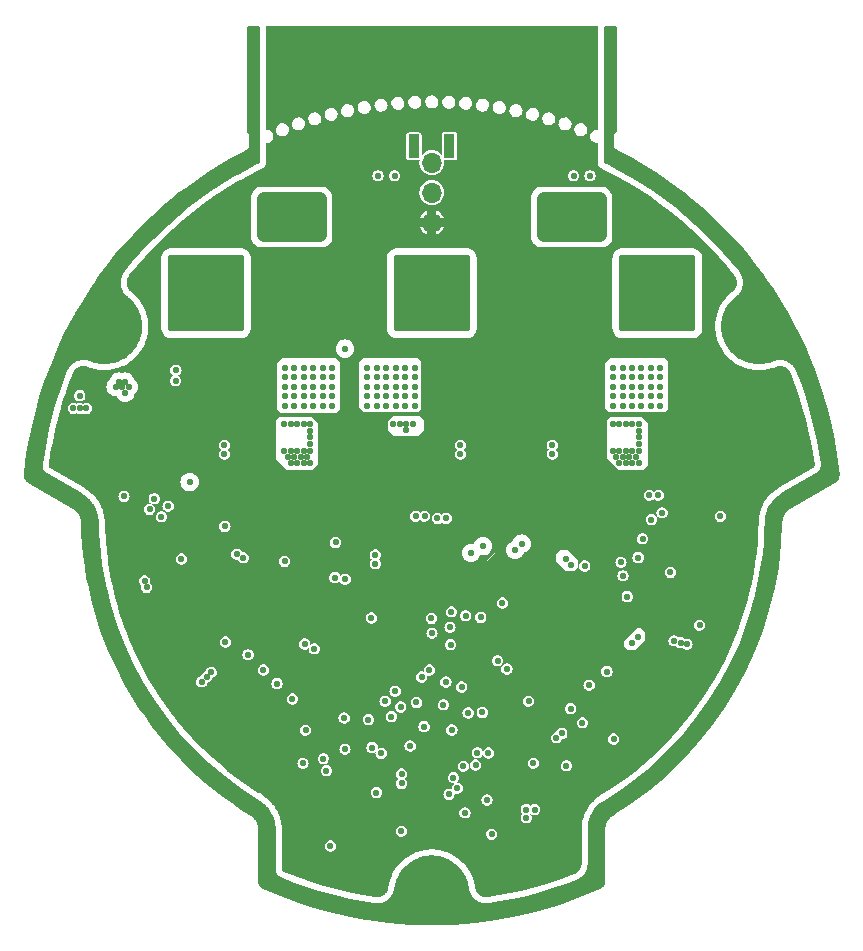
<source format=gbr>
%TF.GenerationSoftware,KiCad,Pcbnew,7.0.6*%
%TF.CreationDate,2024-04-14T17:53:18+02:00*%
%TF.ProjectId,amulet_controller,616d756c-6574-45f6-936f-6e74726f6c6c,1.1*%
%TF.SameCoordinates,Original*%
%TF.FileFunction,Copper,L2,Inr*%
%TF.FilePolarity,Positive*%
%FSLAX46Y46*%
G04 Gerber Fmt 4.6, Leading zero omitted, Abs format (unit mm)*
G04 Created by KiCad (PCBNEW 7.0.6) date 2024-04-14 17:53:18*
%MOMM*%
%LPD*%
G01*
G04 APERTURE LIST*
G04 Aperture macros list*
%AMRoundRect*
0 Rectangle with rounded corners*
0 $1 Rounding radius*
0 $2 $3 $4 $5 $6 $7 $8 $9 X,Y pos of 4 corners*
0 Add a 4 corners polygon primitive as box body*
4,1,4,$2,$3,$4,$5,$6,$7,$8,$9,$2,$3,0*
0 Add four circle primitives for the rounded corners*
1,1,$1+$1,$2,$3*
1,1,$1+$1,$4,$5*
1,1,$1+$1,$6,$7*
1,1,$1+$1,$8,$9*
0 Add four rect primitives between the rounded corners*
20,1,$1+$1,$2,$3,$4,$5,0*
20,1,$1+$1,$4,$5,$6,$7,0*
20,1,$1+$1,$6,$7,$8,$9,0*
20,1,$1+$1,$8,$9,$2,$3,0*%
G04 Aperture macros list end*
%TA.AperFunction,ComponentPad*%
%ADD10C,0.550000*%
%TD*%
%TA.AperFunction,ComponentPad*%
%ADD11C,0.800000*%
%TD*%
%TA.AperFunction,ComponentPad*%
%ADD12C,5.300000*%
%TD*%
%TA.AperFunction,ComponentPad*%
%ADD13C,1.700000*%
%TD*%
%TA.AperFunction,ComponentPad*%
%ADD14O,1.700000X1.700000*%
%TD*%
%TA.AperFunction,ComponentPad*%
%ADD15C,2.000000*%
%TD*%
%TA.AperFunction,ComponentPad*%
%ADD16RoundRect,0.325000X2.925000X2.925000X-2.925000X2.925000X-2.925000X-2.925000X2.925000X-2.925000X0*%
%TD*%
%TA.AperFunction,ComponentPad*%
%ADD17RoundRect,0.325000X-2.925000X-2.925000X2.925000X-2.925000X2.925000X2.925000X-2.925000X2.925000X0*%
%TD*%
%TA.AperFunction,ComponentPad*%
%ADD18RoundRect,0.415000X2.510000X1.660000X-2.510000X1.660000X-2.510000X-1.660000X2.510000X-1.660000X0*%
%TD*%
%TA.AperFunction,ComponentPad*%
%ADD19R,0.900000X2.000000*%
%TD*%
%TA.AperFunction,ComponentPad*%
%ADD20RoundRect,0.090000X0.360000X0.910000X-0.360000X0.910000X-0.360000X-0.910000X0.360000X-0.910000X0*%
%TD*%
%TA.AperFunction,ComponentPad*%
%ADD21C,0.600000*%
%TD*%
%TA.AperFunction,ViaPad*%
%ADD22C,0.550000*%
%TD*%
%TA.AperFunction,ViaPad*%
%ADD23C,0.600000*%
%TD*%
G04 APERTURE END LIST*
D10*
%TO.N,GND*%
%TO.C,U10*%
X170350400Y-87900100D03*
X170850400Y-87000100D03*
X170850400Y-88800100D03*
X171350400Y-87900100D03*
%TD*%
D11*
%TO.N,CHASSIS*%
%TO.C,H2*%
X119587588Y-76078560D03*
X118469366Y-74621265D03*
X121408754Y-76318321D03*
D12*
X120787588Y-74000099D03*
D11*
X122866049Y-75200099D03*
X120166422Y-71681877D03*
X123105810Y-73378933D03*
X121987588Y-71921638D03*
%TD*%
D13*
%TO.N,GND*%
%TO.C,J11*%
X148500400Y-65215100D03*
D14*
%TO.N,/Project Architecture/Interface - FD-CAN/FDCAN_P*%
X148500400Y-62675100D03*
%TO.N,/Project Architecture/Interface - FD-CAN/FDCAN_N*%
X148500400Y-60135100D03*
%TD*%
D11*
%TO.N,CHASSIS*%
%TO.C,H1*%
X150900400Y-122000100D03*
X150197456Y-123697156D03*
X150197456Y-120303044D03*
D12*
X148500400Y-122000100D03*
D11*
X148500400Y-119600100D03*
X146803344Y-123697156D03*
X146803344Y-120303044D03*
X146100400Y-122000100D03*
%TD*%
D10*
%TO.N,/Project Architecture/Motor Control - Top Level/Motor Control - Inverter/PHA*%
%TO.C,J3*%
X170550400Y-74150100D03*
X170550400Y-72220100D03*
X170550400Y-71710100D03*
X170550400Y-71200100D03*
X170550400Y-70690100D03*
X170550400Y-70180100D03*
X170550400Y-68250100D03*
X170100400Y-71965100D03*
X170100400Y-71455100D03*
X170100400Y-70945100D03*
X170100400Y-70435100D03*
D15*
X169750400Y-73350100D03*
X169750400Y-69050100D03*
D10*
X169650400Y-72220100D03*
X169650400Y-71710100D03*
X169650400Y-71200100D03*
X169650400Y-70690100D03*
X169650400Y-70180100D03*
X168620400Y-74150100D03*
X168620400Y-73250100D03*
X168620400Y-69150100D03*
X168620400Y-68250100D03*
X168365400Y-73700100D03*
X168365400Y-68700100D03*
X168110400Y-74150100D03*
X168110400Y-73250100D03*
X168110400Y-69150100D03*
X168110400Y-68250100D03*
X167855400Y-73700100D03*
X167855400Y-68700100D03*
X167600400Y-74150100D03*
X167600400Y-73250100D03*
D16*
X167600400Y-71200100D03*
D10*
X167600400Y-69150100D03*
X167600400Y-68250100D03*
X167345400Y-73700100D03*
X167345400Y-68700100D03*
X167090400Y-74150100D03*
X167090400Y-73250100D03*
X167090400Y-69150100D03*
X167090400Y-68250100D03*
X166835400Y-73700100D03*
X166835400Y-68700100D03*
X166580400Y-74150100D03*
X166580400Y-73250100D03*
X166580400Y-69150100D03*
X166580400Y-68250100D03*
X165550400Y-72220100D03*
X165550400Y-71710100D03*
X165550400Y-71200100D03*
X165550400Y-70690100D03*
X165550400Y-70180100D03*
D15*
X165450400Y-73350100D03*
X165450400Y-69050100D03*
D10*
X165100400Y-71965100D03*
X165100400Y-71455100D03*
X165100400Y-70945100D03*
X165100400Y-70435100D03*
X164650400Y-74150100D03*
X164650400Y-72220100D03*
X164650400Y-71710100D03*
X164650400Y-71200100D03*
X164650400Y-70690100D03*
X164650400Y-70180100D03*
X164650400Y-68250100D03*
%TD*%
%TO.N,/Project Architecture/Motor Control - Top Level/Motor Control - Inverter/PHB*%
%TO.C,J4*%
X151450400Y-74150100D03*
X151450400Y-72220100D03*
X151450400Y-71710100D03*
X151450400Y-71200100D03*
X151450400Y-70690100D03*
X151450400Y-70180100D03*
X151450400Y-68250100D03*
X151000400Y-71965100D03*
X151000400Y-71455100D03*
X151000400Y-70945100D03*
X151000400Y-70435100D03*
D15*
X150650400Y-73350100D03*
X150650400Y-69050100D03*
D10*
X150550400Y-72220100D03*
X150550400Y-71710100D03*
X150550400Y-71200100D03*
X150550400Y-70690100D03*
X150550400Y-70180100D03*
X149520400Y-74150100D03*
X149520400Y-73250100D03*
X149520400Y-69150100D03*
X149520400Y-68250100D03*
X149265400Y-73700100D03*
X149265400Y-68700100D03*
X149010400Y-74150100D03*
X149010400Y-73250100D03*
X149010400Y-69150100D03*
X149010400Y-68250100D03*
X148755400Y-73700100D03*
X148755400Y-68700100D03*
X148500400Y-74150100D03*
X148500400Y-73250100D03*
D16*
X148500400Y-71200100D03*
D10*
X148500400Y-69150100D03*
X148500400Y-68250100D03*
X148245400Y-73700100D03*
X148245400Y-68700100D03*
X147990400Y-74150100D03*
X147990400Y-73250100D03*
X147990400Y-69150100D03*
X147990400Y-68250100D03*
X147735400Y-73700100D03*
X147735400Y-68700100D03*
X147480400Y-74150100D03*
X147480400Y-73250100D03*
X147480400Y-69150100D03*
X147480400Y-68250100D03*
X146450400Y-72220100D03*
X146450400Y-71710100D03*
X146450400Y-71200100D03*
X146450400Y-70690100D03*
X146450400Y-70180100D03*
D15*
X146350400Y-73350100D03*
X146350400Y-69050100D03*
D10*
X146000400Y-71965100D03*
X146000400Y-71455100D03*
X146000400Y-70945100D03*
X146000400Y-70435100D03*
X145550400Y-74150100D03*
X145550400Y-72220100D03*
X145550400Y-71710100D03*
X145550400Y-71200100D03*
X145550400Y-70690100D03*
X145550400Y-70180100D03*
X145550400Y-68250100D03*
%TD*%
%TO.N,/Project Architecture/Motor Control - Top Level/Motor Control - Inverter/PHC*%
%TO.C,J5*%
X126450400Y-68250100D03*
X126450400Y-70180100D03*
X126450400Y-70690100D03*
X126450400Y-71200100D03*
X126450400Y-71710100D03*
X126450400Y-72220100D03*
X126450400Y-74150100D03*
X126900400Y-70435100D03*
X126900400Y-70945100D03*
X126900400Y-71455100D03*
X126900400Y-71965100D03*
D15*
X127250400Y-69050100D03*
X127250400Y-73350100D03*
D10*
X127350400Y-70180100D03*
X127350400Y-70690100D03*
X127350400Y-71200100D03*
X127350400Y-71710100D03*
X127350400Y-72220100D03*
X128380400Y-68250100D03*
X128380400Y-69150100D03*
X128380400Y-73250100D03*
X128380400Y-74150100D03*
X128635400Y-68700100D03*
X128635400Y-73700100D03*
X128890400Y-68250100D03*
X128890400Y-69150100D03*
X128890400Y-73250100D03*
X128890400Y-74150100D03*
X129145400Y-68700100D03*
X129145400Y-73700100D03*
X129400400Y-68250100D03*
X129400400Y-69150100D03*
D17*
X129400400Y-71200100D03*
D10*
X129400400Y-73250100D03*
X129400400Y-74150100D03*
X129655400Y-68700100D03*
X129655400Y-73700100D03*
X129910400Y-68250100D03*
X129910400Y-69150100D03*
X129910400Y-73250100D03*
X129910400Y-74150100D03*
X130165400Y-68700100D03*
X130165400Y-73700100D03*
X130420400Y-68250100D03*
X130420400Y-69150100D03*
X130420400Y-73250100D03*
X130420400Y-74150100D03*
X131450400Y-70180100D03*
X131450400Y-70690100D03*
X131450400Y-71200100D03*
X131450400Y-71710100D03*
X131450400Y-72220100D03*
D15*
X131550400Y-69050100D03*
X131550400Y-73350100D03*
D10*
X131900400Y-70435100D03*
X131900400Y-70945100D03*
X131900400Y-71455100D03*
X131900400Y-71965100D03*
X132350400Y-68250100D03*
X132350400Y-70180100D03*
X132350400Y-70690100D03*
X132350400Y-71200100D03*
X132350400Y-71710100D03*
X132350400Y-72220100D03*
X132350400Y-74150100D03*
%TD*%
%TO.N,GND*%
%TO.C,U6*%
X150275238Y-93943998D03*
X149306502Y-92975262D03*
X150275238Y-95556202D03*
X149469136Y-94750100D03*
X148500400Y-93781364D03*
X147694298Y-92975262D03*
X149306502Y-96524938D03*
X148500400Y-95718836D03*
X147531664Y-94750100D03*
X146725562Y-93943998D03*
X147694298Y-96524938D03*
X146725562Y-95556202D03*
%TD*%
D11*
%TO.N,CHASSIS*%
%TO.C,H3*%
X175013211Y-71921639D03*
X176834377Y-71681878D03*
X173894989Y-73378934D03*
D12*
X176213211Y-74000100D03*
D11*
X174134750Y-75200100D03*
X178531433Y-74621266D03*
X175592045Y-76318322D03*
X177413211Y-76078561D03*
%TD*%
D10*
%TO.N,GND*%
%TO.C,J1*%
X155780400Y-66280100D03*
X155780400Y-65770100D03*
X155780400Y-65260100D03*
X155780400Y-64750100D03*
X155780400Y-64240100D03*
X155780400Y-63730100D03*
X155780400Y-63220100D03*
X155330400Y-66535100D03*
X155330400Y-66025100D03*
X155330400Y-65515100D03*
X155330400Y-65005100D03*
X155330400Y-64495100D03*
X155330400Y-63985100D03*
X155330400Y-63475100D03*
X155330400Y-62965100D03*
X154880400Y-66280100D03*
X154880400Y-65770100D03*
X154880400Y-65260100D03*
X154880400Y-64750100D03*
X154880400Y-64240100D03*
X154880400Y-63730100D03*
X154880400Y-63220100D03*
X154430400Y-66535100D03*
X154430400Y-66025100D03*
X154430400Y-63475100D03*
X154430400Y-62965100D03*
X153980400Y-66280100D03*
X153980400Y-63220100D03*
X153530400Y-66535100D03*
X153530400Y-62965100D03*
D18*
X153150400Y-64750100D03*
D10*
X152770400Y-66535100D03*
X152770400Y-62965100D03*
X152320400Y-66280100D03*
X152320400Y-63220100D03*
X151870400Y-66535100D03*
X151870400Y-66025100D03*
X151870400Y-63475100D03*
X151870400Y-62965100D03*
X151420400Y-66280100D03*
X151420400Y-65770100D03*
X151420400Y-65260100D03*
X151420400Y-64750100D03*
X151420400Y-64240100D03*
X151420400Y-63730100D03*
X151420400Y-63220100D03*
X150970400Y-66535100D03*
X150970400Y-66025100D03*
X150970400Y-65515100D03*
X150970400Y-65005100D03*
X150970400Y-64495100D03*
X150970400Y-63985100D03*
X150970400Y-63475100D03*
X150970400Y-62965100D03*
X150520400Y-66280100D03*
X150520400Y-65770100D03*
X150520400Y-65260100D03*
X150520400Y-64750100D03*
X150520400Y-64240100D03*
X150520400Y-63730100D03*
X150520400Y-63220100D03*
%TO.N,+VBAT*%
X162980400Y-66280100D03*
X162980400Y-65770100D03*
X162980400Y-65260100D03*
X162980400Y-64750100D03*
X162980400Y-64240100D03*
X162980400Y-63730100D03*
X162980400Y-63220100D03*
X162530400Y-66535100D03*
X162530400Y-66025100D03*
X162530400Y-65515100D03*
X162530400Y-65005100D03*
X162530400Y-64495100D03*
X162530400Y-63985100D03*
X162530400Y-63475100D03*
X162530400Y-62965100D03*
X162080400Y-66280100D03*
X162080400Y-65770100D03*
X162080400Y-65260100D03*
X162080400Y-64750100D03*
X162080400Y-64240100D03*
X162080400Y-63730100D03*
X162080400Y-63220100D03*
X161630400Y-66535100D03*
X161630400Y-66025100D03*
X161630400Y-63475100D03*
X161630400Y-62965100D03*
X161180400Y-66280100D03*
X161180400Y-63220100D03*
X160730400Y-66535100D03*
X160730400Y-62965100D03*
D18*
X160350400Y-64750100D03*
D10*
X159970400Y-66535100D03*
X159970400Y-62965100D03*
X159520400Y-66280100D03*
X159520400Y-63220100D03*
X159070400Y-66535100D03*
X159070400Y-66025100D03*
X159070400Y-63475100D03*
X159070400Y-62965100D03*
X158620400Y-66280100D03*
X158620400Y-65770100D03*
X158620400Y-65260100D03*
X158620400Y-64750100D03*
X158620400Y-64240100D03*
X158620400Y-63730100D03*
X158620400Y-63220100D03*
X158170400Y-66535100D03*
X158170400Y-66025100D03*
X158170400Y-65515100D03*
X158170400Y-65005100D03*
X158170400Y-64495100D03*
X158170400Y-63985100D03*
X158170400Y-63475100D03*
X158170400Y-62965100D03*
X157720400Y-66280100D03*
X157720400Y-65770100D03*
X157720400Y-65260100D03*
X157720400Y-64750100D03*
X157720400Y-64240100D03*
X157720400Y-63730100D03*
X157720400Y-63220100D03*
D19*
%TO.N,unconnected-(J1-PadMP1)*%
X150000400Y-58750100D03*
%TO.N,CHASSIS*%
X163500400Y-58750100D03*
%TD*%
D10*
%TO.N,GND*%
%TO.C,J2*%
X146480400Y-66280100D03*
X146480400Y-65770100D03*
X146480400Y-65260100D03*
X146480400Y-64750100D03*
X146480400Y-64240100D03*
X146480400Y-63730100D03*
X146480400Y-63220100D03*
X146030400Y-66535100D03*
X146030400Y-66025100D03*
X146030400Y-65515100D03*
X146030400Y-65005100D03*
X146030400Y-64495100D03*
X146030400Y-63985100D03*
X146030400Y-63475100D03*
X146030400Y-62965100D03*
X145580400Y-66280100D03*
X145580400Y-65770100D03*
X145580400Y-65260100D03*
X145580400Y-64750100D03*
X145580400Y-64240100D03*
X145580400Y-63730100D03*
X145580400Y-63220100D03*
X145130400Y-66535100D03*
X145130400Y-66025100D03*
X145130400Y-63475100D03*
X145130400Y-62965100D03*
X144680400Y-66280100D03*
X144680400Y-63220100D03*
X144230400Y-66535100D03*
X144230400Y-62965100D03*
D18*
X143850400Y-64750100D03*
D10*
X143470400Y-66535100D03*
X143470400Y-62965100D03*
X143020400Y-66280100D03*
X143020400Y-63220100D03*
X142570400Y-66535100D03*
X142570400Y-66025100D03*
X142570400Y-63475100D03*
X142570400Y-62965100D03*
X142120400Y-66280100D03*
X142120400Y-65770100D03*
X142120400Y-65260100D03*
X142120400Y-64750100D03*
X142120400Y-64240100D03*
X142120400Y-63730100D03*
X142120400Y-63220100D03*
X141670400Y-66535100D03*
X141670400Y-66025100D03*
X141670400Y-65515100D03*
X141670400Y-65005100D03*
X141670400Y-64495100D03*
X141670400Y-63985100D03*
X141670400Y-63475100D03*
X141670400Y-62965100D03*
X141220400Y-66280100D03*
X141220400Y-65770100D03*
X141220400Y-65260100D03*
X141220400Y-64750100D03*
X141220400Y-64240100D03*
X141220400Y-63730100D03*
X141220400Y-63220100D03*
%TO.N,+VBAT*%
X139280400Y-66280100D03*
X139280400Y-65770100D03*
X139280400Y-65260100D03*
X139280400Y-64750100D03*
X139280400Y-64240100D03*
X139280400Y-63730100D03*
X139280400Y-63220100D03*
X138830400Y-66535100D03*
X138830400Y-66025100D03*
X138830400Y-65515100D03*
X138830400Y-65005100D03*
X138830400Y-64495100D03*
X138830400Y-63985100D03*
X138830400Y-63475100D03*
X138830400Y-62965100D03*
X138380400Y-66280100D03*
X138380400Y-65770100D03*
X138380400Y-65260100D03*
X138380400Y-64750100D03*
X138380400Y-64240100D03*
X138380400Y-63730100D03*
X138380400Y-63220100D03*
X137930400Y-66535100D03*
X137930400Y-66025100D03*
X137930400Y-63475100D03*
X137930400Y-62965100D03*
X137480400Y-66280100D03*
X137480400Y-63220100D03*
X137030400Y-66535100D03*
X137030400Y-62965100D03*
D18*
X136650400Y-64750100D03*
D10*
X136270400Y-66535100D03*
X136270400Y-62965100D03*
X135820400Y-66280100D03*
X135820400Y-63220100D03*
X135370400Y-66535100D03*
X135370400Y-66025100D03*
X135370400Y-63475100D03*
X135370400Y-62965100D03*
X134920400Y-66280100D03*
X134920400Y-65770100D03*
X134920400Y-65260100D03*
X134920400Y-64750100D03*
X134920400Y-64240100D03*
X134920400Y-63730100D03*
X134920400Y-63220100D03*
X134470400Y-66535100D03*
X134470400Y-66025100D03*
X134470400Y-65515100D03*
X134470400Y-65005100D03*
X134470400Y-64495100D03*
X134470400Y-63985100D03*
X134470400Y-63475100D03*
X134470400Y-62965100D03*
X134020400Y-66280100D03*
X134020400Y-65770100D03*
X134020400Y-65260100D03*
X134020400Y-64750100D03*
X134020400Y-64240100D03*
X134020400Y-63730100D03*
X134020400Y-63220100D03*
D20*
%TO.N,unconnected-(J2-PadMP1)*%
X147000400Y-58750100D03*
%TO.N,CHASSIS*%
X133500400Y-58750100D03*
%TD*%
D21*
%TO.N,GND*%
%TO.C,U4*%
X129275399Y-91125097D03*
X129275399Y-92125097D03*
%TD*%
D22*
%TO.N,/Project Architecture/Interface - Interconnects/RS422_D-*%
X135400400Y-104250100D03*
%TO.N,/Project Architecture/Interface - Interconnects/RS422_D+*%
X136700400Y-105550100D03*
%TO.N,/Project Architecture/Interface - Interconnects/RS422_R+*%
X132949946Y-101800554D03*
%TO.N,/Project Architecture/Interface - Interconnects/RS422_R-*%
X134249946Y-103100554D03*
%TO.N,/Project Architecture/Interface - Interconnects/AUX2_B*%
X151580400Y-106730100D03*
X145875400Y-106225100D03*
X150200400Y-108175100D03*
%TO.N,/Project Architecture/Interface - Interconnects/AUX2_C*%
X147200000Y-105850000D03*
X149474423Y-106036038D03*
%TO.N,/Project Architecture/Interface - Interconnects/POS_SENSOR_CS*%
X144550400Y-105750100D03*
%TO.N,/Project Architecture/Interface - Interconnects/AUX1_A*%
X144210400Y-110155600D03*
X165047697Y-96889056D03*
%TO.N,GND*%
X161950000Y-100250000D03*
X155850400Y-95080100D03*
X158175000Y-97350000D03*
X157325400Y-84440000D03*
X130700400Y-87250100D03*
X139840400Y-54190100D03*
X155330000Y-84820000D03*
X147230400Y-50380100D03*
X131175400Y-86425100D03*
X130490400Y-101440100D03*
X129793442Y-95260516D03*
X140350400Y-84475100D03*
X122650400Y-94150100D03*
X139875400Y-85300100D03*
X119250400Y-78100100D03*
X137300400Y-52920100D03*
X155800000Y-86750000D03*
X155325000Y-87025000D03*
X123300400Y-95150100D03*
X173450000Y-70900000D03*
X162995426Y-95977304D03*
X130225400Y-88625100D03*
X138706633Y-100143867D03*
X170450400Y-82475100D03*
X170450400Y-85775100D03*
X143650400Y-52920100D03*
X158430400Y-52920100D03*
X141110400Y-54190100D03*
X131175400Y-88075100D03*
X150374999Y-86225000D03*
X153775400Y-91425100D03*
X159400000Y-97475000D03*
X174200400Y-85720100D03*
X156530400Y-121370100D03*
X163925000Y-95375000D03*
X128330400Y-92780100D03*
X152950400Y-59750100D03*
X172647279Y-91254860D03*
X131175400Y-88625100D03*
X119750400Y-78950100D03*
X155050400Y-95880100D03*
X168300000Y-67100000D03*
X170450400Y-84675100D03*
X159700400Y-50380100D03*
X155325000Y-87575000D03*
X150850000Y-85950000D03*
X178340400Y-78610100D03*
X161525000Y-99900000D03*
X139840400Y-52920100D03*
X155325000Y-86475000D03*
X154850400Y-102240100D03*
X151400400Y-101250100D03*
X158430400Y-54190100D03*
X139650400Y-105350100D03*
X149900000Y-85400000D03*
X136410400Y-117690100D03*
X155525400Y-112125100D03*
X144980400Y-97780100D03*
X140350400Y-85025100D03*
X163975000Y-94825000D03*
X157925000Y-95550000D03*
X152340000Y-84440000D03*
X171652374Y-90988273D03*
X120250400Y-78100100D03*
X138570400Y-50380100D03*
X156470400Y-107130100D03*
X138475000Y-57825000D03*
X163425000Y-95600000D03*
X138465397Y-91990097D03*
X159800000Y-97875000D03*
X130211373Y-98425478D03*
X132400400Y-101275100D03*
X163475000Y-95050000D03*
X151800000Y-86500000D03*
X166890402Y-95750097D03*
X137100400Y-100450100D03*
X170450400Y-80825100D03*
X150375000Y-86775000D03*
X157160400Y-54190100D03*
X167640400Y-87500100D03*
X167190400Y-89500100D03*
X126550400Y-84675100D03*
X163750000Y-94300000D03*
X155450400Y-95480100D03*
X138570400Y-54190100D03*
X118600400Y-83850100D03*
X163250000Y-94550000D03*
X134800400Y-109070100D03*
X144100400Y-87700100D03*
X156275000Y-85375000D03*
X129750400Y-86700100D03*
X126550400Y-80275100D03*
X128175400Y-99900100D03*
X148950000Y-86500000D03*
X174310400Y-92290100D03*
X147825400Y-107100100D03*
X155800000Y-86200000D03*
X158060400Y-100050100D03*
X143275000Y-101500000D03*
X155890400Y-52920100D03*
X151700400Y-110550100D03*
X132360000Y-61870000D03*
X165694609Y-91625600D03*
X138475000Y-99000000D03*
X149770400Y-49110100D03*
X128450400Y-103550100D03*
X145630400Y-98470100D03*
X151325000Y-87325000D03*
X137070400Y-108360100D03*
X153350400Y-51650100D03*
X152150400Y-106190100D03*
X152750000Y-86500000D03*
X152275000Y-86775000D03*
X123200400Y-84680100D03*
X133630001Y-61870000D03*
X136100400Y-98300100D03*
X120700400Y-87620100D03*
X148900400Y-103650100D03*
X124000400Y-99350100D03*
X144305000Y-84575100D03*
X134900000Y-60950000D03*
X149425000Y-85675000D03*
X149425000Y-86775000D03*
X155230400Y-97540100D03*
X157525000Y-95150000D03*
X154850000Y-87300000D03*
X162460400Y-103960100D03*
X126550400Y-84125100D03*
X155800000Y-87300000D03*
X139875400Y-84200100D03*
X130700400Y-89450100D03*
X130225400Y-86975100D03*
X140350400Y-85575100D03*
X123550000Y-70900000D03*
X170450400Y-80275100D03*
X129750400Y-88350100D03*
X148500400Y-52920100D03*
X142690400Y-103600100D03*
X157160400Y-51650100D03*
X154620400Y-54190100D03*
X130700400Y-88900100D03*
X151270400Y-59270100D03*
X118025400Y-79150100D03*
X149425000Y-87325000D03*
X147230400Y-49110100D03*
X137300400Y-54190100D03*
X139840400Y-51650100D03*
X149475400Y-107925100D03*
X158450000Y-96850000D03*
X156150400Y-61810100D03*
X140020400Y-120300100D03*
X148500400Y-51650100D03*
X116550400Y-85675100D03*
X160340400Y-117690100D03*
X155890400Y-54190100D03*
X156280000Y-84260000D03*
X154850000Y-86750000D03*
X126730400Y-89760100D03*
X131175400Y-89725100D03*
X122990400Y-88940100D03*
X149770400Y-52920100D03*
X155805000Y-84545000D03*
X150375000Y-87325000D03*
X130700400Y-86700100D03*
X158430400Y-51650100D03*
X152750000Y-87050000D03*
X149770400Y-50380100D03*
X155325000Y-85925000D03*
X155850400Y-94520100D03*
X159700400Y-52920100D03*
X147230400Y-51650100D03*
X178120400Y-85940100D03*
X178340400Y-82210100D03*
X140225400Y-104775100D03*
X131175400Y-89175100D03*
X167450400Y-105425100D03*
X135070400Y-110240100D03*
X164550400Y-108500100D03*
X142380400Y-52920100D03*
X139375400Y-85000100D03*
X127300000Y-67100000D03*
X175580400Y-93560100D03*
X129750400Y-87250100D03*
X126550400Y-82475100D03*
X137300400Y-51650100D03*
X130225400Y-88075100D03*
X154200400Y-91775100D03*
X128700000Y-67100000D03*
X141050400Y-91950100D03*
X180080400Y-83110100D03*
X138570400Y-51650100D03*
X155450400Y-94120100D03*
X170450400Y-85225100D03*
X170450400Y-81375100D03*
X143650400Y-50380100D03*
X151800000Y-87050000D03*
X142380400Y-54190100D03*
X150286082Y-104586488D03*
X152600400Y-119700100D03*
X159700400Y-55460100D03*
X143650400Y-51650100D03*
X156950400Y-113200100D03*
X141930400Y-103030100D03*
X173401930Y-90680646D03*
X139375400Y-85550100D03*
X149425000Y-86225000D03*
X154620400Y-50380100D03*
X123150000Y-70500000D03*
X145630400Y-99050100D03*
X158325000Y-95950000D03*
X131130400Y-110070100D03*
X171250400Y-89520100D03*
X126550400Y-83575100D03*
X149900000Y-86500000D03*
X130225400Y-89175100D03*
X142880000Y-84850100D03*
X150225400Y-106225100D03*
X149900000Y-87050000D03*
X123950000Y-71300000D03*
X156975400Y-93250100D03*
X166875000Y-98750000D03*
X141110400Y-52920100D03*
X156275000Y-87025000D03*
X128211422Y-93459571D03*
X160514999Y-85499998D03*
X170450400Y-81925100D03*
X129400000Y-67100000D03*
X129535000Y-84435001D03*
X129250400Y-102750100D03*
X155890400Y-50380100D03*
X130225400Y-86425100D03*
X140390400Y-109700100D03*
X153110400Y-97010100D03*
X159700400Y-51650100D03*
X129860400Y-108800100D03*
X170450400Y-84125100D03*
X150375000Y-85675000D03*
X154850000Y-85100000D03*
X134825400Y-103700100D03*
X141110400Y-51650100D03*
X146430400Y-105720100D03*
X129750400Y-87800100D03*
X142490400Y-102480100D03*
X159700400Y-54190100D03*
X131175400Y-86975100D03*
X140770400Y-105450100D03*
X154850000Y-85650000D03*
X128680400Y-89630100D03*
X155890400Y-51650100D03*
X157160400Y-50380100D03*
X158430400Y-50380100D03*
X131175400Y-87525100D03*
X169000000Y-67100000D03*
X153350400Y-52920100D03*
X161500000Y-99350000D03*
X123200400Y-86440100D03*
X129750400Y-89450100D03*
X126550400Y-81925100D03*
X144800400Y-109659650D03*
X150850000Y-87050000D03*
X157300400Y-106350100D03*
X141290400Y-121500100D03*
X148925400Y-100650100D03*
X175580400Y-88480100D03*
X178340400Y-80410100D03*
X128000000Y-67100000D03*
X130225400Y-87525100D03*
X155800000Y-85650000D03*
X157060400Y-116140100D03*
X180080400Y-84900100D03*
X180080400Y-84000100D03*
X149770400Y-51650100D03*
X139100400Y-102500100D03*
X156530400Y-120250100D03*
X150175400Y-89650100D03*
X143100400Y-94575100D03*
X169880400Y-101660100D03*
X132810400Y-103270100D03*
X149900000Y-85950000D03*
X154855000Y-84545000D03*
X157800400Y-117690100D03*
X160340400Y-116420100D03*
X145350400Y-116200100D03*
X130700400Y-87800100D03*
X153350400Y-50380100D03*
X143830000Y-84300100D03*
X153140400Y-98050100D03*
X175580400Y-92290100D03*
X157600000Y-97350000D03*
X145100400Y-106290100D03*
X132650400Y-92800100D03*
X153810400Y-56730100D03*
X156275000Y-86475000D03*
X124780400Y-73240100D03*
X158810400Y-100800100D03*
X170450400Y-83025100D03*
X132400400Y-110070100D03*
X126550400Y-83025100D03*
X144400400Y-119650100D03*
X152275000Y-87325000D03*
X145630400Y-97890100D03*
X156275000Y-87575000D03*
X141110400Y-50380100D03*
X126550400Y-85775100D03*
X139875400Y-84750100D03*
X170450400Y-83575100D03*
X130225400Y-89725100D03*
X152720400Y-121500100D03*
X161550000Y-100650000D03*
X144720400Y-59270100D03*
X139375400Y-84450100D03*
X129750400Y-88900100D03*
X178340400Y-83110100D03*
X124780400Y-70700100D03*
X121440400Y-89160100D03*
X152725400Y-117000100D03*
X169700000Y-67100000D03*
X139840400Y-50380100D03*
X137225400Y-106100100D03*
X153380400Y-96530100D03*
X130700399Y-88350100D03*
X156280000Y-84820000D03*
X131130400Y-108800100D03*
X161700400Y-105900100D03*
X143355000Y-84575100D03*
X161000000Y-99100000D03*
X154620400Y-51650100D03*
X137300400Y-50380100D03*
X145340400Y-105670100D03*
X156950400Y-113900100D03*
X164525400Y-92275100D03*
X140010400Y-110920100D03*
X131180000Y-85870000D03*
X155275400Y-114775100D03*
X118600400Y-83300100D03*
X124780400Y-71970100D03*
X152850400Y-109500100D03*
X148525400Y-89575100D03*
X160514997Y-84924997D03*
X155325000Y-85375000D03*
X150850000Y-86500000D03*
X126550400Y-81375100D03*
X142380400Y-51650100D03*
X143050400Y-92875100D03*
X163250000Y-94000000D03*
X167600000Y-67100000D03*
X178340400Y-79510100D03*
X155330000Y-84260000D03*
X171750401Y-97435100D03*
X143650400Y-56730100D03*
X151325000Y-86775000D03*
X173850000Y-70500000D03*
X170450400Y-86325100D03*
X165580400Y-92870100D03*
X131300400Y-99020100D03*
X143355000Y-85125100D03*
X156275400Y-93950100D03*
X148500400Y-57700100D03*
X158750000Y-97350000D03*
X173050000Y-71300000D03*
X143700400Y-106750100D03*
X136410400Y-116420100D03*
X170370072Y-93192654D03*
X158725000Y-96350000D03*
X171550400Y-98600100D03*
X157160400Y-52920100D03*
X178340400Y-81310100D03*
X153600400Y-114770100D03*
X164623195Y-101752895D03*
X126550400Y-80825100D03*
X178340400Y-84010100D03*
X138570400Y-52920100D03*
X149950400Y-112850100D03*
X152025900Y-114850100D03*
X126550400Y-85225100D03*
X154620400Y-52920100D03*
X156275000Y-85925000D03*
X155550000Y-102650000D03*
X124780400Y-74510100D03*
X157125000Y-104150000D03*
X155800000Y-85100000D03*
X147230400Y-52920100D03*
X143830000Y-84850100D03*
X168006289Y-92734084D03*
X143250400Y-112900100D03*
X148950000Y-87050000D03*
X145950400Y-109750100D03*
X142380400Y-50380100D03*
X145325000Y-99525000D03*
X137300400Y-55460100D03*
X131630400Y-101330100D03*
X139650400Y-106100100D03*
X139560400Y-118690100D03*
X154850000Y-86200000D03*
X161230400Y-59270100D03*
%TO.N,+3V3*%
X150100400Y-100950100D03*
X153575400Y-117000100D03*
X172940400Y-90090100D03*
X141080400Y-107160100D03*
X171180400Y-99310100D03*
X145925400Y-116750100D03*
X132550400Y-93600100D03*
X127300400Y-93700100D03*
X163904867Y-108940100D03*
X156700400Y-105750100D03*
X132000400Y-93300100D03*
X168710398Y-94830098D03*
X139580400Y-111615600D03*
X157100400Y-111000100D03*
X131020400Y-100720100D03*
%TO.N,/Project Architecture/Interface - Interconnects/AUX1_B*%
X164687500Y-95112500D03*
X151170400Y-111250100D03*
%TO.N,/Project Architecture/Interface - Interconnects/AUX1_C*%
X146668726Y-109536181D03*
X164518917Y-93981083D03*
%TO.N,+5V*%
X118150400Y-80950100D03*
X129428082Y-103689154D03*
X125000400Y-88600100D03*
X169563202Y-100777947D03*
X159900400Y-111200100D03*
X170109274Y-100921879D03*
X166920400Y-88300100D03*
X119250400Y-80950100D03*
X124200000Y-95550000D03*
X124350400Y-96100100D03*
X129830400Y-103290100D03*
X167690400Y-88300100D03*
X118700400Y-80950100D03*
X145950400Y-111910100D03*
X129030400Y-104090100D03*
X169016454Y-100629058D03*
X137600400Y-111000100D03*
%TO.N,/Project Architecture/Interface - Interconnects/AUX2_A*%
X145078994Y-107039297D03*
X152775900Y-106695600D03*
%TO.N,/Project Architecture/Interface - Interconnects/NRST*%
X163330400Y-103230100D03*
X160269167Y-106368867D03*
%TO.N,/Project Architecture/Interface - RS-422/RS422_~{RE}*%
X143128418Y-107291700D03*
%TO.N,/Project Architecture/Interface - RS-422/RS422_DE*%
X141150400Y-109800100D03*
%TO.N,+VBAT*%
X166025400Y-83975100D03*
X136050400Y-79125100D03*
X146250400Y-79125100D03*
X166025400Y-85550100D03*
X167050400Y-80725100D03*
X144650400Y-79125100D03*
X136850400Y-79125100D03*
X136850400Y-80725100D03*
X138225400Y-83975100D03*
X145249600Y-82250000D03*
X137650400Y-80725100D03*
X137675400Y-82250100D03*
X163850400Y-80725100D03*
X167050400Y-77525100D03*
X137125400Y-84550100D03*
X144650400Y-79925100D03*
X136575400Y-84550100D03*
X166025400Y-82825100D03*
X147050400Y-77525100D03*
X163825400Y-82250100D03*
X145450400Y-79125100D03*
X165200400Y-85050100D03*
X164925400Y-82250100D03*
X139250400Y-79925100D03*
X165450400Y-78325100D03*
X143050400Y-79125100D03*
X143850400Y-80725100D03*
X139250400Y-77525100D03*
X137400400Y-85050100D03*
X137125400Y-85550100D03*
X139250400Y-79125100D03*
X146250400Y-79925100D03*
X166250400Y-79125100D03*
X138225400Y-84550100D03*
X146350000Y-82250101D03*
X147050400Y-79125100D03*
X166250400Y-80725100D03*
X145450400Y-77525100D03*
X137675400Y-85550100D03*
X164650400Y-80725100D03*
X145450400Y-79925100D03*
X136300400Y-85050100D03*
X166025400Y-83400100D03*
X165750400Y-85050100D03*
X143050400Y-78325100D03*
X143050400Y-77525100D03*
X167850400Y-78325100D03*
X164650400Y-85050100D03*
X166025400Y-82250100D03*
X140050400Y-80725100D03*
X121725400Y-79150100D03*
X167850400Y-80725100D03*
X137675400Y-84550100D03*
X143850400Y-79925100D03*
X163850400Y-79925100D03*
X137125400Y-82250100D03*
X164650400Y-78325100D03*
X167850400Y-79925100D03*
X147050400Y-79925100D03*
X165475400Y-85550100D03*
X165450400Y-79925100D03*
X165450400Y-77525100D03*
X138450400Y-78325100D03*
X136850400Y-77525100D03*
X145800000Y-82250100D03*
X122825400Y-79150100D03*
X166025400Y-84550100D03*
X136575400Y-85550100D03*
X138450400Y-79125100D03*
X138225400Y-83400100D03*
X137650400Y-78325100D03*
X166250400Y-78325100D03*
X137650400Y-79125100D03*
X164925400Y-84550100D03*
X164650400Y-77525100D03*
X151830400Y-93190100D03*
X140050400Y-79925100D03*
X167050400Y-78325100D03*
X155550400Y-92950100D03*
X136850400Y-79925100D03*
X164100400Y-85050100D03*
X146250400Y-77525100D03*
X138450400Y-79925100D03*
X122275400Y-79150100D03*
X122550400Y-78675100D03*
X137650400Y-79925100D03*
X164925400Y-85550100D03*
X164375400Y-82250100D03*
X141140000Y-75879999D03*
X136050400Y-79925100D03*
X146250400Y-78325100D03*
X147050400Y-78325100D03*
X136850400Y-85050100D03*
X146350000Y-82800000D03*
X140050400Y-79125100D03*
X144650400Y-78325100D03*
X167050400Y-79925100D03*
X165450400Y-80725100D03*
X143050400Y-80725100D03*
X136050400Y-80725100D03*
X166250400Y-77525100D03*
X165450400Y-79125100D03*
X139250400Y-80725100D03*
X144650400Y-80725100D03*
X146250400Y-80725100D03*
X136575400Y-82250100D03*
X167850400Y-79125100D03*
X136025400Y-84550100D03*
X146900000Y-82250100D03*
X163850400Y-78325100D03*
X166250400Y-79925100D03*
X138225400Y-85550100D03*
X138450400Y-80725100D03*
X143850400Y-79125100D03*
X143850400Y-77525100D03*
X167050400Y-79125100D03*
X138225400Y-82250100D03*
X156100400Y-92400100D03*
X145450400Y-80725100D03*
X163825400Y-84550100D03*
X143050400Y-79925100D03*
X164375400Y-84550100D03*
X122000400Y-78675100D03*
X167850400Y-77525100D03*
X138225400Y-82825100D03*
X136850400Y-78325100D03*
X137950400Y-85050100D03*
X147050400Y-80725100D03*
X136050400Y-77525100D03*
X164375400Y-85550100D03*
X144650400Y-77525100D03*
X164650400Y-79125100D03*
X140050400Y-78325100D03*
X139250400Y-78325100D03*
X128000400Y-87200100D03*
X122550400Y-79625100D03*
X143850400Y-78325100D03*
X136025400Y-82250100D03*
X165475400Y-84550100D03*
X137650400Y-77525100D03*
X136050400Y-78325100D03*
X163850400Y-79125100D03*
X163850400Y-77525100D03*
X140050400Y-77525100D03*
X145450400Y-78325100D03*
X138450400Y-77525100D03*
X164650400Y-79925100D03*
X165475400Y-82250100D03*
X152820400Y-92620100D03*
%TO.N,/Project Architecture/Interface - Interconnects/SWCLK*%
X161817645Y-104383639D03*
X161256633Y-107575600D03*
%TO.N,/Project Architecture/Interface - Interconnects/AUX1_D*%
X151303208Y-115191929D03*
X138550400Y-101307187D03*
X165975000Y-93575000D03*
%TO.N,+A3V3*%
X140300400Y-95275100D03*
X141170400Y-95420100D03*
X139925400Y-118000100D03*
X137816667Y-108203833D03*
X140350400Y-92300100D03*
X143375000Y-98700000D03*
X126810000Y-78610000D03*
%TO.N,/Project Architecture/Interface - Interconnects/AUX1_E*%
X137750400Y-100900100D03*
X166356633Y-91983867D03*
X153180400Y-114110100D03*
%TO.N,/Project Architecture/Interface - FD-CAN/FDCAN_RX*%
X168000400Y-89795600D03*
X152205730Y-111144770D03*
%TO.N,/Project Architecture/Interface - FD-CAN/FDCAN_TX*%
X152350400Y-110100100D03*
X167090400Y-90360100D03*
%TO.N,/Project Architecture/Interface - Interconnects/AUX2_D*%
X147850900Y-107888812D03*
X153300400Y-110126858D03*
%TO.N,/Project Architecture/Motor Control - Top Level/SA_P*%
X158700400Y-84065000D03*
X149716733Y-90260424D03*
%TO.N,/Project Architecture/Motor Control - Top Level/SA_N*%
X148966733Y-90260424D03*
X158700400Y-84815000D03*
%TO.N,/Project Architecture/Motor Control - Top Level/SB_N*%
X150920000Y-84814900D03*
X147901061Y-90073668D03*
%TO.N,/Project Architecture/Motor Control - Top Level/SB_P*%
X150920000Y-84064900D03*
X147151061Y-90073668D03*
%TO.N,/Project Architecture/Motor Control - Top Level/SC_P*%
X130935000Y-84065000D03*
X143713881Y-93347074D03*
%TO.N,/Project Architecture/Motor Control - Top Level/SC_N*%
X143713881Y-94097074D03*
X130935000Y-84815000D03*
%TO.N,/Project Architecture/Power - Generation/FB_5V*%
X122440400Y-88400100D03*
X118700000Y-79870000D03*
D23*
%TO.N,CHASSIS*%
X170777735Y-108464471D03*
X175472950Y-69412939D03*
X125570643Y-64990024D03*
X162430414Y-119692338D03*
X177425786Y-90523075D03*
X118972061Y-89168624D03*
X131510355Y-60629532D03*
X163600000Y-52050000D03*
X156537912Y-122980106D03*
X128983003Y-62244038D03*
X176325797Y-97920800D03*
X175878215Y-99352288D03*
X132825039Y-59907564D03*
X181836824Y-86849866D03*
X168017797Y-62244038D03*
X124392710Y-106058918D03*
X121603718Y-100758649D03*
X157986721Y-122592036D03*
X181917049Y-84118484D03*
X133400000Y-56550000D03*
X117722066Y-88349837D03*
X129310470Y-111693787D03*
X126183079Y-108464442D03*
X173367469Y-104789887D03*
X119601049Y-92021427D03*
X180362171Y-78331540D03*
X133400000Y-49050000D03*
X166501097Y-112657519D03*
X175357096Y-100758678D03*
X152108600Y-123755700D03*
X115693277Y-81190610D03*
X155073382Y-123303807D03*
X131657334Y-113560380D03*
X122860779Y-103481102D03*
X116598643Y-78331511D03*
X181624640Y-82647385D03*
X164060709Y-114400063D03*
X128212672Y-110671858D03*
X119744494Y-93514384D03*
X162210683Y-121049799D03*
X176995750Y-94997937D03*
D22*
X143950400Y-61250100D03*
D23*
X174100035Y-103481131D03*
X174536555Y-68241277D03*
X172513186Y-66027657D03*
X169791541Y-109594471D03*
X134530400Y-119692309D03*
X114816610Y-85601032D03*
X143364830Y-123562478D03*
X133400000Y-52050000D03*
X172568104Y-106058947D03*
X163600000Y-49050000D03*
X127169273Y-109594442D03*
X115336174Y-82647356D03*
X123451472Y-67112110D03*
X181267537Y-81190639D03*
X177216320Y-93514413D03*
X163600000Y-56550000D03*
X120635017Y-97920771D03*
X134095814Y-115289815D03*
X163600000Y-50550000D03*
X180537789Y-87599866D03*
X166771959Y-61408860D03*
D22*
X160500400Y-61250100D03*
D23*
X182144204Y-85601061D03*
X123593345Y-104789858D03*
X115123990Y-86849837D03*
X163600000Y-53550000D03*
X116423025Y-87599837D03*
D22*
X145350400Y-61250100D03*
D23*
X130228841Y-61408860D03*
X168748142Y-110671887D03*
X173549328Y-67112110D03*
X122196975Y-102136159D03*
X130459717Y-112657490D03*
X121527850Y-69412939D03*
D22*
X161900400Y-61250100D03*
D23*
X134750131Y-121049770D03*
X169131983Y-63063230D03*
X126698448Y-64001241D03*
X177988753Y-89168653D03*
X133400000Y-53550000D03*
X134530400Y-118192307D03*
X163600000Y-55050000D03*
X159416972Y-122140351D03*
X176698646Y-96468051D03*
X162865000Y-115289844D03*
X164175761Y-59907564D03*
X167650344Y-111693816D03*
X125256725Y-107284877D03*
X124487614Y-66027657D03*
X134530400Y-116692305D03*
X144852214Y-123755671D03*
X171704089Y-107284906D03*
X119965064Y-94997908D03*
X115043765Y-84118455D03*
X171430157Y-64990024D03*
X122464245Y-68241277D03*
X117145136Y-76934737D03*
X170302352Y-64001241D03*
X165490445Y-60629532D03*
X119535028Y-90523046D03*
X138974093Y-122592007D03*
X116114370Y-79751058D03*
X179238748Y-88349866D03*
X174763839Y-102136188D03*
X133400000Y-50550000D03*
X127868817Y-63063230D03*
X120262168Y-96468022D03*
X137543842Y-122140322D03*
X141887432Y-123303778D03*
X165303480Y-113560409D03*
X179815678Y-76934766D03*
X160825873Y-121625940D03*
X121082599Y-99352259D03*
X136134941Y-121625911D03*
X180846444Y-79751087D03*
X140422902Y-122980077D03*
X162430414Y-118192336D03*
X133400000Y-55050000D03*
X162430414Y-116692334D03*
X132900105Y-114400034D03*
X177359765Y-92021456D03*
X153595984Y-123562507D03*
D22*
%TO.N,+12V*%
X159510400Y-108470100D03*
X159050400Y-108840100D03*
X156500400Y-115610100D03*
X157200400Y-114910100D03*
X156500400Y-114910100D03*
%TO.N,/Project Architecture/Power - Generation/FB_12V*%
X154475400Y-97425100D03*
X161457468Y-94287066D03*
%TO.N,/Project Architecture/Power - Generation/VOS_3V3*%
X130980400Y-90940100D03*
X136050400Y-93900100D03*
%TO.N,/Project Architecture/MCU - IOs/FAN_CTRL*%
X150339375Y-112209435D03*
%TO.N,/Project Architecture/MCU - IOs/MOTOR_FAULT*%
X143450400Y-109660100D03*
X148300400Y-103100100D03*
%TO.N,/Project Architecture/MCU - IOs/DRV_MISO*%
X150670891Y-113101039D03*
X149694167Y-104106333D03*
%TO.N,/Project Architecture/MCU - IOs/SENSE_VBAT*%
X126174900Y-89225100D03*
X145952325Y-112705708D03*
%TO.N,/Project Architecture/MCU - IOs/SENSE_TEMP_FET*%
X139318535Y-110610100D03*
X126840000Y-77720000D03*
X124601490Y-89498371D03*
%TO.N,/Project Architecture/MCU - IOs/SENSE_TEMP_MOT*%
X143813220Y-113475600D03*
%TO.N,/Project Architecture/MCU - IOs/BOARD_VERSION*%
X147650400Y-103700100D03*
%TO.N,/Project Architecture/MCU - IOs/DRV_SCLK*%
X151040400Y-104540100D03*
X149962313Y-113631160D03*
%TO.N,/Project Architecture/MCU - IOs/DRV_CS*%
X148471105Y-98729395D03*
X145400400Y-104900100D03*
%TO.N,/Project Architecture/MCU - IOs/MOTOR_HIZ*%
X152650400Y-98640100D03*
X150154370Y-98171130D03*
X151375400Y-98500100D03*
%TO.N,/Project Architecture/MCU - IOs/MOTOR_ENABLE*%
X150047263Y-99478237D03*
X154076633Y-102313867D03*
%TO.N,/Project Architecture/MCU - IOs/DRV_MOSI*%
X148519167Y-99981333D03*
X154861721Y-103019442D03*
%TO.N,/Project Architecture/Power - Generation/F_VIN_12V*%
X165940665Y-100302066D03*
X160310665Y-94187066D03*
X165465665Y-100777066D03*
X159835665Y-93712066D03*
%TO.N,/Project Architecture/Power - Generation/PG_5V*%
X125600400Y-90125100D03*
%TD*%
%TA.AperFunction,Conductor*%
%TO.N,CHASSIS*%
G36*
X176920952Y-70103403D02*
G01*
X176920952Y-70103405D01*
X177451034Y-70878671D01*
X178054860Y-71826314D01*
X178626816Y-72791481D01*
X179166585Y-73773353D01*
X179673869Y-74771108D01*
X180148359Y-75783926D01*
X180589744Y-76810985D01*
X180997722Y-77851461D01*
X181371980Y-78904534D01*
X181712222Y-79969383D01*
X182018132Y-81045188D01*
X182289404Y-82131129D01*
X182525735Y-83226381D01*
X182726814Y-84330125D01*
X182892341Y-85441539D01*
X183021979Y-86559648D01*
X183022006Y-86559955D01*
X183025194Y-86610779D01*
X183025206Y-86611205D01*
X183024693Y-86661562D01*
X183024674Y-86661985D01*
X183020552Y-86711789D01*
X183020502Y-86712206D01*
X183012857Y-86761300D01*
X183012778Y-86761711D01*
X183001706Y-86809869D01*
X183001598Y-86810271D01*
X182987172Y-86857373D01*
X182987037Y-86857765D01*
X182969351Y-86903636D01*
X182969189Y-86904016D01*
X182948334Y-86948468D01*
X182948146Y-86948836D01*
X182924212Y-86991693D01*
X182923998Y-86992047D01*
X182897056Y-87033173D01*
X182896817Y-87033512D01*
X182866977Y-87072692D01*
X182866713Y-87073014D01*
X182834028Y-87110129D01*
X182833741Y-87110433D01*
X182798357Y-87145252D01*
X182798047Y-87145537D01*
X182760001Y-87177933D01*
X182759668Y-87178195D01*
X182719045Y-87207996D01*
X182718693Y-87208235D01*
X182675439Y-87235362D01*
X178837153Y-89451377D01*
X178800588Y-89473291D01*
X178764908Y-89496294D01*
X178730128Y-89520353D01*
X178696266Y-89545444D01*
X178663338Y-89571536D01*
X178631357Y-89598602D01*
X178600346Y-89626612D01*
X178570320Y-89655543D01*
X178541291Y-89685363D01*
X178513279Y-89716048D01*
X178486298Y-89747566D01*
X178460366Y-89779887D01*
X178435500Y-89812993D01*
X178411721Y-89846848D01*
X178389034Y-89881426D01*
X178367463Y-89916700D01*
X178347025Y-89952639D01*
X178327734Y-89989220D01*
X178309610Y-90026414D01*
X178292664Y-90064186D01*
X178276913Y-90102515D01*
X178262379Y-90141376D01*
X178249075Y-90180737D01*
X178237016Y-90220565D01*
X178226223Y-90260842D01*
X178216704Y-90301534D01*
X178208486Y-90342615D01*
X178201580Y-90384052D01*
X178195998Y-90425829D01*
X178191767Y-90467908D01*
X178188897Y-90510260D01*
X178187404Y-90552870D01*
X178090675Y-92457182D01*
X178090646Y-92457536D01*
X177981978Y-93400941D01*
X177874072Y-94337726D01*
X177874018Y-94338094D01*
X177540376Y-96189504D01*
X177540299Y-96189866D01*
X177092407Y-98007605D01*
X177092308Y-98007960D01*
X176532949Y-99787212D01*
X176532828Y-99787559D01*
X175864808Y-101523471D01*
X175864666Y-101523808D01*
X175090783Y-103211543D01*
X175090620Y-103211870D01*
X174213677Y-104846562D01*
X174213494Y-104846878D01*
X173236291Y-106423680D01*
X173236089Y-106423984D01*
X172161413Y-107938055D01*
X172161192Y-107938347D01*
X170991867Y-109384821D01*
X170991628Y-109385099D01*
X169730414Y-110759160D01*
X169730156Y-110759424D01*
X169044655Y-111417771D01*
X168379890Y-112056201D01*
X168379640Y-112056426D01*
X166943095Y-113271069D01*
X166942815Y-113271293D01*
X165422803Y-114398955D01*
X165422495Y-114399168D01*
X163985722Y-115328938D01*
X163821682Y-115435092D01*
X163785529Y-115457689D01*
X163750285Y-115481353D01*
X163715962Y-115506062D01*
X163682572Y-115531779D01*
X163650137Y-115558485D01*
X163618667Y-115586141D01*
X163588183Y-115614728D01*
X163558700Y-115644220D01*
X163530233Y-115674577D01*
X163502799Y-115705779D01*
X163476411Y-115737798D01*
X163451090Y-115770602D01*
X163426848Y-115804164D01*
X163403700Y-115838459D01*
X163360760Y-115909126D01*
X163360759Y-115909127D01*
X163322387Y-115982388D01*
X163304965Y-116019903D01*
X163288732Y-116057990D01*
X163273703Y-116096608D01*
X163259892Y-116135736D01*
X163247329Y-116175332D01*
X163236018Y-116215386D01*
X163225975Y-116255856D01*
X163217221Y-116296717D01*
X163209773Y-116337945D01*
X163203642Y-116379510D01*
X163198845Y-116421381D01*
X163195399Y-116463529D01*
X163193319Y-116505929D01*
X163192621Y-116548558D01*
X163192622Y-120980590D01*
X163190762Y-121031624D01*
X163190731Y-121032050D01*
X163185231Y-121082124D01*
X163185170Y-121082542D01*
X163176145Y-121131677D01*
X163176055Y-121132088D01*
X163163590Y-121180173D01*
X163163471Y-121180574D01*
X163147673Y-121227420D01*
X163147526Y-121227809D01*
X163128513Y-121273247D01*
X163128339Y-121273624D01*
X163106200Y-121317509D01*
X163106001Y-121317872D01*
X163080843Y-121360039D01*
X163080619Y-121360386D01*
X163052557Y-121400668D01*
X163052309Y-121400999D01*
X163021420Y-121439259D01*
X163021148Y-121439573D01*
X162987574Y-121475601D01*
X162987280Y-121475894D01*
X162951089Y-121509582D01*
X162950773Y-121509856D01*
X162912100Y-121541004D01*
X162911763Y-121541256D01*
X162870685Y-121569726D01*
X162870329Y-121569954D01*
X162826959Y-121595583D01*
X162826584Y-121595787D01*
X162781013Y-121618414D01*
X162780681Y-121618565D01*
X162358381Y-121795904D01*
X161062961Y-122339894D01*
X161062669Y-122340008D01*
X159317735Y-122965164D01*
X159317439Y-122965261D01*
X157549184Y-123494245D01*
X157548892Y-123494323D01*
X155761215Y-123927128D01*
X155760912Y-123927193D01*
X153957711Y-124263815D01*
X153957406Y-124263863D01*
X152142530Y-124504310D01*
X152142223Y-124504342D01*
X150319576Y-124648611D01*
X150319268Y-124648627D01*
X148492755Y-124696715D01*
X148492447Y-124696715D01*
X146665931Y-124648627D01*
X146665623Y-124648611D01*
X144842979Y-124504343D01*
X144842672Y-124504311D01*
X143027797Y-124263859D01*
X143027492Y-124263811D01*
X142925421Y-124244756D01*
X141224283Y-123927187D01*
X141223997Y-123927126D01*
X139436310Y-123494318D01*
X139436039Y-123494245D01*
X138551901Y-123229749D01*
X137667776Y-122965257D01*
X137667480Y-122965160D01*
X135922541Y-122339996D01*
X135922260Y-122339887D01*
X134204513Y-121618544D01*
X134204272Y-121618437D01*
X134181140Y-121607473D01*
X134158440Y-121595679D01*
X134136293Y-121583130D01*
X134114711Y-121569839D01*
X134093707Y-121555833D01*
X134073292Y-121541130D01*
X134053483Y-121525749D01*
X134034287Y-121509711D01*
X134015725Y-121493039D01*
X133997801Y-121475748D01*
X133980535Y-121457864D01*
X133963936Y-121439404D01*
X133963815Y-121439259D01*
X133948023Y-121420388D01*
X133932803Y-121400836D01*
X133919320Y-121382188D01*
X133918296Y-121380771D01*
X133904502Y-121360212D01*
X133904395Y-121360039D01*
X133891446Y-121339177D01*
X133879136Y-121317692D01*
X133867587Y-121295770D01*
X133856811Y-121273437D01*
X133846825Y-121250710D01*
X133837640Y-121227614D01*
X133829266Y-121204160D01*
X133821714Y-121180374D01*
X133815006Y-121156280D01*
X133809150Y-121131892D01*
X133804154Y-121107236D01*
X133800040Y-121082327D01*
X133796821Y-121057191D01*
X133794500Y-121031839D01*
X133793101Y-121006301D01*
X133792631Y-120980594D01*
X133792631Y-116548558D01*
X133791239Y-116505929D01*
X133789855Y-116463532D01*
X133781616Y-116379521D01*
X133781616Y-116379520D01*
X133768034Y-116296718D01*
X133749238Y-116215383D01*
X133749238Y-116215382D01*
X133725364Y-116135739D01*
X133696529Y-116057990D01*
X133696529Y-116057989D01*
X133662865Y-115982378D01*
X133662865Y-115982379D01*
X133624497Y-115909128D01*
X133624496Y-115909127D01*
X133581558Y-115838457D01*
X133581553Y-115838450D01*
X133534175Y-115770604D01*
X133534176Y-115770605D01*
X133482461Y-115705773D01*
X133440202Y-115659233D01*
X133426568Y-115644217D01*
X133366607Y-115586148D01*
X133366608Y-115586148D01*
X133334093Y-115558485D01*
X133302705Y-115531780D01*
X133302702Y-115531778D01*
X133302703Y-115531778D01*
X133249231Y-115491954D01*
X133234998Y-115481354D01*
X133163604Y-115435091D01*
X132353206Y-114928865D01*
X131562629Y-114399066D01*
X130792220Y-113846306D01*
X130042328Y-113271191D01*
X129313312Y-112674326D01*
X128605516Y-112056315D01*
X127919290Y-111417771D01*
X127919289Y-111417770D01*
X127255082Y-110759391D01*
X127254891Y-110759192D01*
X125993649Y-109385099D01*
X125993410Y-109384821D01*
X124824082Y-107938350D01*
X124823861Y-107938058D01*
X124180801Y-107032074D01*
X123749174Y-106423970D01*
X123748998Y-106423704D01*
X122771775Y-104846878D01*
X122771592Y-104846562D01*
X122369333Y-104096723D01*
X121894640Y-103211862D01*
X121894493Y-103211567D01*
X121120586Y-101523785D01*
X121120468Y-101523505D01*
X120452426Y-99787536D01*
X120452319Y-99787231D01*
X119892933Y-98007893D01*
X119892867Y-98007661D01*
X119654796Y-97103236D01*
X119444911Y-96189673D01*
X119263600Y-95267701D01*
X119111209Y-94337920D01*
X118988087Y-93400941D01*
X118894588Y-92457370D01*
X118831059Y-91507807D01*
X118797854Y-90552867D01*
X118793482Y-90467905D01*
X118793482Y-90467904D01*
X118783672Y-90384067D01*
X118783672Y-90384068D01*
X118768540Y-90301533D01*
X118748228Y-90220565D01*
X118722862Y-90141375D01*
X118692587Y-90064203D01*
X118692586Y-90064202D01*
X118692586Y-90064201D01*
X118692581Y-90064188D01*
X118657505Y-89989222D01*
X118617776Y-89916701D01*
X118573522Y-89846848D01*
X118573521Y-89846846D01*
X118524878Y-89779896D01*
X118471967Y-89716053D01*
X118471964Y-89716049D01*
X118443034Y-89685363D01*
X118414919Y-89655540D01*
X118353880Y-89598605D01*
X118353880Y-89598604D01*
X118288975Y-89545447D01*
X118288975Y-89545446D01*
X118220322Y-89496294D01*
X118148075Y-89451377D01*
X114309818Y-87235363D01*
X114287788Y-87222100D01*
X114266367Y-87208118D01*
X114245573Y-87193437D01*
X114225412Y-87178074D01*
X114205896Y-87162055D01*
X114187038Y-87145400D01*
X114168848Y-87128136D01*
X114151337Y-87110274D01*
X114134510Y-87091846D01*
X114118390Y-87072865D01*
X114102978Y-87053359D01*
X114088292Y-87033346D01*
X114074338Y-87012846D01*
X114061126Y-86991885D01*
X114048674Y-86970479D01*
X114036984Y-86948653D01*
X114026077Y-86926431D01*
X114015956Y-86903828D01*
X114006638Y-86880874D01*
X113998128Y-86857584D01*
X113998059Y-86857373D01*
X113990434Y-86833977D01*
X113983582Y-86810081D01*
X113977570Y-86785917D01*
X113972411Y-86761499D01*
X113968119Y-86736858D01*
X113964707Y-86712007D01*
X113962183Y-86686978D01*
X113960555Y-86661784D01*
X113959839Y-86636449D01*
X113960043Y-86610995D01*
X113961178Y-86585441D01*
X113963260Y-86559811D01*
X114092909Y-85441549D01*
X114258422Y-84330131D01*
X114459498Y-83226387D01*
X114695821Y-82131136D01*
X114967093Y-81045195D01*
X115272998Y-79969390D01*
X115613237Y-78904539D01*
X115987497Y-77851464D01*
X116395475Y-76810989D01*
X116836860Y-75783930D01*
X117311352Y-74771112D01*
X117818635Y-73773359D01*
X118358409Y-72791490D01*
X118930361Y-71826319D01*
X119534189Y-70878675D01*
X120163702Y-69957977D01*
X120170710Y-69953186D01*
X120174611Y-69952278D01*
X122379820Y-71225440D01*
X122513741Y-71307129D01*
X122642314Y-71394348D01*
X122706214Y-71442346D01*
X122706214Y-71442347D01*
X122765358Y-71486774D01*
X122765579Y-71486948D01*
X122883041Y-71584339D01*
X122883224Y-71584497D01*
X122995145Y-71686710D01*
X122995337Y-71686893D01*
X123101628Y-71793669D01*
X123101802Y-71793852D01*
X123202387Y-71904957D01*
X123202555Y-71905151D01*
X123258533Y-71973163D01*
X123297378Y-72020359D01*
X123297546Y-72020572D01*
X123386519Y-72139628D01*
X123386521Y-72139630D01*
X123386679Y-72139853D01*
X123469717Y-72262503D01*
X123469864Y-72262731D01*
X123546946Y-72388798D01*
X123547081Y-72389032D01*
X123618078Y-72518211D01*
X123618203Y-72518450D01*
X123683074Y-72650556D01*
X123683187Y-72650800D01*
X123741869Y-72785599D01*
X123741970Y-72785847D01*
X123794359Y-72923034D01*
X123794449Y-72923286D01*
X123840504Y-73062715D01*
X123840582Y-73062971D01*
X123880210Y-73204352D01*
X123880271Y-73204592D01*
X123913412Y-73347712D01*
X123913460Y-73347945D01*
X123940023Y-73492520D01*
X123940065Y-73492785D01*
X123959996Y-73638602D01*
X123960027Y-73638870D01*
X123973239Y-73785709D01*
X123973257Y-73785979D01*
X123979690Y-73933583D01*
X123979695Y-73933855D01*
X123979273Y-74081986D01*
X123979265Y-74082258D01*
X123971916Y-74230702D01*
X123971896Y-74230975D01*
X123957545Y-74379467D01*
X123957513Y-74379740D01*
X123936088Y-74528061D01*
X123936042Y-74528334D01*
X123907472Y-74676250D01*
X123907413Y-74676522D01*
X123871627Y-74823767D01*
X123871554Y-74824037D01*
X123828478Y-74970394D01*
X123828393Y-74970662D01*
X123777952Y-75115911D01*
X123777853Y-75116176D01*
X123719965Y-75260071D01*
X123719853Y-75260330D01*
X123654481Y-75402590D01*
X123654357Y-75402844D01*
X123582171Y-75541816D01*
X123582046Y-75542043D01*
X123531168Y-75629407D01*
X123503993Y-75676071D01*
X123503846Y-75676311D01*
X123420157Y-75805289D01*
X123419999Y-75805521D01*
X123330902Y-75929379D01*
X123330734Y-75929602D01*
X123236462Y-76048255D01*
X123236284Y-76048469D01*
X123137064Y-76161823D01*
X123136876Y-76162027D01*
X123032961Y-76269981D01*
X123032765Y-76270175D01*
X122924344Y-76372674D01*
X122924141Y-76372858D01*
X122811479Y-76469787D01*
X122811268Y-76469960D01*
X122694601Y-76561230D01*
X122694383Y-76561392D01*
X122573902Y-76646942D01*
X122573678Y-76647093D01*
X122449672Y-76726792D01*
X122449453Y-76726926D01*
X122322082Y-76800731D01*
X122321868Y-76800849D01*
X122191427Y-76868635D01*
X122191187Y-76868753D01*
X122057903Y-76930441D01*
X122057657Y-76930548D01*
X121921720Y-76986062D01*
X121921478Y-76986154D01*
X121818631Y-77022765D01*
X121783173Y-77035387D01*
X121782919Y-77035471D01*
X121642440Y-77078348D01*
X121642182Y-77078421D01*
X121499767Y-77114846D01*
X121499506Y-77114907D01*
X121392892Y-77137019D01*
X121355386Y-77144797D01*
X121355127Y-77144845D01*
X121209556Y-77168108D01*
X121209288Y-77168144D01*
X121062489Y-77184692D01*
X121062218Y-77184716D01*
X120914383Y-77194463D01*
X120914110Y-77194474D01*
X120765533Y-77197332D01*
X120765258Y-77197331D01*
X120616100Y-77193203D01*
X120615847Y-77193190D01*
X120466407Y-77181999D01*
X120466134Y-77181973D01*
X120316605Y-77163620D01*
X120316330Y-77163579D01*
X120166960Y-77137982D01*
X120166686Y-77137928D01*
X120017725Y-77105007D01*
X120017452Y-77104940D01*
X119869078Y-77064582D01*
X119868808Y-77064501D01*
X119721280Y-77016636D01*
X119721022Y-77016546D01*
X119574462Y-76961036D01*
X119504407Y-76934566D01*
X119457848Y-76919577D01*
X119433440Y-76911719D01*
X119361686Y-76892493D01*
X119301861Y-76879595D01*
X119289292Y-76876886D01*
X119216391Y-76864897D01*
X119184707Y-76861276D01*
X119143130Y-76856524D01*
X119143129Y-76856524D01*
X119143119Y-76856523D01*
X119143116Y-76856523D01*
X119069602Y-76851766D01*
X119005412Y-76850771D01*
X118995992Y-76850625D01*
X118995989Y-76850625D01*
X118995984Y-76850625D01*
X118976865Y-76851266D01*
X118922403Y-76853095D01*
X118922404Y-76853095D01*
X118885335Y-76856164D01*
X118848980Y-76859174D01*
X118821245Y-76862850D01*
X118775870Y-76868865D01*
X118775869Y-76868866D01*
X118703194Y-76882168D01*
X118703193Y-76882168D01*
X118631092Y-76899079D01*
X118559699Y-76919593D01*
X118515915Y-76934564D01*
X118489154Y-76943714D01*
X118445693Y-76961036D01*
X118419593Y-76971438D01*
X118391942Y-76984089D01*
X118351489Y-77002599D01*
X118303490Y-77027523D01*
X118288160Y-77035484D01*
X118285321Y-77036958D01*
X118221173Y-77074421D01*
X118159141Y-77114887D01*
X118159134Y-77114891D01*
X118159131Y-77114894D01*
X118099316Y-77158267D01*
X118041818Y-77204440D01*
X118041815Y-77204443D01*
X117986711Y-77253341D01*
X117934101Y-77304852D01*
X117884066Y-77358895D01*
X117884067Y-77358895D01*
X117836735Y-77415342D01*
X117836731Y-77415347D01*
X117836731Y-77415346D01*
X117792172Y-77474124D01*
X117792173Y-77474124D01*
X117750498Y-77535116D01*
X117750495Y-77535121D01*
X117750491Y-77535127D01*
X117711771Y-77598262D01*
X117676120Y-77663428D01*
X117643624Y-77730534D01*
X117614383Y-77799478D01*
X117253172Y-78756816D01*
X116921866Y-79724141D01*
X116620635Y-80700745D01*
X116349669Y-81685920D01*
X116109146Y-82678967D01*
X115899257Y-83679186D01*
X115720175Y-84685870D01*
X115572086Y-85698312D01*
X115572085Y-85698321D01*
X115572085Y-85698320D01*
X115566874Y-85754553D01*
X115565898Y-85810450D01*
X115569049Y-85865814D01*
X115576234Y-85920451D01*
X115587346Y-85974119D01*
X115587346Y-85974118D01*
X115587347Y-85974120D01*
X115602301Y-86026655D01*
X115620986Y-86077849D01*
X115643301Y-86127488D01*
X115643302Y-86127489D01*
X115643303Y-86127492D01*
X115669162Y-86175395D01*
X115698449Y-86221349D01*
X115731079Y-86265155D01*
X115766948Y-86306611D01*
X115766952Y-86306615D01*
X115766951Y-86306615D01*
X115805950Y-86345518D01*
X115847993Y-86381673D01*
X115892974Y-86414881D01*
X115917533Y-86430314D01*
X115940798Y-86444934D01*
X118898103Y-88152341D01*
X118976859Y-88199542D01*
X119053714Y-88249083D01*
X119128626Y-88300904D01*
X119201563Y-88354943D01*
X119272491Y-88411137D01*
X119341367Y-88469431D01*
X119408162Y-88529762D01*
X119472840Y-88592073D01*
X119535363Y-88656304D01*
X119595698Y-88722391D01*
X119653810Y-88790275D01*
X119709662Y-88859897D01*
X119763217Y-88931198D01*
X119814447Y-89004113D01*
X119863308Y-89078591D01*
X119909765Y-89154563D01*
X119953791Y-89231976D01*
X119995339Y-89310762D01*
X120034382Y-89390867D01*
X120070883Y-89472230D01*
X120104804Y-89554789D01*
X120136114Y-89638485D01*
X120164771Y-89723260D01*
X120190743Y-89809050D01*
X120213999Y-89895798D01*
X120234497Y-89983442D01*
X120252203Y-90071924D01*
X120267086Y-90161183D01*
X120279105Y-90251159D01*
X120288224Y-90341789D01*
X120294415Y-90433016D01*
X120297635Y-90524779D01*
X120343694Y-91431493D01*
X120389495Y-92333107D01*
X120595181Y-94118673D01*
X120912034Y-95876901D01*
X120989104Y-96189676D01*
X121337402Y-97603181D01*
X121337403Y-97603184D01*
X121337404Y-97603187D01*
X121868620Y-99292910D01*
X121868620Y-99292911D01*
X122503026Y-100941475D01*
X123237972Y-102544279D01*
X124070791Y-104096715D01*
X124070795Y-104096722D01*
X124998833Y-105594186D01*
X126019436Y-107032073D01*
X127129933Y-108405772D01*
X127129933Y-108405771D01*
X128327668Y-109710677D01*
X128327669Y-109710677D01*
X128327669Y-109710678D01*
X129609988Y-110942193D01*
X130974248Y-112095721D01*
X132417738Y-113166619D01*
X132417742Y-113166622D01*
X132417744Y-113166623D01*
X133937864Y-114150326D01*
X134015721Y-114198992D01*
X134091634Y-114249968D01*
X134165561Y-114303180D01*
X134237469Y-114358574D01*
X134307329Y-114416087D01*
X134375102Y-114475662D01*
X134440752Y-114537235D01*
X134504250Y-114600748D01*
X134565561Y-114666136D01*
X134624649Y-114733342D01*
X134681476Y-114802302D01*
X134736014Y-114872958D01*
X134788225Y-114945248D01*
X134838005Y-115019008D01*
X134838144Y-115019225D01*
X134930473Y-115171171D01*
X134930650Y-115171484D01*
X135013140Y-115328983D01*
X135013241Y-115329187D01*
X135050732Y-115409914D01*
X135085701Y-115491948D01*
X135118072Y-115575127D01*
X135147805Y-115659396D01*
X135174868Y-115744690D01*
X135199230Y-115830950D01*
X135220857Y-115918120D01*
X135239709Y-116006134D01*
X135255755Y-116094930D01*
X135268961Y-116184452D01*
X135279294Y-116274634D01*
X135286714Y-116365420D01*
X135291193Y-116456749D01*
X135292692Y-116548553D01*
X135292690Y-119963370D01*
X135294815Y-120019808D01*
X135294815Y-120019816D01*
X135294816Y-120019818D01*
X135301085Y-120075365D01*
X135311385Y-120129863D01*
X135325576Y-120183088D01*
X135325577Y-120183088D01*
X135334084Y-120207596D01*
X135343552Y-120234869D01*
X135365177Y-120285026D01*
X135387504Y-120327933D01*
X135390334Y-120333372D01*
X135391934Y-120335968D01*
X135418888Y-120379707D01*
X135450720Y-120423857D01*
X135450724Y-120423862D01*
X135450723Y-120423861D01*
X135480354Y-120459236D01*
X135485711Y-120465631D01*
X135523734Y-120504847D01*
X135564658Y-120541312D01*
X135564659Y-120541313D01*
X135608363Y-120574839D01*
X135654740Y-120605256D01*
X135691375Y-120625564D01*
X135703633Y-120632359D01*
X135754940Y-120655970D01*
X136705771Y-121033939D01*
X137667111Y-121382188D01*
X138638263Y-121700525D01*
X139618520Y-121988754D01*
X140607190Y-122246681D01*
X141603564Y-122474116D01*
X142606948Y-122670852D01*
X143616636Y-122836707D01*
X143690968Y-122845855D01*
X143690977Y-122845855D01*
X143690980Y-122845856D01*
X143738187Y-122849291D01*
X143765336Y-122851268D01*
X143839603Y-122852978D01*
X143839607Y-122852977D01*
X143839613Y-122852978D01*
X143888963Y-122851671D01*
X143913644Y-122851018D01*
X143937926Y-122849174D01*
X143987321Y-122845424D01*
X143987320Y-122845424D01*
X144060505Y-122836224D01*
X144091069Y-122830847D01*
X144133076Y-122823458D01*
X144189882Y-122810559D01*
X144204868Y-122807157D01*
X144204873Y-122807155D01*
X144204880Y-122807154D01*
X144275801Y-122787349D01*
X144345706Y-122764070D01*
X144345706Y-122764069D01*
X144345712Y-122764068D01*
X144414457Y-122737361D01*
X144414457Y-122737360D01*
X144414458Y-122737360D01*
X144481934Y-122707246D01*
X144516493Y-122689728D01*
X144547984Y-122673767D01*
X144612519Y-122636937D01*
X144675356Y-122596817D01*
X144736383Y-122553427D01*
X144736382Y-122553427D01*
X144736388Y-122553423D01*
X144795176Y-122507041D01*
X144851336Y-122458006D01*
X144904799Y-122406435D01*
X144955495Y-122352447D01*
X145003350Y-122296153D01*
X145007997Y-122290107D01*
X145048293Y-122237689D01*
X145048293Y-122237688D01*
X145048297Y-122237680D01*
X145048304Y-122237673D01*
X145090278Y-122177131D01*
X145090281Y-122177126D01*
X145129202Y-122114650D01*
X145165026Y-122050316D01*
X145165026Y-122050315D01*
X145165034Y-122050301D01*
X145197674Y-121984252D01*
X145227065Y-121916599D01*
X145253135Y-121847468D01*
X145253135Y-121847465D01*
X145253142Y-121847449D01*
X145253141Y-121847450D01*
X145275817Y-121776964D01*
X145295044Y-121705213D01*
X145310740Y-121632328D01*
X145313006Y-121618496D01*
X145322844Y-121558423D01*
X145325640Y-121541137D01*
X145346636Y-121411351D01*
X145346681Y-121411109D01*
X145346682Y-121411107D01*
X145376922Y-121266687D01*
X145376983Y-121266425D01*
X145413536Y-121124643D01*
X145413609Y-121124385D01*
X145441973Y-121032050D01*
X145456302Y-120985401D01*
X145456377Y-120985176D01*
X145505062Y-120849097D01*
X145505150Y-120848869D01*
X145512699Y-120830449D01*
X145559655Y-120715875D01*
X145559756Y-120715646D01*
X145601514Y-120625564D01*
X145619925Y-120585846D01*
X145620029Y-120585636D01*
X145685691Y-120459200D01*
X145685798Y-120459007D01*
X145756856Y-120335968D01*
X145833151Y-120216465D01*
X145914464Y-120100759D01*
X146000632Y-119988971D01*
X146091491Y-119881257D01*
X146186878Y-119777756D01*
X146286633Y-119678606D01*
X146390590Y-119583954D01*
X146498586Y-119493939D01*
X146610461Y-119408703D01*
X146726050Y-119328390D01*
X146845194Y-119253135D01*
X146967725Y-119183088D01*
X147093481Y-119118387D01*
X147222301Y-119059178D01*
X147353907Y-119005642D01*
X147354151Y-119005549D01*
X147354154Y-119005548D01*
X147488381Y-118957822D01*
X147488602Y-118957750D01*
X147625392Y-118915932D01*
X147625623Y-118915866D01*
X147764879Y-118880076D01*
X147765050Y-118880036D01*
X147906547Y-118850437D01*
X147906754Y-118850399D01*
X148050339Y-118827130D01*
X148050560Y-118827101D01*
X148069832Y-118824876D01*
X148196044Y-118810306D01*
X148196235Y-118810288D01*
X148343504Y-118800105D01*
X148343700Y-118800095D01*
X148492545Y-118796670D01*
X148492805Y-118796670D01*
X148641647Y-118800097D01*
X148641847Y-118800107D01*
X148789079Y-118810286D01*
X148789331Y-118810310D01*
X148934783Y-118827098D01*
X148935027Y-118827131D01*
X149078585Y-118850394D01*
X149078809Y-118850436D01*
X149220286Y-118880031D01*
X149220477Y-118880076D01*
X149359715Y-118915862D01*
X149359957Y-118915931D01*
X149496744Y-118957748D01*
X149496977Y-118957824D01*
X149586513Y-118989659D01*
X149631201Y-119005548D01*
X149631445Y-119005641D01*
X149763050Y-119059176D01*
X149891875Y-119118387D01*
X150017635Y-119183090D01*
X150140166Y-119253135D01*
X150259308Y-119328390D01*
X150374900Y-119408703D01*
X150486772Y-119493940D01*
X150594774Y-119583954D01*
X150698731Y-119678609D01*
X150798485Y-119777757D01*
X150893875Y-119881256D01*
X150963140Y-119963370D01*
X150984738Y-119988975D01*
X151070905Y-120100756D01*
X151152218Y-120216470D01*
X151228518Y-120335967D01*
X151299630Y-120459111D01*
X151359736Y-120574843D01*
X151365342Y-120585636D01*
X151365453Y-120585861D01*
X151374443Y-120605254D01*
X151425616Y-120715647D01*
X151425722Y-120715889D01*
X151480222Y-120848865D01*
X151480317Y-120849113D01*
X151528990Y-120985155D01*
X151529074Y-120985408D01*
X151571765Y-121124382D01*
X151571838Y-121124640D01*
X151608391Y-121266427D01*
X151608452Y-121266689D01*
X151638693Y-121411107D01*
X151638742Y-121411371D01*
X151662534Y-121558423D01*
X151674634Y-121632317D01*
X151674634Y-121632316D01*
X151674635Y-121632323D01*
X151674637Y-121632332D01*
X151690335Y-121705211D01*
X151709557Y-121776967D01*
X151732237Y-121847468D01*
X151732239Y-121847473D01*
X151732239Y-121847474D01*
X151758304Y-121916599D01*
X151758303Y-121916598D01*
X151784316Y-121976481D01*
X151787692Y-121984253D01*
X151787692Y-121984254D01*
X151787696Y-121984262D01*
X151787696Y-121984263D01*
X151820326Y-122050291D01*
X151820327Y-122050291D01*
X151820332Y-122050301D01*
X151824400Y-122057607D01*
X151856161Y-122114651D01*
X151895083Y-122177126D01*
X151895085Y-122177129D01*
X151937061Y-122237676D01*
X151937067Y-122237683D01*
X151937072Y-122237691D01*
X151937072Y-122237692D01*
X151970216Y-122280806D01*
X151982013Y-122296153D01*
X152029870Y-122352444D01*
X152029873Y-122352447D01*
X152029880Y-122352455D01*
X152029881Y-122352456D01*
X152080579Y-122406449D01*
X152080580Y-122406449D01*
X152134032Y-122458004D01*
X152134038Y-122458009D01*
X152134037Y-122458009D01*
X152190195Y-122507046D01*
X152248985Y-122553421D01*
X152310022Y-122596817D01*
X152310024Y-122596818D01*
X152372865Y-122636940D01*
X152372877Y-122636947D01*
X152372882Y-122636950D01*
X152372882Y-122636951D01*
X152426000Y-122667266D01*
X152437378Y-122673761D01*
X152437393Y-122673769D01*
X152454413Y-122682395D01*
X152503440Y-122707244D01*
X152503442Y-122707245D01*
X152570914Y-122737362D01*
X152615197Y-122754566D01*
X152639665Y-122764073D01*
X152709569Y-122787347D01*
X152780488Y-122807154D01*
X152780501Y-122807157D01*
X152780500Y-122807157D01*
X152852296Y-122823459D01*
X152924854Y-122836223D01*
X152998018Y-122845419D01*
X152998019Y-122845419D01*
X152998034Y-122845421D01*
X153071706Y-122851018D01*
X153096383Y-122851671D01*
X153145729Y-122852978D01*
X153145734Y-122852977D01*
X153145739Y-122852978D01*
X153160199Y-122852644D01*
X153219998Y-122851265D01*
X153219998Y-122851264D01*
X153220000Y-122851264D01*
X153274276Y-122847313D01*
X153294345Y-122845853D01*
X153294346Y-122845852D01*
X153294358Y-122845852D01*
X153368679Y-122836708D01*
X154313921Y-122682395D01*
X155253732Y-122501007D01*
X156187535Y-122292689D01*
X157114757Y-122057607D01*
X158034823Y-121795904D01*
X158947149Y-121507748D01*
X159851170Y-121193281D01*
X160746303Y-120852663D01*
X160799284Y-120830449D01*
X160851085Y-120806373D01*
X160901664Y-120780486D01*
X160951002Y-120752831D01*
X160999056Y-120723466D01*
X161045797Y-120692435D01*
X161091191Y-120659783D01*
X161135208Y-120625564D01*
X161177812Y-120589821D01*
X161218971Y-120552604D01*
X161258651Y-120513960D01*
X161296819Y-120473941D01*
X161333453Y-120432589D01*
X161368506Y-120389961D01*
X161401949Y-120346098D01*
X161433754Y-120301050D01*
X161463884Y-120254863D01*
X161492306Y-120207596D01*
X161518990Y-120159284D01*
X161543904Y-120109980D01*
X161567012Y-120059734D01*
X161588285Y-120008591D01*
X161607683Y-119956605D01*
X161625181Y-119903821D01*
X161640741Y-119850282D01*
X161654335Y-119796041D01*
X161665927Y-119741148D01*
X161675481Y-119685648D01*
X161682972Y-119629590D01*
X161688361Y-119573028D01*
X161691621Y-119516000D01*
X161692712Y-119458561D01*
X161692714Y-116548559D01*
X161698688Y-116365577D01*
X161698709Y-116365260D01*
X161716426Y-116184623D01*
X161716473Y-116184273D01*
X161737188Y-116057989D01*
X161745665Y-116006308D01*
X161745733Y-116005968D01*
X161784436Y-115838459D01*
X161786130Y-115831128D01*
X161786226Y-115830765D01*
X161837551Y-115659552D01*
X161837659Y-115659233D01*
X161843227Y-115644222D01*
X161868853Y-115575127D01*
X161899639Y-115492122D01*
X161899780Y-115491777D01*
X161972125Y-115329273D01*
X161972287Y-115328938D01*
X162054752Y-115171484D01*
X162054911Y-115171200D01*
X162147229Y-115019260D01*
X162147406Y-115018989D01*
X162249290Y-114873094D01*
X162249490Y-114872828D01*
X162360634Y-114733489D01*
X162360852Y-114733232D01*
X162481028Y-114600881D01*
X162481259Y-114600642D01*
X162610179Y-114475784D01*
X162610424Y-114475561D01*
X162747799Y-114358692D01*
X162748073Y-114358475D01*
X162822321Y-114303180D01*
X162893624Y-114250077D01*
X162893929Y-114249867D01*
X163047542Y-114150329D01*
X163817011Y-113669666D01*
X164567663Y-113166626D01*
X165299156Y-112641783D01*
X166011170Y-112095713D01*
X166703368Y-111528992D01*
X167375417Y-110942197D01*
X168026982Y-110335898D01*
X168657733Y-109710685D01*
X168657740Y-109710678D01*
X169855474Y-108405774D01*
X169855474Y-108405775D01*
X170965971Y-107032074D01*
X171986572Y-105594187D01*
X172914611Y-104096715D01*
X173747430Y-102544280D01*
X174482372Y-100941478D01*
X175116776Y-99292914D01*
X175116776Y-99292913D01*
X175520795Y-98007780D01*
X175647991Y-97603184D01*
X175874068Y-96744325D01*
X176073354Y-95876902D01*
X176245511Y-95001489D01*
X176390207Y-94118671D01*
X176507109Y-93229011D01*
X176595886Y-92333095D01*
X176656211Y-91431493D01*
X176687740Y-90524780D01*
X176697138Y-90341967D01*
X176697170Y-90341598D01*
X176701860Y-90301534D01*
X176718272Y-90161336D01*
X176718321Y-90161012D01*
X176750847Y-89983627D01*
X176750927Y-89983259D01*
X176758609Y-89952639D01*
X176794591Y-89809214D01*
X176794682Y-89808897D01*
X176849210Y-89638653D01*
X176849323Y-89638336D01*
X176914437Y-89472372D01*
X176914564Y-89472077D01*
X176989977Y-89310893D01*
X176990114Y-89310626D01*
X177075534Y-89154706D01*
X177075696Y-89154432D01*
X177170850Y-89004250D01*
X177171020Y-89003999D01*
X177275627Y-88860022D01*
X177275815Y-88859781D01*
X177389568Y-88722524D01*
X177389804Y-88722259D01*
X177512437Y-88592188D01*
X177512656Y-88591971D01*
X177643894Y-88469545D01*
X177644140Y-88469330D01*
X177783683Y-88355051D01*
X177783944Y-88354851D01*
X177931516Y-88249190D01*
X177931821Y-88248985D01*
X178087276Y-88152342D01*
X181044518Y-86444932D01*
X181068780Y-86430314D01*
X181092342Y-86414880D01*
X181115194Y-86398656D01*
X181137323Y-86381671D01*
X181158716Y-86363948D01*
X181179361Y-86345515D01*
X181199247Y-86326388D01*
X181218364Y-86306608D01*
X181236692Y-86286183D01*
X181254224Y-86265149D01*
X181270947Y-86243527D01*
X181286843Y-86221344D01*
X181301912Y-86198621D01*
X181316131Y-86175386D01*
X181329493Y-86151670D01*
X181333745Y-86143434D01*
X181341981Y-86127488D01*
X181353588Y-86102872D01*
X181364297Y-86077841D01*
X181374096Y-86052427D01*
X181382976Y-86026652D01*
X181390922Y-86000539D01*
X181397922Y-85974117D01*
X181403965Y-85947407D01*
X181409036Y-85920439D01*
X181413121Y-85893232D01*
X181416217Y-85865816D01*
X181418299Y-85838217D01*
X181419366Y-85810455D01*
X181419395Y-85782560D01*
X181418382Y-85754555D01*
X181416312Y-85726463D01*
X181413172Y-85698312D01*
X181265079Y-84685871D01*
X181086000Y-83679192D01*
X180876108Y-82678971D01*
X180635589Y-81685921D01*
X180364621Y-80700737D01*
X180063394Y-79724134D01*
X179732084Y-78756813D01*
X179370876Y-77799472D01*
X179341634Y-77730529D01*
X179309148Y-77663428D01*
X179273496Y-77598254D01*
X179273492Y-77598247D01*
X179273492Y-77598246D01*
X179234786Y-77535125D01*
X179225249Y-77521167D01*
X179193102Y-77474114D01*
X179148547Y-77415336D01*
X179101212Y-77358880D01*
X179101207Y-77358875D01*
X179101199Y-77358865D01*
X179051190Y-77304842D01*
X178998578Y-77253329D01*
X178943474Y-77204430D01*
X178885980Y-77158258D01*
X178885981Y-77158258D01*
X178826169Y-77114883D01*
X178826155Y-77114873D01*
X178810984Y-77104975D01*
X178764141Y-77074413D01*
X178764137Y-77074411D01*
X178764133Y-77074408D01*
X178699986Y-77036947D01*
X178633822Y-77002584D01*
X178597819Y-76986109D01*
X178565730Y-76971425D01*
X178496162Y-76943700D01*
X178425615Y-76919577D01*
X178354219Y-76899063D01*
X178282116Y-76882151D01*
X178209429Y-76868850D01*
X178209430Y-76868850D01*
X178175067Y-76864297D01*
X178136316Y-76859162D01*
X178103153Y-76856414D01*
X178062889Y-76853079D01*
X178007817Y-76851230D01*
X177989301Y-76850609D01*
X177989295Y-76850609D01*
X177989293Y-76850609D01*
X177989292Y-76850609D01*
X177915671Y-76851759D01*
X177915670Y-76851759D01*
X177842158Y-76856518D01*
X177842153Y-76856518D01*
X177842146Y-76856519D01*
X177804077Y-76860867D01*
X177768874Y-76864888D01*
X177695971Y-76876881D01*
X177695953Y-76876884D01*
X177680265Y-76880267D01*
X177623569Y-76892490D01*
X177623568Y-76892490D01*
X177551821Y-76911717D01*
X177480863Y-76934559D01*
X177480859Y-76934560D01*
X177480848Y-76934564D01*
X177410792Y-76961036D01*
X177410793Y-76961036D01*
X177264216Y-77016549D01*
X177263949Y-77016642D01*
X177116440Y-77064508D01*
X177116170Y-77064589D01*
X176967804Y-77104939D01*
X176967531Y-77105006D01*
X176818563Y-77137933D01*
X176818288Y-77137987D01*
X176668919Y-77163582D01*
X176668643Y-77163623D01*
X176519117Y-77181976D01*
X176518840Y-77182003D01*
X176369402Y-77193194D01*
X176369147Y-77193208D01*
X176219993Y-77197332D01*
X176219719Y-77197333D01*
X176071138Y-77194481D01*
X176070865Y-77194470D01*
X175923025Y-77184715D01*
X175922760Y-77184691D01*
X175840132Y-77175381D01*
X175775954Y-77168151D01*
X175775707Y-77168117D01*
X175630117Y-77144849D01*
X175629862Y-77144803D01*
X175561509Y-77130626D01*
X175485733Y-77114910D01*
X175485472Y-77114849D01*
X175343055Y-77078421D01*
X175342816Y-77078354D01*
X175222373Y-77041596D01*
X175202347Y-77035484D01*
X175202093Y-77035400D01*
X175063755Y-76986159D01*
X175063505Y-76986063D01*
X174927570Y-76930547D01*
X174927324Y-76930440D01*
X174794048Y-76868759D01*
X174793808Y-76868641D01*
X174682872Y-76810989D01*
X174663353Y-76800845D01*
X174663166Y-76800743D01*
X174535760Y-76726918D01*
X174535577Y-76726806D01*
X174458632Y-76677352D01*
X174411556Y-76647095D01*
X174411333Y-76646944D01*
X174290845Y-76561396D01*
X174290640Y-76561244D01*
X174173953Y-76469960D01*
X174173749Y-76469793D01*
X174061083Y-76372862D01*
X174060880Y-76372678D01*
X173952465Y-76270182D01*
X173952269Y-76269988D01*
X173848348Y-76162034D01*
X173848160Y-76161830D01*
X173748939Y-76048471D01*
X173748937Y-76048469D01*
X173748933Y-76048464D01*
X173748761Y-76048257D01*
X173654488Y-75929609D01*
X173654319Y-75929386D01*
X173654314Y-75929379D01*
X173565210Y-75805507D01*
X173565084Y-75805323D01*
X173481356Y-75676280D01*
X173481256Y-75676118D01*
X173403178Y-75542047D01*
X173403054Y-75541820D01*
X173330874Y-75402856D01*
X173330750Y-75402602D01*
X173265362Y-75260317D01*
X173265250Y-75260057D01*
X173207373Y-75116170D01*
X173207274Y-75115906D01*
X173156833Y-74970673D01*
X173156747Y-74970405D01*
X173113669Y-74824035D01*
X173113597Y-74823767D01*
X173077801Y-74676484D01*
X173077751Y-74676249D01*
X173049183Y-74528334D01*
X173049137Y-74528061D01*
X173042541Y-74482402D01*
X173027709Y-74379722D01*
X173027680Y-74379468D01*
X173013331Y-74230976D01*
X173013311Y-74230703D01*
X173005961Y-74082259D01*
X173005953Y-74082009D01*
X173005529Y-73933837D01*
X173005533Y-73933619D01*
X173011971Y-73785972D01*
X173011989Y-73785710D01*
X173025206Y-73638870D01*
X173025209Y-73638837D01*
X173025237Y-73638602D01*
X173045169Y-73492773D01*
X173045204Y-73492550D01*
X173071784Y-73347893D01*
X173071813Y-73347750D01*
X173104973Y-73204549D01*
X173105014Y-73204389D01*
X173144661Y-73062946D01*
X173144733Y-73062716D01*
X173190792Y-72923288D01*
X173190871Y-72923064D01*
X173243274Y-72785830D01*
X173243368Y-72785600D01*
X173302053Y-72650796D01*
X173302161Y-72650564D01*
X173367046Y-72518444D01*
X173367168Y-72518211D01*
X173438194Y-72388982D01*
X173438274Y-72388843D01*
X173515397Y-72262697D01*
X173515501Y-72262537D01*
X173598602Y-72139796D01*
X173598724Y-72139628D01*
X173687722Y-72020548D01*
X173687857Y-72020376D01*
X173782713Y-71905128D01*
X173782833Y-71904989D01*
X173883469Y-71793829D01*
X173883600Y-71793690D01*
X173989928Y-71686877D01*
X173990075Y-71686737D01*
X174102037Y-71584491D01*
X174102201Y-71584350D01*
X174219689Y-71486933D01*
X174219893Y-71486773D01*
X174342850Y-71394413D01*
X174343048Y-71394273D01*
X174471515Y-71307131D01*
X174605432Y-71225441D01*
X176815637Y-69949376D01*
X176920952Y-70103403D01*
G37*
%TD.AperFunction*%
%TD*%
%TA.AperFunction,Conductor*%
%TO.N,CHASSIS*%
G36*
X133950000Y-58650000D02*
G01*
X133950000Y-60142797D01*
X133946573Y-60151070D01*
X133943569Y-60153243D01*
X133672119Y-60290158D01*
X132668153Y-60812772D01*
X132073998Y-61148275D01*
X132072110Y-61149130D01*
X132021397Y-61166876D01*
X131873419Y-61259856D01*
X131870686Y-61262589D01*
X131868167Y-61264503D01*
X131682582Y-61369299D01*
X131682582Y-61369300D01*
X130716551Y-61959094D01*
X129771183Y-62581471D01*
X128847576Y-63235706D01*
X127946804Y-63921039D01*
X127069912Y-64636675D01*
X126217921Y-65381781D01*
X125391819Y-66155493D01*
X124965302Y-66566249D01*
X124501763Y-67042061D01*
X123806609Y-67791228D01*
X123134543Y-68561815D01*
X122486065Y-69353301D01*
X122440982Y-69413091D01*
X122399113Y-69474781D01*
X122399112Y-69474783D01*
X122360490Y-69538252D01*
X122336949Y-69581636D01*
X122325177Y-69603334D01*
X122293183Y-69669937D01*
X122293183Y-69669936D01*
X122264555Y-69737916D01*
X122264555Y-69737915D01*
X122248861Y-69780985D01*
X122239334Y-69807133D01*
X122239332Y-69807140D01*
X122239331Y-69807140D01*
X122217550Y-69877458D01*
X122199239Y-69948795D01*
X122184447Y-70020943D01*
X122184444Y-70020960D01*
X122184444Y-70020962D01*
X122173207Y-70093854D01*
X122170768Y-70117257D01*
X122165547Y-70167347D01*
X122161509Y-70241274D01*
X122161509Y-70241287D01*
X122161145Y-70315572D01*
X122164468Y-70390052D01*
X122171529Y-70464602D01*
X122180149Y-70523893D01*
X122182304Y-70538718D01*
X122196687Y-70611871D01*
X122214617Y-70683956D01*
X122236022Y-70754856D01*
X122236025Y-70754865D01*
X122260842Y-70824441D01*
X122260842Y-70824442D01*
X122260846Y-70824451D01*
X122289013Y-70892616D01*
X122289016Y-70892622D01*
X122320456Y-70959242D01*
X122320456Y-70959243D01*
X122355116Y-71024219D01*
X122355116Y-71024218D01*
X122392919Y-71087392D01*
X122433797Y-71148679D01*
X122433797Y-71148678D01*
X122477699Y-71207977D01*
X122524531Y-71265106D01*
X122524532Y-71265107D01*
X122574248Y-71320002D01*
X122574248Y-71320003D01*
X122626776Y-71372528D01*
X122682055Y-71422574D01*
X122682056Y-71422574D01*
X122740000Y-71470000D01*
X122615302Y-71641249D01*
X120075016Y-70100963D01*
X120351740Y-69687858D01*
X120351881Y-69687656D01*
X121020575Y-68791975D01*
X121717666Y-67918415D01*
X122442525Y-67067762D01*
X123194590Y-66240680D01*
X123973307Y-65437851D01*
X124778126Y-64659953D01*
X125608477Y-63907658D01*
X126463814Y-63181644D01*
X127123326Y-62657587D01*
X127655453Y-62258727D01*
X128584550Y-61584382D01*
X129535446Y-60941141D01*
X130507100Y-60329707D01*
X131498449Y-59750751D01*
X132508407Y-59204906D01*
X133050000Y-58930000D01*
X133050000Y-58479090D01*
X133050189Y-58476998D01*
X133050232Y-58476758D01*
X133050887Y-58473158D01*
X133050892Y-58430918D01*
X133050898Y-58430848D01*
X133050898Y-58361326D01*
X133050898Y-58249509D01*
X133050904Y-58249457D01*
X133050903Y-58248376D01*
X133050905Y-58248374D01*
X133050900Y-58209047D01*
X133050902Y-58209042D01*
X133050900Y-58204204D01*
X133050901Y-58204204D01*
X133050899Y-58199837D01*
X133050900Y-58179564D01*
X133050899Y-58179559D01*
X133050899Y-58179352D01*
X133050893Y-58179253D01*
X133050883Y-58136547D01*
X133050189Y-58132730D01*
X133050000Y-58130637D01*
X133050000Y-57750000D01*
X133950000Y-58650000D01*
G37*
%TD.AperFunction*%
%TD*%
%TA.AperFunction,Conductor*%
%TO.N,CHASSIS*%
G36*
X163950000Y-58128994D02*
G01*
X163949989Y-58129209D01*
X163949929Y-58178974D01*
X163949903Y-58179512D01*
X163949900Y-58179544D01*
X163949900Y-58430352D01*
X163949908Y-58430524D01*
X163949914Y-58473154D01*
X163949976Y-58473828D01*
X163950000Y-58474357D01*
X163950000Y-58930000D01*
X164491593Y-59204906D01*
X165501551Y-59750751D01*
X166492900Y-60329707D01*
X167464554Y-60941141D01*
X168415450Y-61584382D01*
X169344547Y-62258727D01*
X169876674Y-62657587D01*
X170536186Y-63181644D01*
X171391523Y-63907658D01*
X172221874Y-64659953D01*
X173026693Y-65437851D01*
X173805410Y-66240680D01*
X174557475Y-67067762D01*
X175282334Y-67918415D01*
X175979425Y-68791975D01*
X176648124Y-69687665D01*
X176648259Y-69687857D01*
X176728158Y-69807133D01*
X176919571Y-70092883D01*
X176921328Y-70101663D01*
X176921286Y-70101867D01*
X176920952Y-70103406D01*
X174384698Y-71641249D01*
X174260000Y-71470000D01*
X174317953Y-71422567D01*
X174373224Y-71372528D01*
X174425752Y-71320003D01*
X174425752Y-71320002D01*
X174475468Y-71265107D01*
X174475469Y-71265106D01*
X174522301Y-71207977D01*
X174566203Y-71148678D01*
X174566203Y-71148679D01*
X174607081Y-71087392D01*
X174644884Y-71024218D01*
X174644884Y-71024219D01*
X174679544Y-70959243D01*
X174679544Y-70959242D01*
X174710984Y-70892622D01*
X174710987Y-70892616D01*
X174739154Y-70824451D01*
X174739158Y-70824442D01*
X174739158Y-70824441D01*
X174763975Y-70754865D01*
X174763978Y-70754856D01*
X174785383Y-70683956D01*
X174803313Y-70611871D01*
X174817696Y-70538718D01*
X174819851Y-70523893D01*
X174828471Y-70464602D01*
X174835532Y-70390052D01*
X174838855Y-70315572D01*
X174838491Y-70241287D01*
X174838491Y-70241274D01*
X174834453Y-70167347D01*
X174828914Y-70114204D01*
X174826793Y-70093854D01*
X174815556Y-70020962D01*
X174815555Y-70020960D01*
X174815553Y-70020943D01*
X174800761Y-69948795D01*
X174782450Y-69877458D01*
X174760669Y-69807140D01*
X174760668Y-69807140D01*
X174760666Y-69807133D01*
X174751138Y-69780985D01*
X174735445Y-69737915D01*
X174735445Y-69737916D01*
X174706817Y-69669936D01*
X174706817Y-69669937D01*
X174674823Y-69603334D01*
X174663050Y-69581636D01*
X174639510Y-69538252D01*
X174600888Y-69474783D01*
X174600887Y-69474781D01*
X174559018Y-69413091D01*
X174513935Y-69353301D01*
X173865457Y-68561815D01*
X173193391Y-67791228D01*
X172498237Y-67042061D01*
X172034698Y-66566249D01*
X171608181Y-66155493D01*
X170782079Y-65381781D01*
X169930088Y-64636675D01*
X169053196Y-63921039D01*
X168152424Y-63235706D01*
X167228817Y-62581471D01*
X166283449Y-61959094D01*
X165317418Y-61369300D01*
X164331847Y-60812772D01*
X163327881Y-60290158D01*
X163327881Y-60290157D01*
X163056431Y-60153243D01*
X163050588Y-60146458D01*
X163050000Y-60142797D01*
X163050000Y-58650000D01*
X163950000Y-57750000D01*
X163950000Y-58128994D01*
G37*
%TD.AperFunction*%
%TD*%
%TA.AperFunction,Conductor*%
%TO.N,CHASSIS*%
G36*
X133804029Y-48554029D02*
G01*
X133946572Y-48696572D01*
X133949999Y-48704845D01*
X133950000Y-57545154D01*
X133950000Y-57750000D01*
X133950000Y-58650000D01*
X132853427Y-57553427D01*
X132850000Y-57545154D01*
X132850000Y-57545153D01*
X132850000Y-48704842D01*
X132853424Y-48696575D01*
X132995971Y-48554028D01*
X133004242Y-48550602D01*
X133795756Y-48550602D01*
X133804029Y-48554029D01*
G37*
%TD.AperFunction*%
%TD*%
%TA.AperFunction,Conductor*%
%TO.N,CHASSIS*%
G36*
X164004029Y-48554029D02*
G01*
X164146573Y-48696573D01*
X164150000Y-48704845D01*
X164150000Y-57545153D01*
X164146573Y-57553426D01*
X163950000Y-57749998D01*
X163949999Y-57750000D01*
X163050000Y-58650000D01*
X163050000Y-48704846D01*
X163053427Y-48696573D01*
X163195971Y-48554029D01*
X163204244Y-48550602D01*
X163995756Y-48550602D01*
X164004029Y-48554029D01*
G37*
%TD.AperFunction*%
%TD*%
%TA.AperFunction,Conductor*%
%TO.N,GND*%
G36*
X128900400Y-86850100D02*
G01*
X128900400Y-87850100D01*
X128475400Y-88275100D01*
X127475400Y-88275100D01*
X127050400Y-87850100D01*
X127050400Y-87200103D01*
X127219993Y-87200103D01*
X127239558Y-87373754D01*
X127239558Y-87373755D01*
X127297276Y-87538702D01*
X127297277Y-87538704D01*
X127297278Y-87538706D01*
X127390253Y-87686676D01*
X127390256Y-87686680D01*
X127513819Y-87810243D01*
X127513821Y-87810244D01*
X127513824Y-87810247D01*
X127661794Y-87903222D01*
X127826743Y-87960941D01*
X127884628Y-87967462D01*
X128000396Y-87980507D01*
X128000400Y-87980507D01*
X128000404Y-87980507D01*
X128099632Y-87969326D01*
X128174057Y-87960941D01*
X128339006Y-87903222D01*
X128486976Y-87810247D01*
X128610547Y-87686676D01*
X128703522Y-87538706D01*
X128761241Y-87373757D01*
X128780807Y-87200100D01*
X128761241Y-87026443D01*
X128703522Y-86861494D01*
X128610547Y-86713524D01*
X128610544Y-86713521D01*
X128610543Y-86713519D01*
X128486980Y-86589956D01*
X128486977Y-86589954D01*
X128486976Y-86589953D01*
X128339006Y-86496978D01*
X128339004Y-86496977D01*
X128339002Y-86496976D01*
X128174054Y-86439258D01*
X128000404Y-86419693D01*
X128000396Y-86419693D01*
X127826745Y-86439258D01*
X127826744Y-86439258D01*
X127661797Y-86496976D01*
X127513819Y-86589956D01*
X127390256Y-86713519D01*
X127297276Y-86861497D01*
X127239558Y-87026444D01*
X127239558Y-87026445D01*
X127219993Y-87200096D01*
X127219993Y-87200103D01*
X127050400Y-87200103D01*
X127050400Y-86650100D01*
X127325400Y-86375100D01*
X128425400Y-86375100D01*
X128900400Y-86850100D01*
G37*
%TD.AperFunction*%
%TD*%
%TA.AperFunction,Conductor*%
%TO.N,GND*%
G36*
X153815400Y-92425100D02*
G01*
X153815400Y-93205100D01*
X152950400Y-94070100D01*
X151390400Y-94070100D01*
X150845400Y-93525100D01*
X150845400Y-93190103D01*
X151049993Y-93190103D01*
X151069558Y-93363754D01*
X151069558Y-93363755D01*
X151127276Y-93528702D01*
X151127277Y-93528704D01*
X151127278Y-93528706D01*
X151220253Y-93676676D01*
X151220256Y-93676680D01*
X151343819Y-93800243D01*
X151343821Y-93800244D01*
X151343824Y-93800247D01*
X151491794Y-93893222D01*
X151656743Y-93950941D01*
X151714628Y-93957462D01*
X151830396Y-93970507D01*
X151830400Y-93970507D01*
X151830404Y-93970507D01*
X151929632Y-93959326D01*
X152004057Y-93950941D01*
X152169006Y-93893222D01*
X152316976Y-93800247D01*
X152440547Y-93676676D01*
X152533522Y-93528706D01*
X152588074Y-93372804D01*
X152594041Y-93366129D01*
X152602979Y-93365627D01*
X152646743Y-93380941D01*
X152721167Y-93389326D01*
X152820396Y-93400507D01*
X152820400Y-93400507D01*
X152820404Y-93400507D01*
X152919632Y-93389326D01*
X152994057Y-93380941D01*
X153159006Y-93323222D01*
X153306976Y-93230247D01*
X153430547Y-93106676D01*
X153523522Y-92958706D01*
X153581241Y-92793757D01*
X153600807Y-92620100D01*
X153581241Y-92446443D01*
X153523522Y-92281494D01*
X153430547Y-92133524D01*
X153430544Y-92133521D01*
X153430543Y-92133519D01*
X153306980Y-92009956D01*
X153306977Y-92009954D01*
X153306976Y-92009953D01*
X153159006Y-91916978D01*
X153159004Y-91916977D01*
X153159002Y-91916976D01*
X152994054Y-91859258D01*
X152820404Y-91839693D01*
X152820396Y-91839693D01*
X152646745Y-91859258D01*
X152646744Y-91859258D01*
X152481797Y-91916976D01*
X152333819Y-92009956D01*
X152210256Y-92133519D01*
X152117276Y-92281497D01*
X152062725Y-92437392D01*
X152056758Y-92444069D01*
X152047818Y-92444571D01*
X152004054Y-92429258D01*
X151830404Y-92409693D01*
X151830396Y-92409693D01*
X151656745Y-92429258D01*
X151656744Y-92429258D01*
X151491797Y-92486976D01*
X151343819Y-92579956D01*
X151220256Y-92703519D01*
X151127276Y-92851497D01*
X151069558Y-93016444D01*
X151069558Y-93016445D01*
X151049993Y-93190096D01*
X151049993Y-93190103D01*
X150845400Y-93190103D01*
X150845400Y-93065100D01*
X152080400Y-91830100D01*
X153220400Y-91830100D01*
X153815400Y-92425100D01*
G37*
%TD.AperFunction*%
%TD*%
%TA.AperFunction,Conductor*%
%TO.N,GND*%
G36*
X157315400Y-92185100D02*
G01*
X157315400Y-92965100D01*
X156450400Y-93830100D01*
X154890400Y-93830100D01*
X154345400Y-93285100D01*
X154345400Y-92950103D01*
X154769993Y-92950103D01*
X154789558Y-93123754D01*
X154789558Y-93123755D01*
X154847276Y-93288702D01*
X154847277Y-93288704D01*
X154847278Y-93288706D01*
X154940253Y-93436676D01*
X154940256Y-93436680D01*
X155063819Y-93560243D01*
X155063821Y-93560244D01*
X155063824Y-93560247D01*
X155211794Y-93653222D01*
X155376743Y-93710941D01*
X155434628Y-93717462D01*
X155550396Y-93730507D01*
X155550400Y-93730507D01*
X155550404Y-93730507D01*
X155649632Y-93719326D01*
X155724057Y-93710941D01*
X155889006Y-93653222D01*
X156036976Y-93560247D01*
X156160547Y-93436676D01*
X156253522Y-93288706D01*
X156299741Y-93156619D01*
X156305708Y-93149943D01*
X156306920Y-93149441D01*
X156439006Y-93103222D01*
X156586976Y-93010247D01*
X156710547Y-92886676D01*
X156803522Y-92738706D01*
X156861241Y-92573757D01*
X156880807Y-92400100D01*
X156861241Y-92226443D01*
X156803522Y-92061494D01*
X156710547Y-91913524D01*
X156710544Y-91913521D01*
X156710543Y-91913519D01*
X156586980Y-91789956D01*
X156586977Y-91789954D01*
X156586976Y-91789953D01*
X156439006Y-91696978D01*
X156439004Y-91696977D01*
X156439002Y-91696976D01*
X156274054Y-91639258D01*
X156100404Y-91619693D01*
X156100396Y-91619693D01*
X155926745Y-91639258D01*
X155926744Y-91639258D01*
X155761797Y-91696976D01*
X155613819Y-91789956D01*
X155490256Y-91913519D01*
X155490252Y-91913524D01*
X155490253Y-91913524D01*
X155397278Y-92061494D01*
X155397277Y-92061495D01*
X155397276Y-92061498D01*
X155351057Y-92193578D01*
X155345090Y-92200255D01*
X155343878Y-92200757D01*
X155211798Y-92246976D01*
X155211795Y-92246977D01*
X155211794Y-92246978D01*
X155095827Y-92319844D01*
X155063819Y-92339956D01*
X154940256Y-92463519D01*
X154847276Y-92611497D01*
X154789558Y-92776444D01*
X154789558Y-92776445D01*
X154769993Y-92950096D01*
X154769993Y-92950103D01*
X154345400Y-92950103D01*
X154345400Y-92455100D01*
X155340400Y-91460100D01*
X156590400Y-91460100D01*
X157315400Y-92185100D01*
G37*
%TD.AperFunction*%
%TD*%
%TA.AperFunction,Conductor*%
%TO.N,GND*%
G36*
X123685400Y-78425100D02*
G01*
X123685400Y-79745100D01*
X122920400Y-80510100D01*
X121640400Y-80510100D01*
X120715400Y-79585100D01*
X120715400Y-79150103D01*
X120944993Y-79150103D01*
X120964558Y-79323754D01*
X120964558Y-79323755D01*
X121022276Y-79488702D01*
X121022277Y-79488704D01*
X121022278Y-79488706D01*
X121082846Y-79585100D01*
X121115256Y-79636680D01*
X121238819Y-79760243D01*
X121238821Y-79760244D01*
X121238824Y-79760247D01*
X121386794Y-79853222D01*
X121551743Y-79910941D01*
X121609628Y-79917462D01*
X121725396Y-79930507D01*
X121725400Y-79930507D01*
X121725404Y-79930507D01*
X121763550Y-79926208D01*
X121822207Y-79919599D01*
X121830811Y-79922077D01*
X121834559Y-79927360D01*
X121847276Y-79963702D01*
X121847277Y-79963704D01*
X121847278Y-79963706D01*
X121940253Y-80111676D01*
X121940256Y-80111680D01*
X122063819Y-80235243D01*
X122063821Y-80235244D01*
X122063824Y-80235247D01*
X122211794Y-80328222D01*
X122376743Y-80385941D01*
X122434628Y-80392463D01*
X122550396Y-80405507D01*
X122550400Y-80405507D01*
X122550404Y-80405507D01*
X122649632Y-80394326D01*
X122724057Y-80385941D01*
X122889006Y-80328222D01*
X123036976Y-80235247D01*
X123160547Y-80111676D01*
X123253522Y-79963706D01*
X123311241Y-79798757D01*
X123311241Y-79798754D01*
X123311242Y-79798753D01*
X123313311Y-79780381D01*
X123315578Y-79760252D01*
X123318930Y-79753291D01*
X123435547Y-79636676D01*
X123528522Y-79488706D01*
X123586241Y-79323757D01*
X123596024Y-79236928D01*
X123605807Y-79150103D01*
X123605807Y-79150096D01*
X123586241Y-78976445D01*
X123586241Y-78976444D01*
X123528523Y-78811497D01*
X123528522Y-78811494D01*
X123435547Y-78663524D01*
X123435544Y-78663521D01*
X123435543Y-78663519D01*
X123318931Y-78546908D01*
X123315578Y-78539945D01*
X123313758Y-78523792D01*
X123311242Y-78501446D01*
X123311241Y-78501444D01*
X123253523Y-78336497D01*
X123253522Y-78336494D01*
X123160547Y-78188524D01*
X123160544Y-78188521D01*
X123160543Y-78188519D01*
X123036980Y-78064956D01*
X123036977Y-78064954D01*
X123036976Y-78064953D01*
X122889006Y-77971978D01*
X122889004Y-77971977D01*
X122889002Y-77971976D01*
X122724054Y-77914258D01*
X122550404Y-77894693D01*
X122550396Y-77894693D01*
X122376745Y-77914258D01*
X122376744Y-77914258D01*
X122279263Y-77948367D01*
X122271535Y-77948367D01*
X122174054Y-77914258D01*
X122000404Y-77894693D01*
X122000396Y-77894693D01*
X121826745Y-77914258D01*
X121826744Y-77914258D01*
X121661797Y-77971976D01*
X121513819Y-78064956D01*
X121390256Y-78188519D01*
X121297276Y-78336497D01*
X121239558Y-78501444D01*
X121239558Y-78501445D01*
X121235220Y-78539945D01*
X121231867Y-78546908D01*
X121115256Y-78663519D01*
X121022276Y-78811497D01*
X120964558Y-78976444D01*
X120964558Y-78976445D01*
X120944993Y-79150096D01*
X120944993Y-79150103D01*
X120715400Y-79150103D01*
X120715400Y-78495100D01*
X121450400Y-77760100D01*
X123020400Y-77760100D01*
X123685400Y-78425100D01*
G37*
%TD.AperFunction*%
%TD*%
%TA.AperFunction,Conductor*%
%TO.N,GND*%
G36*
X142050000Y-75520000D02*
G01*
X142050000Y-76520000D01*
X141625000Y-76945000D01*
X140654900Y-76945000D01*
X140410001Y-76700100D01*
X140410000Y-76700100D01*
X140380100Y-76700100D01*
X140200000Y-76520000D01*
X140200000Y-75880002D01*
X140359593Y-75880002D01*
X140379158Y-76053653D01*
X140379158Y-76053654D01*
X140436876Y-76218601D01*
X140436877Y-76218603D01*
X140436878Y-76218605D01*
X140529853Y-76366575D01*
X140529856Y-76366579D01*
X140653419Y-76490142D01*
X140653421Y-76490143D01*
X140653424Y-76490146D01*
X140801394Y-76583121D01*
X140966343Y-76640840D01*
X141024228Y-76647362D01*
X141139996Y-76660406D01*
X141140000Y-76660406D01*
X141140004Y-76660406D01*
X141239232Y-76649225D01*
X141313657Y-76640840D01*
X141478606Y-76583121D01*
X141626576Y-76490146D01*
X141750147Y-76366575D01*
X141843122Y-76218605D01*
X141900841Y-76053656D01*
X141920407Y-75879999D01*
X141900841Y-75706342D01*
X141843122Y-75541393D01*
X141750147Y-75393423D01*
X141750144Y-75393420D01*
X141750143Y-75393418D01*
X141626580Y-75269855D01*
X141626577Y-75269853D01*
X141626576Y-75269852D01*
X141478606Y-75176877D01*
X141478604Y-75176876D01*
X141478602Y-75176875D01*
X141313654Y-75119157D01*
X141140004Y-75099592D01*
X141139996Y-75099592D01*
X140966345Y-75119157D01*
X140966344Y-75119157D01*
X140801397Y-75176875D01*
X140653419Y-75269855D01*
X140529856Y-75393418D01*
X140436876Y-75541396D01*
X140379158Y-75706343D01*
X140379158Y-75706344D01*
X140359593Y-75879995D01*
X140359593Y-75880002D01*
X140200000Y-75880002D01*
X140200000Y-75320000D01*
X140475000Y-75045000D01*
X141575000Y-75045000D01*
X142050000Y-75520000D01*
G37*
%TD.AperFunction*%
%TD*%
%TA.AperFunction,Conductor*%
%TO.N,GND*%
G36*
X162561447Y-48554029D02*
G01*
X162564874Y-48562302D01*
X162564755Y-48563967D01*
X162544500Y-48704846D01*
X162544500Y-57340799D01*
X162541073Y-57349072D01*
X162532800Y-57352499D01*
X162532281Y-57352499D01*
X162418958Y-57352499D01*
X162381220Y-57357686D01*
X162306698Y-57367928D01*
X162306692Y-57367930D01*
X162167898Y-57428216D01*
X162050509Y-57523719D01*
X161963238Y-57647353D01*
X161912563Y-57789939D01*
X161912562Y-57789943D01*
X161904471Y-57908238D01*
X161902235Y-57940923D01*
X161933023Y-58089082D01*
X161933023Y-58089083D01*
X161933024Y-58089084D01*
X162002645Y-58223446D01*
X162105936Y-58334043D01*
X162235234Y-58412671D01*
X162380951Y-58453499D01*
X162494271Y-58453499D01*
X162494274Y-58453499D01*
X162531207Y-58448422D01*
X162539870Y-58450690D01*
X162544391Y-58458420D01*
X162544500Y-58460013D01*
X162544500Y-58649999D01*
X162544500Y-58650000D01*
X162544500Y-60142797D01*
X162550896Y-60222959D01*
X162550897Y-60222964D01*
X162551484Y-60226622D01*
X162590129Y-60355044D01*
X162667543Y-60476317D01*
X162667545Y-60476319D01*
X162667546Y-60476320D01*
X162673389Y-60483105D01*
X162710849Y-60522165D01*
X162710855Y-60522169D01*
X162710856Y-60522170D01*
X162828781Y-60604580D01*
X162828784Y-60604582D01*
X163097344Y-60740039D01*
X164090796Y-61257180D01*
X165061361Y-61805235D01*
X166012683Y-62386049D01*
X166943657Y-62998949D01*
X167853201Y-63643223D01*
X168740258Y-64318121D01*
X169603798Y-65022861D01*
X170442816Y-65756621D01*
X171260062Y-66522039D01*
X171678241Y-66924765D01*
X172131867Y-67390401D01*
X172817544Y-68129355D01*
X173479374Y-68888205D01*
X174116455Y-69665781D01*
X174147731Y-69707259D01*
X174147900Y-69707496D01*
X174175495Y-69748156D01*
X174175652Y-69748400D01*
X174201087Y-69790198D01*
X174201232Y-69790449D01*
X174224509Y-69833348D01*
X174224640Y-69833605D01*
X174245703Y-69877454D01*
X174245821Y-69877716D01*
X174264689Y-69922517D01*
X174264794Y-69922785D01*
X174281419Y-69968411D01*
X174281507Y-69968671D01*
X174295875Y-70015055D01*
X174295948Y-70015314D01*
X174308014Y-70062326D01*
X174308079Y-70062605D01*
X174317826Y-70110139D01*
X174317876Y-70110423D01*
X174325280Y-70158455D01*
X174325317Y-70158740D01*
X174330367Y-70207188D01*
X174330390Y-70207476D01*
X174333050Y-70256173D01*
X174333058Y-70256463D01*
X174333298Y-70305397D01*
X174333292Y-70305687D01*
X174331102Y-70354778D01*
X174331082Y-70355069D01*
X174326424Y-70404242D01*
X174326389Y-70404532D01*
X174319287Y-70453384D01*
X174319238Y-70453671D01*
X174309757Y-70501889D01*
X174309694Y-70502172D01*
X174297879Y-70549672D01*
X174297802Y-70549951D01*
X174283700Y-70596666D01*
X174283610Y-70596940D01*
X174267271Y-70642749D01*
X174267167Y-70643018D01*
X174248595Y-70687960D01*
X174248479Y-70688222D01*
X174227745Y-70732160D01*
X174227616Y-70732417D01*
X174204806Y-70775177D01*
X174204665Y-70775427D01*
X174179737Y-70817083D01*
X174179584Y-70817325D01*
X174152624Y-70857747D01*
X174152459Y-70857981D01*
X174123535Y-70897048D01*
X174123358Y-70897276D01*
X174092522Y-70934891D01*
X174092334Y-70935109D01*
X174059570Y-70971286D01*
X174059370Y-70971496D01*
X174045085Y-70985780D01*
X174044461Y-70986322D01*
X173912078Y-71085764D01*
X173902321Y-71093417D01*
X173776071Y-71198099D01*
X173766746Y-71206116D01*
X173645287Y-71317035D01*
X173636427Y-71325473D01*
X173520469Y-71441960D01*
X173512125Y-71450813D01*
X173404092Y-71570144D01*
X173396191Y-71579296D01*
X173293832Y-71703661D01*
X173286389Y-71713143D01*
X173191737Y-71839788D01*
X173184684Y-71849501D01*
X173094254Y-71983066D01*
X173087757Y-71993061D01*
X173003497Y-72130882D01*
X172997592Y-72141141D01*
X172921710Y-72279206D01*
X172916190Y-72289748D01*
X172846105Y-72432456D01*
X172841099Y-72443210D01*
X172777602Y-72589069D01*
X172773125Y-72600022D01*
X172716311Y-72748807D01*
X172712390Y-72759927D01*
X172663502Y-72907918D01*
X172659974Y-72919188D01*
X172616743Y-73073415D01*
X172613833Y-73084774D01*
X172577778Y-73240477D01*
X172575446Y-73251974D01*
X172546838Y-73407669D01*
X172545004Y-73419349D01*
X172523803Y-73574466D01*
X172522397Y-73586264D01*
X172508045Y-73745723D01*
X172507225Y-73757633D01*
X172501755Y-73883109D01*
X172500235Y-73917969D01*
X172500016Y-73929923D01*
X172500476Y-74090818D01*
X172500861Y-74102844D01*
X172508725Y-74261674D01*
X172509611Y-74273759D01*
X172524945Y-74432453D01*
X172526326Y-74444543D01*
X172549678Y-74606203D01*
X172551712Y-74618273D01*
X172582327Y-74776787D01*
X172584882Y-74788798D01*
X172623831Y-74949054D01*
X172627039Y-74960992D01*
X172673546Y-75119015D01*
X172677077Y-75130019D01*
X172677343Y-75130846D01*
X172731786Y-75287602D01*
X172736159Y-75299264D01*
X172798561Y-75454401D01*
X172803507Y-75465882D01*
X172873899Y-75619055D01*
X172879377Y-75630277D01*
X172956893Y-75779516D01*
X172960758Y-75786590D01*
X172962870Y-75790456D01*
X173047698Y-75936118D01*
X173054199Y-75946649D01*
X173144449Y-76085744D01*
X173151433Y-76095943D01*
X173247507Y-76229504D01*
X173254976Y-76239377D01*
X173356427Y-76367059D01*
X173364284Y-76376515D01*
X173472050Y-76499636D01*
X173480353Y-76508646D01*
X173592312Y-76624951D01*
X173592324Y-76624963D01*
X173600979Y-76633530D01*
X173717462Y-76743654D01*
X173721732Y-76747524D01*
X173726444Y-76751795D01*
X173848757Y-76857025D01*
X173858078Y-76864655D01*
X173984317Y-76963412D01*
X173993951Y-76970555D01*
X174123260Y-77062367D01*
X174133147Y-77069061D01*
X174266949Y-77155058D01*
X174277064Y-77161249D01*
X174415376Y-77241394D01*
X174425747Y-77247051D01*
X174565709Y-77319787D01*
X174576343Y-77325015D01*
X174720327Y-77391652D01*
X174731171Y-77396369D01*
X174877318Y-77456055D01*
X174888366Y-77460298D01*
X175037956Y-77513544D01*
X175049189Y-77517259D01*
X175200795Y-77563528D01*
X175212180Y-77566720D01*
X175306734Y-77590905D01*
X175365304Y-77605886D01*
X175376865Y-77608588D01*
X175533647Y-77641105D01*
X175545351Y-77643217D01*
X175701344Y-77668147D01*
X175713181Y-77669777D01*
X175871659Y-77687632D01*
X175883581Y-77688712D01*
X176044044Y-77699299D01*
X176056110Y-77699786D01*
X176215790Y-77702851D01*
X176227902Y-77702807D01*
X176389992Y-77698325D01*
X176402136Y-77697658D01*
X176562240Y-77685668D01*
X176574437Y-77684479D01*
X176736584Y-77664577D01*
X176748755Y-77662769D01*
X176909690Y-77635193D01*
X176921828Y-77632809D01*
X177082339Y-77597331D01*
X177094395Y-77594372D01*
X177255150Y-77550653D01*
X177267098Y-77547068D01*
X177425117Y-77495792D01*
X177436904Y-77491686D01*
X177589654Y-77433835D01*
X177647620Y-77411930D01*
X177647860Y-77411846D01*
X177694720Y-77396761D01*
X177694859Y-77396720D01*
X177742254Y-77384020D01*
X177742409Y-77383982D01*
X177790183Y-77373682D01*
X177790436Y-77373635D01*
X177838490Y-77365730D01*
X177838755Y-77365692D01*
X177887077Y-77360173D01*
X177887316Y-77360153D01*
X177905706Y-77358962D01*
X177935832Y-77357011D01*
X177936110Y-77357001D01*
X177984614Y-77356243D01*
X177984885Y-77356245D01*
X178033424Y-77357875D01*
X178033663Y-77357889D01*
X178082070Y-77361899D01*
X178082323Y-77361926D01*
X178130584Y-77368320D01*
X178130799Y-77368354D01*
X178178701Y-77377120D01*
X178178951Y-77377173D01*
X178207927Y-77383969D01*
X178226494Y-77388324D01*
X178226770Y-77388396D01*
X178273806Y-77401910D01*
X178274076Y-77401995D01*
X178289413Y-77407239D01*
X178320593Y-77417901D01*
X178320835Y-77417990D01*
X178366743Y-77436286D01*
X178366947Y-77436373D01*
X178411905Y-77456946D01*
X178412158Y-77457070D01*
X178455751Y-77479710D01*
X178455984Y-77479838D01*
X178498280Y-77504539D01*
X178498506Y-77504678D01*
X178539386Y-77531349D01*
X178539602Y-77531498D01*
X178579046Y-77560103D01*
X178579247Y-77560256D01*
X178617149Y-77590694D01*
X178617344Y-77590858D01*
X178653696Y-77623118D01*
X178653877Y-77623286D01*
X178688563Y-77657247D01*
X178688763Y-77657453D01*
X178721719Y-77693054D01*
X178721893Y-77693253D01*
X178753114Y-77730489D01*
X178753293Y-77730714D01*
X178782667Y-77769464D01*
X178782824Y-77769683D01*
X178810297Y-77809893D01*
X178810431Y-77810099D01*
X178835949Y-77851713D01*
X178836075Y-77851932D01*
X178859571Y-77894887D01*
X178859704Y-77895145D01*
X178881106Y-77939352D01*
X178881226Y-77939616D01*
X178898235Y-77979716D01*
X178901522Y-77987465D01*
X179256380Y-78927975D01*
X179582644Y-79880564D01*
X179879284Y-80842295D01*
X180146125Y-81812475D01*
X180382981Y-82790402D01*
X180589677Y-83775390D01*
X180766029Y-84766738D01*
X180911745Y-85762930D01*
X180912876Y-85773072D01*
X180913554Y-85782275D01*
X180913885Y-85791437D01*
X180913876Y-85800482D01*
X180913530Y-85809487D01*
X180912856Y-85818425D01*
X180911851Y-85827319D01*
X180910522Y-85836174D01*
X180908883Y-85844891D01*
X180906918Y-85853575D01*
X180904637Y-85862185D01*
X180904637Y-85862186D01*
X180902048Y-85870693D01*
X180899147Y-85879113D01*
X180895940Y-85887432D01*
X180892449Y-85895592D01*
X180888650Y-85903647D01*
X180884569Y-85911551D01*
X180880200Y-85919305D01*
X180875545Y-85926912D01*
X180870617Y-85934341D01*
X180865434Y-85941574D01*
X180863069Y-85944631D01*
X180860012Y-85948586D01*
X180854296Y-85955443D01*
X180851497Y-85958562D01*
X180848378Y-85962037D01*
X180842176Y-85968456D01*
X180835696Y-85974688D01*
X180829023Y-85980646D01*
X180825223Y-85983793D01*
X180822076Y-85986401D01*
X180814881Y-85991924D01*
X180807431Y-85997213D01*
X180799752Y-86002242D01*
X180787681Y-86009516D01*
X177827385Y-87718689D01*
X177657297Y-87824428D01*
X177650987Y-87828670D01*
X177643319Y-87833824D01*
X177482991Y-87948618D01*
X177469727Y-87958782D01*
X177317588Y-88083377D01*
X177305069Y-88094319D01*
X177162268Y-88227531D01*
X177150531Y-88239161D01*
X177055098Y-88340382D01*
X177017076Y-88380710D01*
X177006091Y-88393045D01*
X176881838Y-88542972D01*
X176871745Y-88555910D01*
X176757160Y-88713620D01*
X176747979Y-88727176D01*
X176644523Y-88890460D01*
X176636184Y-88904565D01*
X176636184Y-88904566D01*
X176543492Y-89073759D01*
X176536019Y-89088323D01*
X176514033Y-89135316D01*
X176465685Y-89238653D01*
X176453370Y-89264974D01*
X176446873Y-89280065D01*
X176375841Y-89461113D01*
X176370303Y-89476648D01*
X176334588Y-89588155D01*
X176310927Y-89662028D01*
X176306361Y-89677933D01*
X176276841Y-89795600D01*
X176258669Y-89868035D01*
X176255128Y-89884324D01*
X176219686Y-90077612D01*
X176217187Y-90094135D01*
X176197721Y-90260423D01*
X176194216Y-90290363D01*
X176192761Y-90307143D01*
X176182691Y-90503019D01*
X176151298Y-91405829D01*
X176092053Y-92291288D01*
X176004867Y-93171145D01*
X175890063Y-94044843D01*
X175747964Y-94911814D01*
X175578898Y-95771511D01*
X175383189Y-96623362D01*
X175162208Y-97462854D01*
X175162132Y-97463119D01*
X174639361Y-99125988D01*
X174639240Y-99126335D01*
X174476166Y-99550100D01*
X174025925Y-100720100D01*
X174016345Y-100744994D01*
X174016203Y-100745331D01*
X173294591Y-102319061D01*
X173294428Y-102319388D01*
X172476700Y-103843693D01*
X172476517Y-103844009D01*
X171565320Y-105314307D01*
X171565118Y-105314611D01*
X170563013Y-106726438D01*
X170562792Y-106726730D01*
X169472461Y-108075486D01*
X169472222Y-108075764D01*
X168293487Y-109359967D01*
X168293296Y-109360166D01*
X167676785Y-109971267D01*
X167036917Y-110566681D01*
X166376934Y-111142941D01*
X165697161Y-111699490D01*
X164997920Y-112235763D01*
X164279541Y-112751197D01*
X163542330Y-113245230D01*
X162776173Y-113723824D01*
X162613095Y-113829495D01*
X162599220Y-113839048D01*
X162440118Y-113957538D01*
X162427006Y-113967923D01*
X162276423Y-114096028D01*
X162264125Y-114107221D01*
X162195084Y-114174087D01*
X162123586Y-114243332D01*
X162112081Y-114255236D01*
X161980877Y-114399733D01*
X161970208Y-114412310D01*
X161849800Y-114563263D01*
X161839924Y-114576398D01*
X161728470Y-114735997D01*
X161719498Y-114749733D01*
X161618229Y-114916405D01*
X161610226Y-114930701D01*
X161520730Y-115101579D01*
X161513568Y-115116390D01*
X161434803Y-115293314D01*
X161428572Y-115308560D01*
X161361183Y-115490255D01*
X161355894Y-115505876D01*
X161299641Y-115693530D01*
X161295397Y-115709577D01*
X161251520Y-115899477D01*
X161248256Y-115915800D01*
X161216449Y-116109706D01*
X161214221Y-116126294D01*
X161194843Y-116323871D01*
X161193734Y-116340616D01*
X161187214Y-116540309D01*
X161187212Y-119453761D01*
X161186395Y-119496768D01*
X161184231Y-119534617D01*
X161180658Y-119572120D01*
X161175695Y-119609265D01*
X161169369Y-119646013D01*
X161161699Y-119682334D01*
X161152696Y-119718254D01*
X161142395Y-119753700D01*
X161130807Y-119788656D01*
X161117955Y-119823098D01*
X161103858Y-119856990D01*
X161088535Y-119890308D01*
X161072008Y-119923013D01*
X161054306Y-119955064D01*
X161035445Y-119986431D01*
X161015449Y-120017083D01*
X160994344Y-120046975D01*
X160972156Y-120076077D01*
X160948912Y-120104344D01*
X160924605Y-120131782D01*
X160905636Y-120151670D01*
X160899286Y-120158328D01*
X160872993Y-120183935D01*
X160845731Y-120208585D01*
X160817522Y-120232252D01*
X160788370Y-120254915D01*
X160758312Y-120276536D01*
X160727372Y-120297076D01*
X160695537Y-120316530D01*
X160662842Y-120334856D01*
X160629322Y-120352013D01*
X160594950Y-120367988D01*
X160558631Y-120383216D01*
X159678205Y-120718237D01*
X158787953Y-121027915D01*
X157889520Y-121311683D01*
X156983465Y-121569400D01*
X156070363Y-121800902D01*
X155150781Y-122006048D01*
X154225282Y-122184674D01*
X153297064Y-122336207D01*
X153245255Y-122342580D01*
X153244966Y-122342609D01*
X153195954Y-122346177D01*
X153195664Y-122346191D01*
X153146749Y-122347319D01*
X153146459Y-122347319D01*
X153097679Y-122346027D01*
X153097391Y-122346012D01*
X153048904Y-122342328D01*
X153048618Y-122342300D01*
X153000331Y-122336231D01*
X153000047Y-122336188D01*
X152952265Y-122327782D01*
X152951984Y-122327725D01*
X152904672Y-122316984D01*
X152904394Y-122316913D01*
X152857622Y-122303850D01*
X152857347Y-122303766D01*
X152811270Y-122288425D01*
X152810999Y-122288328D01*
X152765712Y-122270733D01*
X152765447Y-122270622D01*
X152720989Y-122250777D01*
X152720729Y-122250653D01*
X152677227Y-122228606D01*
X152676971Y-122228468D01*
X152634456Y-122204204D01*
X152634240Y-122204073D01*
X152592788Y-122177608D01*
X152592564Y-122177457D01*
X152552263Y-122148802D01*
X152552029Y-122148627D01*
X152539202Y-122138509D01*
X152513269Y-122118053D01*
X152513107Y-122117918D01*
X152476039Y-122085551D01*
X152475839Y-122085367D01*
X152471660Y-122081336D01*
X152440611Y-122051388D01*
X152440433Y-122051207D01*
X152407018Y-122015622D01*
X152406826Y-122015407D01*
X152376348Y-121979559D01*
X152375277Y-121978299D01*
X152375108Y-121978090D01*
X152373925Y-121976551D01*
X152345482Y-121939550D01*
X152345328Y-121939337D01*
X152317664Y-121899435D01*
X152317506Y-121899195D01*
X152291852Y-121858016D01*
X152291706Y-121857768D01*
X152268084Y-121815344D01*
X152267951Y-121815090D01*
X152246444Y-121771572D01*
X152246323Y-121771310D01*
X152246318Y-121771298D01*
X152226952Y-121726715D01*
X152226862Y-121726492D01*
X152209684Y-121680935D01*
X152209599Y-121680695D01*
X152194637Y-121634182D01*
X152194569Y-121633953D01*
X152181897Y-121586650D01*
X152181832Y-121586378D01*
X152171487Y-121538350D01*
X152171436Y-121538085D01*
X152161468Y-121477210D01*
X152136820Y-121324867D01*
X152134648Y-121313168D01*
X152102064Y-121157560D01*
X152099373Y-121146000D01*
X152059855Y-120992712D01*
X152056635Y-120981333D01*
X152010617Y-120831528D01*
X152006905Y-120820348D01*
X151954378Y-120673535D01*
X151950180Y-120662576D01*
X151891173Y-120518602D01*
X151886493Y-120507918D01*
X151821498Y-120367708D01*
X151816361Y-120357295D01*
X151743031Y-120216101D01*
X151660637Y-120073421D01*
X151572250Y-119934993D01*
X151478080Y-119800983D01*
X151378304Y-119671548D01*
X151273108Y-119546837D01*
X151162689Y-119427032D01*
X151047238Y-119312282D01*
X150926917Y-119202727D01*
X150801921Y-119098550D01*
X150672439Y-118999895D01*
X150538636Y-118906929D01*
X150400705Y-118819806D01*
X150258820Y-118738698D01*
X150113170Y-118663761D01*
X149963941Y-118595172D01*
X149816723Y-118535286D01*
X149805915Y-118531167D01*
X149660057Y-118479306D01*
X149649027Y-118475708D01*
X149503165Y-118431117D01*
X149491956Y-118427921D01*
X149341366Y-118389217D01*
X149330016Y-118386543D01*
X149177150Y-118354566D01*
X149165607Y-118352402D01*
X149009345Y-118327080D01*
X148997644Y-118325497D01*
X148842279Y-118307565D01*
X148830481Y-118306442D01*
X148671904Y-118295478D01*
X148660091Y-118294888D01*
X148498624Y-118291170D01*
X148486730Y-118291170D01*
X148325003Y-118294891D01*
X148313188Y-118295494D01*
X148155079Y-118306427D01*
X148143338Y-118307533D01*
X147988685Y-118325387D01*
X147977005Y-118326919D01*
X147820676Y-118352254D01*
X147809145Y-118354371D01*
X147655715Y-118386466D01*
X147644382Y-118389117D01*
X147493249Y-118427959D01*
X147482052Y-118431158D01*
X147336403Y-118475684D01*
X147325383Y-118479275D01*
X147179560Y-118531124D01*
X147168746Y-118535239D01*
X147021409Y-118595175D01*
X146872185Y-118663762D01*
X146726537Y-118738697D01*
X146584654Y-118819807D01*
X146446721Y-118906930D01*
X146312924Y-118999894D01*
X146183434Y-119098551D01*
X146058444Y-119202730D01*
X145938128Y-119312277D01*
X145822669Y-119427036D01*
X145712254Y-119546843D01*
X145607063Y-119671548D01*
X145507291Y-119800985D01*
X145413116Y-119934992D01*
X145324736Y-120073425D01*
X145245842Y-120210033D01*
X145240252Y-120220115D01*
X145169186Y-120356957D01*
X145164041Y-120367343D01*
X145099149Y-120507335D01*
X145094446Y-120517998D01*
X145035433Y-120661991D01*
X145031215Y-120672919D01*
X144978562Y-120820088D01*
X144974847Y-120831236D01*
X144928739Y-120981337D01*
X144925520Y-120992713D01*
X144886002Y-121145996D01*
X144883309Y-121157560D01*
X144850872Y-121312473D01*
X144848671Y-121324149D01*
X144823910Y-121477209D01*
X144813944Y-121538057D01*
X144813889Y-121538343D01*
X144803546Y-121586376D01*
X144803478Y-121586659D01*
X144790816Y-121633905D01*
X144790734Y-121634182D01*
X144775796Y-121680619D01*
X144775700Y-121680892D01*
X144758513Y-121726471D01*
X144758405Y-121726738D01*
X144739047Y-121771298D01*
X144738926Y-121771559D01*
X144717415Y-121815084D01*
X144717282Y-121815338D01*
X144693662Y-121857757D01*
X144693516Y-121858005D01*
X144667857Y-121899193D01*
X144667699Y-121899433D01*
X144640047Y-121939317D01*
X144639878Y-121939550D01*
X144610235Y-121978110D01*
X144610055Y-121978333D01*
X144578537Y-122015411D01*
X144578344Y-122015627D01*
X144544956Y-122051182D01*
X144544753Y-122051388D01*
X144509513Y-122085381D01*
X144509299Y-122085577D01*
X144472289Y-122117891D01*
X144472065Y-122118077D01*
X144433323Y-122148645D01*
X144433090Y-122148820D01*
X144392793Y-122177470D01*
X144392550Y-122177633D01*
X144351188Y-122204042D01*
X144350955Y-122204183D01*
X144308404Y-122228465D01*
X144308150Y-122228602D01*
X144264659Y-122250648D01*
X144264398Y-122250772D01*
X144219937Y-122270614D01*
X144219671Y-122270725D01*
X144174354Y-122288332D01*
X144174084Y-122288429D01*
X144128003Y-122303773D01*
X144127728Y-122303857D01*
X144081012Y-122316903D01*
X144080734Y-122316974D01*
X144033394Y-122327722D01*
X144033113Y-122327779D01*
X143985301Y-122336190D01*
X143985017Y-122336233D01*
X143936740Y-122342303D01*
X143936480Y-122342329D01*
X143902799Y-122344885D01*
X143887962Y-122346012D01*
X143887674Y-122346027D01*
X143838881Y-122347319D01*
X143838591Y-122347319D01*
X143789651Y-122346193D01*
X143789361Y-122346179D01*
X143740372Y-122342614D01*
X143740082Y-122342585D01*
X143688505Y-122336238D01*
X142696569Y-122173299D01*
X141708467Y-121979559D01*
X140727268Y-121755588D01*
X139753654Y-121501589D01*
X138788325Y-121217750D01*
X137831963Y-120904261D01*
X136885264Y-120561315D01*
X135954263Y-120191228D01*
X135953978Y-120191106D01*
X135932342Y-120181149D01*
X135931951Y-120180951D01*
X135916446Y-120172357D01*
X135916074Y-120172132D01*
X135901390Y-120162501D01*
X135901049Y-120162259D01*
X135887233Y-120151661D01*
X135886929Y-120151409D01*
X135873960Y-120139854D01*
X135873670Y-120139576D01*
X135861568Y-120127094D01*
X135861288Y-120126783D01*
X135850165Y-120113503D01*
X135849904Y-120113168D01*
X135839755Y-120099092D01*
X135839520Y-120098739D01*
X135830404Y-120083948D01*
X135830195Y-120083579D01*
X135822185Y-120068184D01*
X135822002Y-120067800D01*
X135815132Y-120051867D01*
X135814982Y-120051482D01*
X135809287Y-120035078D01*
X135809170Y-120034696D01*
X135804678Y-120017849D01*
X135804586Y-120017438D01*
X135804519Y-120017083D01*
X135801320Y-120000162D01*
X135801263Y-119999784D01*
X135799267Y-119982101D01*
X135799238Y-119981695D01*
X135798190Y-119953854D01*
X135798191Y-118000100D01*
X139445010Y-118000100D01*
X139464468Y-118135440D01*
X139464469Y-118135442D01*
X139521270Y-118259818D01*
X139610811Y-118363155D01*
X139725839Y-118437078D01*
X139791435Y-118456338D01*
X139857032Y-118475600D01*
X139857033Y-118475600D01*
X139993767Y-118475600D01*
X140124961Y-118437078D01*
X140239989Y-118363155D01*
X140329530Y-118259818D01*
X140386331Y-118135442D01*
X140405790Y-118000100D01*
X140386331Y-117864758D01*
X140329530Y-117740382D01*
X140239989Y-117637045D01*
X140124961Y-117563122D01*
X140124959Y-117563121D01*
X139993768Y-117524600D01*
X139993767Y-117524600D01*
X139857033Y-117524600D01*
X139857032Y-117524600D01*
X139725840Y-117563121D01*
X139725838Y-117563122D01*
X139610810Y-117637045D01*
X139521269Y-117740383D01*
X139464468Y-117864759D01*
X139445010Y-118000100D01*
X135798191Y-118000100D01*
X135798192Y-116750099D01*
X145445010Y-116750099D01*
X145464468Y-116885440D01*
X145464469Y-116885442D01*
X145521270Y-117009818D01*
X145610811Y-117113155D01*
X145725839Y-117187078D01*
X145791435Y-117206338D01*
X145857032Y-117225600D01*
X145857033Y-117225600D01*
X145993767Y-117225600D01*
X146124961Y-117187078D01*
X146239989Y-117113155D01*
X146329530Y-117009818D01*
X146333969Y-117000099D01*
X153095010Y-117000099D01*
X153114468Y-117135440D01*
X153138051Y-117187078D01*
X153171270Y-117259818D01*
X153260811Y-117363155D01*
X153375839Y-117437078D01*
X153441435Y-117456339D01*
X153507032Y-117475600D01*
X153507033Y-117475600D01*
X153643767Y-117475600D01*
X153774961Y-117437078D01*
X153889989Y-117363155D01*
X153979530Y-117259818D01*
X154036331Y-117135442D01*
X154055790Y-117000100D01*
X154036331Y-116864758D01*
X153979530Y-116740382D01*
X153889989Y-116637045D01*
X153774961Y-116563122D01*
X153774959Y-116563121D01*
X153643768Y-116524600D01*
X153643767Y-116524600D01*
X153507033Y-116524600D01*
X153507032Y-116524600D01*
X153375840Y-116563121D01*
X153375838Y-116563122D01*
X153260810Y-116637045D01*
X153171269Y-116740383D01*
X153114468Y-116864759D01*
X153095010Y-117000099D01*
X146333969Y-117000099D01*
X146386331Y-116885442D01*
X146405790Y-116750100D01*
X146386331Y-116614758D01*
X146329530Y-116490382D01*
X146239989Y-116387045D01*
X146124961Y-116313122D01*
X146124959Y-116313121D01*
X145993768Y-116274600D01*
X145993767Y-116274600D01*
X145857033Y-116274600D01*
X145857032Y-116274600D01*
X145725840Y-116313121D01*
X145725838Y-116313122D01*
X145610810Y-116387045D01*
X145521269Y-116490383D01*
X145464468Y-116614759D01*
X145445010Y-116750099D01*
X135798192Y-116750099D01*
X135798192Y-116544427D01*
X135796491Y-116440238D01*
X135791204Y-116332442D01*
X135782444Y-116225260D01*
X135770243Y-116118777D01*
X135754651Y-116013077D01*
X135735704Y-115908226D01*
X135713442Y-115804291D01*
X135687904Y-115701358D01*
X135659141Y-115599517D01*
X135627190Y-115498818D01*
X135592083Y-115399318D01*
X135553868Y-115301122D01*
X135512591Y-115204290D01*
X135506850Y-115191928D01*
X150822818Y-115191928D01*
X150842276Y-115327269D01*
X150852832Y-115350382D01*
X150899078Y-115451647D01*
X150988619Y-115554984D01*
X151103647Y-115628907D01*
X151135150Y-115638157D01*
X151234840Y-115667429D01*
X151234841Y-115667429D01*
X151371575Y-115667429D01*
X151502769Y-115628907D01*
X151532035Y-115610099D01*
X156020010Y-115610099D01*
X156039468Y-115745440D01*
X156039469Y-115745442D01*
X156096270Y-115869818D01*
X156185811Y-115973155D01*
X156300839Y-116047078D01*
X156366435Y-116066338D01*
X156432032Y-116085600D01*
X156432033Y-116085600D01*
X156568767Y-116085600D01*
X156699961Y-116047078D01*
X156814989Y-115973155D01*
X156904530Y-115869818D01*
X156961331Y-115745442D01*
X156980790Y-115610100D01*
X156961331Y-115474758D01*
X156904530Y-115350382D01*
X156832939Y-115267761D01*
X156830112Y-115259265D01*
X156832940Y-115252438D01*
X156841558Y-115242492D01*
X156849565Y-115238484D01*
X156858062Y-115241312D01*
X156859239Y-115242489D01*
X156885811Y-115273155D01*
X157000839Y-115347078D01*
X157066436Y-115366338D01*
X157132032Y-115385600D01*
X157132033Y-115385600D01*
X157268767Y-115385600D01*
X157399961Y-115347078D01*
X157514989Y-115273155D01*
X157604530Y-115169818D01*
X157661331Y-115045442D01*
X157680790Y-114910100D01*
X157661331Y-114774758D01*
X157604530Y-114650382D01*
X157514989Y-114547045D01*
X157399961Y-114473122D01*
X157399959Y-114473121D01*
X157268768Y-114434600D01*
X157268767Y-114434600D01*
X157132033Y-114434600D01*
X157132032Y-114434600D01*
X157000840Y-114473121D01*
X157000838Y-114473122D01*
X156885810Y-114547045D01*
X156885810Y-114547046D01*
X156859242Y-114577707D01*
X156851235Y-114581715D01*
X156842738Y-114578887D01*
X156841558Y-114577707D01*
X156840424Y-114576398D01*
X156814989Y-114547045D01*
X156699961Y-114473122D01*
X156699959Y-114473121D01*
X156568768Y-114434600D01*
X156568767Y-114434600D01*
X156432033Y-114434600D01*
X156432032Y-114434600D01*
X156300840Y-114473121D01*
X156300838Y-114473122D01*
X156185810Y-114547045D01*
X156096269Y-114650383D01*
X156039468Y-114774759D01*
X156020010Y-114910099D01*
X156039468Y-115045440D01*
X156069203Y-115110549D01*
X156096270Y-115169818D01*
X156159241Y-115242492D01*
X156167859Y-115252438D01*
X156170687Y-115260935D01*
X156167859Y-115267762D01*
X156096269Y-115350383D01*
X156039468Y-115474759D01*
X156020010Y-115610099D01*
X151532035Y-115610099D01*
X151617797Y-115554984D01*
X151707338Y-115451647D01*
X151764139Y-115327271D01*
X151783598Y-115191929D01*
X151764139Y-115056587D01*
X151707338Y-114932211D01*
X151617797Y-114828874D01*
X151502769Y-114754951D01*
X151502767Y-114754950D01*
X151371576Y-114716429D01*
X151371575Y-114716429D01*
X151234841Y-114716429D01*
X151234840Y-114716429D01*
X151103648Y-114754950D01*
X151103646Y-114754951D01*
X150988618Y-114828874D01*
X150899077Y-114932212D01*
X150842276Y-115056588D01*
X150822818Y-115191928D01*
X135506850Y-115191928D01*
X135469056Y-115110549D01*
X135464616Y-115101579D01*
X135463607Y-115099542D01*
X135374673Y-114929740D01*
X135366588Y-114915444D01*
X135267034Y-114751607D01*
X135260398Y-114741248D01*
X135202729Y-114655798D01*
X135141093Y-114570458D01*
X135076710Y-114487048D01*
X135009620Y-114405633D01*
X134939851Y-114326279D01*
X134867462Y-114249077D01*
X134792490Y-114174087D01*
X134724267Y-114110100D01*
X152700010Y-114110100D01*
X152719468Y-114245440D01*
X152719469Y-114245442D01*
X152776270Y-114369818D01*
X152807304Y-114405633D01*
X152865781Y-114473121D01*
X152865811Y-114473155D01*
X152980839Y-114547078D01*
X153035960Y-114563263D01*
X153112032Y-114585600D01*
X153112033Y-114585600D01*
X153248767Y-114585600D01*
X153379961Y-114547078D01*
X153494989Y-114473155D01*
X153584530Y-114369818D01*
X153641331Y-114245442D01*
X153660790Y-114110100D01*
X153641331Y-113974758D01*
X153584530Y-113850382D01*
X153494989Y-113747045D01*
X153379961Y-113673122D01*
X153379959Y-113673121D01*
X153248768Y-113634600D01*
X153248767Y-113634600D01*
X153112033Y-113634600D01*
X153112032Y-113634600D01*
X152980840Y-113673121D01*
X152980838Y-113673122D01*
X152865810Y-113747045D01*
X152776269Y-113850383D01*
X152719468Y-113974759D01*
X152700010Y-114110100D01*
X134724267Y-114110100D01*
X134714966Y-114101377D01*
X134634929Y-114031022D01*
X134552440Y-113963112D01*
X134467540Y-113897709D01*
X134380268Y-113834892D01*
X134290665Y-113774723D01*
X134209165Y-113723780D01*
X133915313Y-113533622D01*
X133825650Y-113475599D01*
X143332830Y-113475599D01*
X143352288Y-113610940D01*
X143352289Y-113610942D01*
X143409090Y-113735318D01*
X143498631Y-113838655D01*
X143613659Y-113912578D01*
X143679256Y-113931838D01*
X143744852Y-113951100D01*
X143744853Y-113951100D01*
X143881587Y-113951100D01*
X144012781Y-113912578D01*
X144127809Y-113838655D01*
X144217350Y-113735318D01*
X144264918Y-113631160D01*
X149481923Y-113631160D01*
X149501381Y-113766500D01*
X149501382Y-113766502D01*
X149558183Y-113890878D01*
X149647724Y-113994215D01*
X149762752Y-114068138D01*
X149828348Y-114087399D01*
X149893945Y-114106660D01*
X149893946Y-114106660D01*
X150030680Y-114106660D01*
X150161874Y-114068138D01*
X150276902Y-113994215D01*
X150366443Y-113890878D01*
X150423244Y-113766502D01*
X150442703Y-113631160D01*
X150428678Y-113533622D01*
X150430894Y-113524945D01*
X150438595Y-113520376D01*
X150446583Y-113522113D01*
X150471330Y-113538017D01*
X150572744Y-113567795D01*
X150602523Y-113576539D01*
X150602524Y-113576539D01*
X150739258Y-113576539D01*
X150870452Y-113538017D01*
X150985480Y-113464094D01*
X151075021Y-113360757D01*
X151131822Y-113236381D01*
X151151281Y-113101039D01*
X151131822Y-112965697D01*
X151075021Y-112841321D01*
X150985480Y-112737984D01*
X150870452Y-112664061D01*
X150870450Y-112664060D01*
X150739259Y-112625539D01*
X150739258Y-112625539D01*
X150611263Y-112625539D01*
X150602990Y-112622112D01*
X150599563Y-112613839D01*
X150602990Y-112605566D01*
X150604938Y-112603996D01*
X150653964Y-112572490D01*
X150743505Y-112469153D01*
X150800306Y-112344777D01*
X150819765Y-112209435D01*
X150800306Y-112074093D01*
X150743505Y-111949717D01*
X150653964Y-111846380D01*
X150538936Y-111772457D01*
X150538934Y-111772456D01*
X150407743Y-111733935D01*
X150407742Y-111733935D01*
X150271008Y-111733935D01*
X150271007Y-111733935D01*
X150139815Y-111772456D01*
X150139813Y-111772457D01*
X150024785Y-111846380D01*
X149935244Y-111949718D01*
X149878443Y-112074094D01*
X149858985Y-112209435D01*
X149878443Y-112344775D01*
X149878444Y-112344777D01*
X149935245Y-112469153D01*
X150010988Y-112556567D01*
X150022945Y-112570366D01*
X150024786Y-112572490D01*
X150139814Y-112646413D01*
X150199914Y-112664060D01*
X150271007Y-112684935D01*
X150399002Y-112684935D01*
X150407275Y-112688362D01*
X150410702Y-112696635D01*
X150407275Y-112704908D01*
X150405333Y-112706473D01*
X150356302Y-112737984D01*
X150356300Y-112737985D01*
X150356300Y-112737986D01*
X150266760Y-112841322D01*
X150209959Y-112965698D01*
X150190501Y-113101039D01*
X150204524Y-113198575D01*
X150202309Y-113207252D01*
X150194608Y-113211821D01*
X150186618Y-113210083D01*
X150161874Y-113194182D01*
X150161872Y-113194181D01*
X150030681Y-113155660D01*
X150030680Y-113155660D01*
X149893946Y-113155660D01*
X149893945Y-113155660D01*
X149762753Y-113194181D01*
X149762751Y-113194182D01*
X149647723Y-113268105D01*
X149558182Y-113371443D01*
X149501381Y-113495819D01*
X149481923Y-113631160D01*
X144264918Y-113631160D01*
X144274151Y-113610942D01*
X144293610Y-113475600D01*
X144274151Y-113340258D01*
X144217350Y-113215882D01*
X144127809Y-113112545D01*
X144012781Y-113038622D01*
X144012779Y-113038621D01*
X143881588Y-113000100D01*
X143881587Y-113000100D01*
X143744853Y-113000100D01*
X143744852Y-113000100D01*
X143613660Y-113038621D01*
X143613658Y-113038622D01*
X143498630Y-113112545D01*
X143409089Y-113215883D01*
X143352288Y-113340259D01*
X143332830Y-113475599D01*
X133825650Y-113475599D01*
X132706107Y-112751118D01*
X132705808Y-112750911D01*
X131288475Y-111699418D01*
X131288206Y-111699204D01*
X131189329Y-111615600D01*
X139100010Y-111615600D01*
X139119468Y-111750940D01*
X139119469Y-111750942D01*
X139176270Y-111875318D01*
X139265811Y-111978655D01*
X139380839Y-112052578D01*
X139446435Y-112071838D01*
X139512032Y-112091100D01*
X139512033Y-112091100D01*
X139648767Y-112091100D01*
X139779961Y-112052578D01*
X139894989Y-111978655D01*
X139954392Y-111910100D01*
X145470010Y-111910100D01*
X145489468Y-112045440D01*
X145502554Y-112074093D01*
X145546270Y-112169818D01*
X145635811Y-112273155D01*
X145675527Y-112298678D01*
X145680635Y-112306034D01*
X145679045Y-112314846D01*
X145675528Y-112318363D01*
X145637740Y-112342649D01*
X145637735Y-112342654D01*
X145548194Y-112445991D01*
X145491393Y-112570367D01*
X145471935Y-112705708D01*
X145491393Y-112841048D01*
X145491394Y-112841050D01*
X145548195Y-112965426D01*
X145637736Y-113068763D01*
X145752764Y-113142686D01*
X145818360Y-113161947D01*
X145883957Y-113181208D01*
X145883958Y-113181208D01*
X146020692Y-113181208D01*
X146151886Y-113142686D01*
X146266914Y-113068763D01*
X146356455Y-112965426D01*
X146413256Y-112841050D01*
X146432715Y-112705708D01*
X146413256Y-112570366D01*
X146356455Y-112445990D01*
X146266914Y-112342653D01*
X146227194Y-112317126D01*
X146222088Y-112309772D01*
X146223678Y-112300959D01*
X146227196Y-112297442D01*
X146264989Y-112273155D01*
X146354530Y-112169818D01*
X146411331Y-112045442D01*
X146430790Y-111910100D01*
X146411331Y-111774758D01*
X146354530Y-111650382D01*
X146264989Y-111547045D01*
X146149961Y-111473122D01*
X146149959Y-111473121D01*
X146018768Y-111434600D01*
X146018767Y-111434600D01*
X145882033Y-111434600D01*
X145882032Y-111434600D01*
X145750840Y-111473121D01*
X145750838Y-111473122D01*
X145635810Y-111547045D01*
X145546269Y-111650383D01*
X145489468Y-111774759D01*
X145470010Y-111910100D01*
X139954392Y-111910100D01*
X139984530Y-111875318D01*
X140041331Y-111750942D01*
X140060790Y-111615600D01*
X140041331Y-111480258D01*
X139984530Y-111355882D01*
X139894989Y-111252545D01*
X139891183Y-111250099D01*
X150690010Y-111250099D01*
X150709468Y-111385440D01*
X150733051Y-111437078D01*
X150766270Y-111509818D01*
X150855811Y-111613155D01*
X150970839Y-111687078D01*
X151036435Y-111706338D01*
X151102032Y-111725600D01*
X151102033Y-111725600D01*
X151238767Y-111725600D01*
X151369961Y-111687078D01*
X151484989Y-111613155D01*
X151574530Y-111509818D01*
X151631331Y-111385442D01*
X151650790Y-111250100D01*
X151635646Y-111144770D01*
X151725340Y-111144770D01*
X151744798Y-111280110D01*
X151770068Y-111335442D01*
X151801600Y-111404488D01*
X151891141Y-111507825D01*
X152006169Y-111581748D01*
X152071766Y-111601009D01*
X152137362Y-111620270D01*
X152137363Y-111620270D01*
X152274097Y-111620270D01*
X152405291Y-111581748D01*
X152520319Y-111507825D01*
X152609860Y-111404488D01*
X152666661Y-111280112D01*
X152686120Y-111144770D01*
X152666661Y-111009428D01*
X152662401Y-111000100D01*
X156620010Y-111000100D01*
X156621351Y-111009428D01*
X156639468Y-111135440D01*
X156692949Y-111252545D01*
X156696270Y-111259818D01*
X156785811Y-111363155D01*
X156900839Y-111437078D01*
X156966436Y-111456338D01*
X157032032Y-111475600D01*
X157032033Y-111475600D01*
X157168767Y-111475600D01*
X157299961Y-111437078D01*
X157414989Y-111363155D01*
X157504530Y-111259818D01*
X157531803Y-111200099D01*
X159420010Y-111200099D01*
X159439468Y-111335440D01*
X159471001Y-111404486D01*
X159496270Y-111459818D01*
X159585811Y-111563155D01*
X159700839Y-111637078D01*
X159746152Y-111650383D01*
X159832032Y-111675600D01*
X159832033Y-111675600D01*
X159968767Y-111675600D01*
X160099961Y-111637078D01*
X160214989Y-111563155D01*
X160304530Y-111459818D01*
X160361331Y-111335442D01*
X160380790Y-111200100D01*
X160361331Y-111064758D01*
X160304530Y-110940382D01*
X160214989Y-110837045D01*
X160099961Y-110763122D01*
X160099959Y-110763121D01*
X159968768Y-110724600D01*
X159968767Y-110724600D01*
X159832033Y-110724600D01*
X159832032Y-110724600D01*
X159700840Y-110763121D01*
X159700838Y-110763122D01*
X159585810Y-110837045D01*
X159496269Y-110940383D01*
X159439468Y-111064759D01*
X159420010Y-111200099D01*
X157531803Y-111200099D01*
X157561331Y-111135442D01*
X157580790Y-111000100D01*
X157561331Y-110864758D01*
X157504530Y-110740382D01*
X157414989Y-110637045D01*
X157299961Y-110563122D01*
X157299959Y-110563121D01*
X157168768Y-110524600D01*
X157168767Y-110524600D01*
X157032033Y-110524600D01*
X157032032Y-110524600D01*
X156900840Y-110563121D01*
X156900838Y-110563122D01*
X156785810Y-110637045D01*
X156696269Y-110740383D01*
X156639468Y-110864759D01*
X156623884Y-110973154D01*
X156620010Y-111000100D01*
X152662401Y-111000100D01*
X152609860Y-110885052D01*
X152520319Y-110781715D01*
X152405291Y-110707792D01*
X152405289Y-110707791D01*
X152274098Y-110669270D01*
X152274097Y-110669270D01*
X152137363Y-110669270D01*
X152137362Y-110669270D01*
X152006170Y-110707791D01*
X152006168Y-110707792D01*
X151891140Y-110781715D01*
X151801599Y-110885053D01*
X151744798Y-111009429D01*
X151725340Y-111144770D01*
X151635646Y-111144770D01*
X151631331Y-111114758D01*
X151574530Y-110990382D01*
X151484989Y-110887045D01*
X151369961Y-110813122D01*
X151369959Y-110813121D01*
X151238768Y-110774600D01*
X151238767Y-110774600D01*
X151102033Y-110774600D01*
X151102032Y-110774600D01*
X150970840Y-110813121D01*
X150970838Y-110813122D01*
X150855810Y-110887045D01*
X150766269Y-110990383D01*
X150709468Y-111114759D01*
X150690010Y-111250099D01*
X139891183Y-111250099D01*
X139779961Y-111178622D01*
X139779959Y-111178621D01*
X139648768Y-111140100D01*
X139648767Y-111140100D01*
X139512033Y-111140100D01*
X139512032Y-111140100D01*
X139380840Y-111178621D01*
X139380838Y-111178622D01*
X139265810Y-111252545D01*
X139176269Y-111355883D01*
X139119468Y-111480259D01*
X139100010Y-111615600D01*
X131189329Y-111615600D01*
X131127303Y-111563155D01*
X130461386Y-111000100D01*
X137120010Y-111000100D01*
X137139468Y-111135440D01*
X137192949Y-111252545D01*
X137196270Y-111259818D01*
X137285811Y-111363155D01*
X137400839Y-111437078D01*
X137466436Y-111456338D01*
X137532032Y-111475600D01*
X137532033Y-111475600D01*
X137668767Y-111475600D01*
X137799961Y-111437078D01*
X137914989Y-111363155D01*
X138004530Y-111259818D01*
X138061331Y-111135442D01*
X138080790Y-111000100D01*
X138061331Y-110864758D01*
X138004530Y-110740382D01*
X137914989Y-110637045D01*
X137873060Y-110610099D01*
X138838145Y-110610099D01*
X138857603Y-110745440D01*
X138857604Y-110745442D01*
X138914405Y-110869818D01*
X139003946Y-110973155D01*
X139118974Y-111047078D01*
X139179187Y-111064758D01*
X139250167Y-111085600D01*
X139250168Y-111085600D01*
X139386902Y-111085600D01*
X139518096Y-111047078D01*
X139633124Y-110973155D01*
X139722665Y-110869818D01*
X139779466Y-110745442D01*
X139798925Y-110610100D01*
X139779466Y-110474758D01*
X139722665Y-110350382D01*
X139633124Y-110247045D01*
X139518096Y-110173122D01*
X139518094Y-110173121D01*
X139386903Y-110134600D01*
X139386902Y-110134600D01*
X139250168Y-110134600D01*
X139250167Y-110134600D01*
X139118975Y-110173121D01*
X139118973Y-110173122D01*
X139003945Y-110247045D01*
X138914404Y-110350383D01*
X138857603Y-110474759D01*
X138838145Y-110610099D01*
X137873060Y-110610099D01*
X137799961Y-110563122D01*
X137799959Y-110563121D01*
X137668768Y-110524600D01*
X137668767Y-110524600D01*
X137532033Y-110524600D01*
X137532032Y-110524600D01*
X137400840Y-110563121D01*
X137400838Y-110563122D01*
X137285810Y-110637045D01*
X137196269Y-110740383D01*
X137139468Y-110864759D01*
X137120010Y-111000100D01*
X130461386Y-111000100D01*
X129948726Y-110566629D01*
X129948464Y-110566393D01*
X129150560Y-109800100D01*
X140670010Y-109800100D01*
X140689468Y-109935440D01*
X140689469Y-109935442D01*
X140746270Y-110059818D01*
X140835811Y-110163155D01*
X140950839Y-110237078D01*
X140984784Y-110247045D01*
X141082032Y-110275600D01*
X141082033Y-110275600D01*
X141218767Y-110275600D01*
X141349961Y-110237078D01*
X141464989Y-110163155D01*
X141554530Y-110059818D01*
X141611331Y-109935442D01*
X141630790Y-109800100D01*
X141611331Y-109664758D01*
X141609204Y-109660100D01*
X142970010Y-109660100D01*
X142989468Y-109795440D01*
X143009993Y-109840382D01*
X143046270Y-109919818D01*
X143135811Y-110023155D01*
X143250839Y-110097078D01*
X143316435Y-110116338D01*
X143382032Y-110135600D01*
X143382033Y-110135600D01*
X143518767Y-110135600D01*
X143649961Y-110097078D01*
X143725879Y-110048288D01*
X143734690Y-110046699D01*
X143742046Y-110051806D01*
X143743784Y-110059797D01*
X143730010Y-110155599D01*
X143749468Y-110290940D01*
X143776615Y-110350382D01*
X143806270Y-110415318D01*
X143895811Y-110518655D01*
X144010839Y-110592578D01*
X144044147Y-110602358D01*
X144142032Y-110631100D01*
X144142033Y-110631100D01*
X144278767Y-110631100D01*
X144409961Y-110592578D01*
X144524989Y-110518655D01*
X144614530Y-110415318D01*
X144671331Y-110290942D01*
X144690790Y-110155600D01*
X144682810Y-110100099D01*
X151870010Y-110100099D01*
X151889468Y-110235440D01*
X151889469Y-110235442D01*
X151946270Y-110359818D01*
X152035811Y-110463155D01*
X152150839Y-110537078D01*
X152216436Y-110556338D01*
X152282032Y-110575600D01*
X152282033Y-110575600D01*
X152418767Y-110575600D01*
X152549961Y-110537078D01*
X152664989Y-110463155D01*
X152754530Y-110359818D01*
X152811331Y-110235442D01*
X152811895Y-110231516D01*
X152816463Y-110223815D01*
X152825140Y-110221600D01*
X152832842Y-110226168D01*
X152835057Y-110231516D01*
X152839468Y-110262198D01*
X152839469Y-110262200D01*
X152896270Y-110386576D01*
X152985811Y-110489913D01*
X153100839Y-110563836D01*
X153140904Y-110575600D01*
X153232032Y-110602358D01*
X153232033Y-110602358D01*
X153368767Y-110602358D01*
X153499961Y-110563836D01*
X153614989Y-110489913D01*
X153704530Y-110386576D01*
X153761331Y-110262200D01*
X153780790Y-110126858D01*
X153761331Y-109991516D01*
X153704530Y-109867140D01*
X153614989Y-109763803D01*
X153499961Y-109689880D01*
X153499959Y-109689879D01*
X153368768Y-109651358D01*
X153368767Y-109651358D01*
X153232033Y-109651358D01*
X153232032Y-109651358D01*
X153100840Y-109689879D01*
X153100838Y-109689880D01*
X152985810Y-109763803D01*
X152896269Y-109867141D01*
X152839468Y-109991517D01*
X152838904Y-109995443D01*
X152834333Y-110003143D01*
X152825656Y-110005357D01*
X152817956Y-110000786D01*
X152815742Y-109995441D01*
X152812538Y-109973158D01*
X152811331Y-109964758D01*
X152754530Y-109840382D01*
X152664989Y-109737045D01*
X152549961Y-109663122D01*
X152549959Y-109663121D01*
X152418768Y-109624600D01*
X152418767Y-109624600D01*
X152282033Y-109624600D01*
X152282032Y-109624600D01*
X152150840Y-109663121D01*
X152150838Y-109663122D01*
X152035810Y-109737045D01*
X151946269Y-109840383D01*
X151889468Y-109964759D01*
X151870010Y-110100099D01*
X144682810Y-110100099D01*
X144671331Y-110020258D01*
X144614530Y-109895882D01*
X144524989Y-109792545D01*
X144409961Y-109718622D01*
X144409959Y-109718621D01*
X144278768Y-109680100D01*
X144278767Y-109680100D01*
X144142033Y-109680100D01*
X144142032Y-109680100D01*
X144010840Y-109718621D01*
X144010838Y-109718622D01*
X143934921Y-109767409D01*
X143926109Y-109768999D01*
X143918753Y-109763891D01*
X143917015Y-109755901D01*
X143922375Y-109718622D01*
X143930790Y-109660100D01*
X143912973Y-109536181D01*
X146188336Y-109536181D01*
X146207794Y-109671521D01*
X146257911Y-109781260D01*
X146264596Y-109795899D01*
X146354137Y-109899236D01*
X146469165Y-109973159D01*
X146531683Y-109991516D01*
X146600358Y-110011681D01*
X146600359Y-110011681D01*
X146737093Y-110011681D01*
X146868287Y-109973159D01*
X146983315Y-109899236D01*
X147072856Y-109795899D01*
X147129657Y-109671523D01*
X147149116Y-109536181D01*
X147129657Y-109400839D01*
X147072856Y-109276463D01*
X146983315Y-109173126D01*
X146868287Y-109099203D01*
X146868285Y-109099202D01*
X146737094Y-109060681D01*
X146737093Y-109060681D01*
X146600359Y-109060681D01*
X146600358Y-109060681D01*
X146469166Y-109099202D01*
X146469164Y-109099203D01*
X146354136Y-109173126D01*
X146264595Y-109276464D01*
X146207794Y-109400840D01*
X146188336Y-109536181D01*
X143912973Y-109536181D01*
X143911331Y-109524758D01*
X143854530Y-109400382D01*
X143764989Y-109297045D01*
X143649961Y-109223122D01*
X143649959Y-109223121D01*
X143518768Y-109184600D01*
X143518767Y-109184600D01*
X143382033Y-109184600D01*
X143382032Y-109184600D01*
X143250840Y-109223121D01*
X143250838Y-109223122D01*
X143135810Y-109297045D01*
X143046269Y-109400383D01*
X142989468Y-109524759D01*
X142970010Y-109660100D01*
X141609204Y-109660100D01*
X141554530Y-109540382D01*
X141464989Y-109437045D01*
X141349961Y-109363122D01*
X141349959Y-109363121D01*
X141218768Y-109324600D01*
X141218767Y-109324600D01*
X141082033Y-109324600D01*
X141082032Y-109324600D01*
X140950840Y-109363121D01*
X140950838Y-109363122D01*
X140835810Y-109437045D01*
X140746269Y-109540383D01*
X140689468Y-109664759D01*
X140670010Y-109800100D01*
X129150560Y-109800100D01*
X128689441Y-109357250D01*
X128689183Y-109356986D01*
X128214748Y-108840100D01*
X158570010Y-108840100D01*
X158589468Y-108975440D01*
X158589469Y-108975442D01*
X158646270Y-109099818D01*
X158709791Y-109173126D01*
X158732919Y-109199818D01*
X158735811Y-109203155D01*
X158850839Y-109277078D01*
X158916435Y-109296338D01*
X158982032Y-109315600D01*
X158982033Y-109315600D01*
X159118767Y-109315600D01*
X159249961Y-109277078D01*
X159364989Y-109203155D01*
X159454530Y-109099818D01*
X159511331Y-108975442D01*
X159514179Y-108955634D01*
X159518749Y-108947934D01*
X159525760Y-108945600D01*
X159578767Y-108945600D01*
X159597502Y-108940099D01*
X163424477Y-108940099D01*
X163443935Y-109075440D01*
X163443936Y-109075442D01*
X163500737Y-109199818D01*
X163590278Y-109303155D01*
X163705306Y-109377078D01*
X163770902Y-109396339D01*
X163836499Y-109415600D01*
X163836500Y-109415600D01*
X163973234Y-109415600D01*
X164104428Y-109377078D01*
X164219456Y-109303155D01*
X164308997Y-109199818D01*
X164365798Y-109075442D01*
X164385257Y-108940100D01*
X164365798Y-108804758D01*
X164308997Y-108680382D01*
X164219456Y-108577045D01*
X164104428Y-108503122D01*
X164104426Y-108503121D01*
X163973235Y-108464600D01*
X163973234Y-108464600D01*
X163836500Y-108464600D01*
X163836499Y-108464600D01*
X163705307Y-108503121D01*
X163705305Y-108503122D01*
X163590277Y-108577045D01*
X163500736Y-108680383D01*
X163443935Y-108804759D01*
X163424477Y-108940099D01*
X159597502Y-108940099D01*
X159709961Y-108907078D01*
X159824989Y-108833155D01*
X159914530Y-108729818D01*
X159971331Y-108605442D01*
X159990790Y-108470100D01*
X159971331Y-108334758D01*
X159914530Y-108210382D01*
X159824989Y-108107045D01*
X159709961Y-108033122D01*
X159709959Y-108033121D01*
X159578768Y-107994600D01*
X159578767Y-107994600D01*
X159442033Y-107994600D01*
X159442032Y-107994600D01*
X159310840Y-108033121D01*
X159310838Y-108033122D01*
X159195810Y-108107045D01*
X159106269Y-108210383D01*
X159049468Y-108334759D01*
X159046621Y-108354565D01*
X159042051Y-108362266D01*
X159035040Y-108364600D01*
X158982032Y-108364600D01*
X158850840Y-108403121D01*
X158850838Y-108403122D01*
X158735810Y-108477045D01*
X158646269Y-108580383D01*
X158589468Y-108704759D01*
X158570010Y-108840100D01*
X128214748Y-108840100D01*
X127630735Y-108203832D01*
X137336277Y-108203832D01*
X137355735Y-108339173D01*
X137355736Y-108339175D01*
X137412537Y-108463551D01*
X137502078Y-108566888D01*
X137617106Y-108640811D01*
X137682703Y-108660071D01*
X137748299Y-108679333D01*
X137748300Y-108679333D01*
X137885034Y-108679333D01*
X138016228Y-108640811D01*
X138131256Y-108566888D01*
X138220797Y-108463551D01*
X138277598Y-108339175D01*
X138297057Y-108203833D01*
X138277598Y-108068491D01*
X138220797Y-107944115D01*
X138172877Y-107888812D01*
X147370510Y-107888812D01*
X147389968Y-108024152D01*
X147394065Y-108033122D01*
X147446770Y-108148530D01*
X147536311Y-108251867D01*
X147651339Y-108325790D01*
X147696924Y-108339175D01*
X147782532Y-108364312D01*
X147782533Y-108364312D01*
X147919267Y-108364312D01*
X148050461Y-108325790D01*
X148165489Y-108251867D01*
X148232007Y-108175100D01*
X149720010Y-108175100D01*
X149739468Y-108310440D01*
X149739469Y-108310442D01*
X149796270Y-108434818D01*
X149885811Y-108538155D01*
X150000839Y-108612078D01*
X150066436Y-108631339D01*
X150132032Y-108650600D01*
X150132033Y-108650600D01*
X150268767Y-108650600D01*
X150399961Y-108612078D01*
X150514989Y-108538155D01*
X150604530Y-108434818D01*
X150661331Y-108310442D01*
X150680790Y-108175100D01*
X150661331Y-108039758D01*
X150604530Y-107915382D01*
X150514989Y-107812045D01*
X150399961Y-107738122D01*
X150399959Y-107738121D01*
X150268768Y-107699600D01*
X150268767Y-107699600D01*
X150132033Y-107699600D01*
X150132032Y-107699600D01*
X150000840Y-107738121D01*
X150000838Y-107738122D01*
X149885810Y-107812045D01*
X149796269Y-107915383D01*
X149739468Y-108039759D01*
X149720010Y-108175100D01*
X148232007Y-108175100D01*
X148255030Y-108148530D01*
X148311831Y-108024154D01*
X148331290Y-107888812D01*
X148311831Y-107753470D01*
X148255030Y-107629094D01*
X148208677Y-107575599D01*
X160776243Y-107575599D01*
X160795701Y-107710940D01*
X160841875Y-107812045D01*
X160852503Y-107835318D01*
X160942044Y-107938655D01*
X161057072Y-108012578D01*
X161122669Y-108031838D01*
X161188265Y-108051100D01*
X161188266Y-108051100D01*
X161325000Y-108051100D01*
X161456194Y-108012578D01*
X161571222Y-107938655D01*
X161660763Y-107835318D01*
X161717564Y-107710942D01*
X161737023Y-107575600D01*
X161717564Y-107440258D01*
X161660763Y-107315882D01*
X161571222Y-107212545D01*
X161456194Y-107138622D01*
X161456192Y-107138621D01*
X161325001Y-107100100D01*
X161325000Y-107100100D01*
X161188266Y-107100100D01*
X161188265Y-107100100D01*
X161057073Y-107138621D01*
X161057071Y-107138622D01*
X160942043Y-107212545D01*
X160852502Y-107315883D01*
X160795701Y-107440259D01*
X160776243Y-107575599D01*
X148208677Y-107575599D01*
X148165489Y-107525757D01*
X148050461Y-107451834D01*
X148050459Y-107451833D01*
X147919268Y-107413312D01*
X147919267Y-107413312D01*
X147782533Y-107413312D01*
X147782532Y-107413312D01*
X147651340Y-107451833D01*
X147651338Y-107451834D01*
X147536310Y-107525757D01*
X147446769Y-107629095D01*
X147389968Y-107753471D01*
X147370510Y-107888812D01*
X138172877Y-107888812D01*
X138131256Y-107840778D01*
X138016228Y-107766855D01*
X138016226Y-107766854D01*
X137885035Y-107728333D01*
X137885034Y-107728333D01*
X137748300Y-107728333D01*
X137748299Y-107728333D01*
X137617107Y-107766854D01*
X137617105Y-107766855D01*
X137502077Y-107840778D01*
X137412536Y-107944116D01*
X137355735Y-108068492D01*
X137336277Y-108203832D01*
X127630735Y-108203832D01*
X127513188Y-108075767D01*
X127512949Y-108075489D01*
X127447558Y-107994600D01*
X126968785Y-107402351D01*
X126772950Y-107160100D01*
X140600010Y-107160100D01*
X140619468Y-107295440D01*
X140619469Y-107295442D01*
X140676270Y-107419818D01*
X140765811Y-107523155D01*
X140880839Y-107597078D01*
X140946436Y-107616338D01*
X141012032Y-107635600D01*
X141012033Y-107635600D01*
X141148767Y-107635600D01*
X141279961Y-107597078D01*
X141394989Y-107523155D01*
X141484530Y-107419818D01*
X141541331Y-107295442D01*
X141541869Y-107291700D01*
X142648028Y-107291700D01*
X142649080Y-107299015D01*
X142667486Y-107427040D01*
X142673523Y-107440258D01*
X142724288Y-107551418D01*
X142813829Y-107654755D01*
X142928857Y-107728678D01*
X142994454Y-107747938D01*
X143060050Y-107767200D01*
X143060051Y-107767200D01*
X143196785Y-107767200D01*
X143327979Y-107728678D01*
X143443007Y-107654755D01*
X143532548Y-107551418D01*
X143589349Y-107427042D01*
X143608808Y-107291700D01*
X143589349Y-107156358D01*
X143535888Y-107039296D01*
X144598604Y-107039296D01*
X144618062Y-107174637D01*
X144632203Y-107205600D01*
X144674864Y-107299015D01*
X144764405Y-107402352D01*
X144879433Y-107476275D01*
X144945030Y-107495536D01*
X145010626Y-107514797D01*
X145010627Y-107514797D01*
X145147361Y-107514797D01*
X145278555Y-107476275D01*
X145393583Y-107402352D01*
X145483124Y-107299015D01*
X145539925Y-107174639D01*
X145559384Y-107039297D01*
X145539925Y-106903955D01*
X145483124Y-106779579D01*
X145440250Y-106730099D01*
X151100010Y-106730099D01*
X151119468Y-106865440D01*
X151119469Y-106865442D01*
X151176270Y-106989818D01*
X151265811Y-107093155D01*
X151380839Y-107167078D01*
X151446436Y-107186338D01*
X151512032Y-107205600D01*
X151512033Y-107205600D01*
X151648767Y-107205600D01*
X151779961Y-107167078D01*
X151894989Y-107093155D01*
X151984530Y-106989818D01*
X152041331Y-106865442D01*
X152060790Y-106730100D01*
X152055830Y-106695599D01*
X152295510Y-106695599D01*
X152314968Y-106830940D01*
X152325829Y-106854721D01*
X152371770Y-106955318D01*
X152461311Y-107058655D01*
X152576339Y-107132578D01*
X152641936Y-107151838D01*
X152707532Y-107171100D01*
X152707533Y-107171100D01*
X152844267Y-107171100D01*
X152975461Y-107132578D01*
X153090489Y-107058655D01*
X153180030Y-106955318D01*
X153236831Y-106830942D01*
X153256290Y-106695600D01*
X153236831Y-106560258D01*
X153180030Y-106435882D01*
X153121962Y-106368867D01*
X159788777Y-106368867D01*
X159808235Y-106504207D01*
X159808236Y-106504209D01*
X159865037Y-106628585D01*
X159894058Y-106662077D01*
X159949946Y-106726577D01*
X159954578Y-106731922D01*
X160069606Y-106805845D01*
X160104872Y-106816200D01*
X160200799Y-106844367D01*
X160200800Y-106844367D01*
X160337534Y-106844367D01*
X160468728Y-106805845D01*
X160583756Y-106731922D01*
X160673297Y-106628585D01*
X160730098Y-106504209D01*
X160749557Y-106368867D01*
X160730098Y-106233525D01*
X160673297Y-106109149D01*
X160583756Y-106005812D01*
X160468728Y-105931889D01*
X160468726Y-105931888D01*
X160337535Y-105893367D01*
X160337534Y-105893367D01*
X160200800Y-105893367D01*
X160200799Y-105893367D01*
X160069607Y-105931888D01*
X160069605Y-105931889D01*
X159954577Y-106005812D01*
X159865036Y-106109150D01*
X159808235Y-106233526D01*
X159788777Y-106368867D01*
X153121962Y-106368867D01*
X153090489Y-106332545D01*
X152975461Y-106258622D01*
X152975459Y-106258621D01*
X152844268Y-106220100D01*
X152844267Y-106220100D01*
X152707533Y-106220100D01*
X152707532Y-106220100D01*
X152576340Y-106258621D01*
X152576338Y-106258622D01*
X152461310Y-106332545D01*
X152371769Y-106435883D01*
X152314968Y-106560259D01*
X152295510Y-106695599D01*
X152055830Y-106695599D01*
X152041331Y-106594758D01*
X151984530Y-106470382D01*
X151894989Y-106367045D01*
X151779961Y-106293122D01*
X151779959Y-106293121D01*
X151648768Y-106254600D01*
X151648767Y-106254600D01*
X151512033Y-106254600D01*
X151512032Y-106254600D01*
X151380840Y-106293121D01*
X151380838Y-106293122D01*
X151265810Y-106367045D01*
X151176269Y-106470383D01*
X151119468Y-106594759D01*
X151100010Y-106730099D01*
X145440250Y-106730099D01*
X145393583Y-106676242D01*
X145278555Y-106602319D01*
X145278553Y-106602318D01*
X145147362Y-106563797D01*
X145147361Y-106563797D01*
X145010627Y-106563797D01*
X145010626Y-106563797D01*
X144879434Y-106602318D01*
X144879432Y-106602319D01*
X144764404Y-106676242D01*
X144674863Y-106779580D01*
X144618062Y-106903956D01*
X144598604Y-107039296D01*
X143535888Y-107039296D01*
X143532548Y-107031982D01*
X143443007Y-106928645D01*
X143327979Y-106854722D01*
X143327977Y-106854721D01*
X143196786Y-106816200D01*
X143196785Y-106816200D01*
X143060051Y-106816200D01*
X143060050Y-106816200D01*
X142928858Y-106854721D01*
X142928856Y-106854722D01*
X142813828Y-106928645D01*
X142724287Y-107031983D01*
X142667486Y-107156359D01*
X142648028Y-107291699D01*
X142648028Y-107291700D01*
X141541869Y-107291700D01*
X141560790Y-107160100D01*
X141541331Y-107024758D01*
X141484530Y-106900382D01*
X141394989Y-106797045D01*
X141279961Y-106723122D01*
X141279959Y-106723121D01*
X141148768Y-106684600D01*
X141148767Y-106684600D01*
X141012033Y-106684600D01*
X141012032Y-106684600D01*
X140880840Y-106723121D01*
X140880838Y-106723122D01*
X140765810Y-106797045D01*
X140676269Y-106900383D01*
X140619468Y-107024759D01*
X140600010Y-107160100D01*
X126772950Y-107160100D01*
X126422606Y-106726720D01*
X126422385Y-106726428D01*
X125825456Y-105885440D01*
X125587433Y-105550099D01*
X136220010Y-105550099D01*
X136239468Y-105685440D01*
X136268998Y-105750100D01*
X136296270Y-105809818D01*
X136385811Y-105913155D01*
X136500839Y-105987078D01*
X136564641Y-106005812D01*
X136632032Y-106025600D01*
X136632033Y-106025600D01*
X136768767Y-106025600D01*
X136899961Y-105987078D01*
X137014989Y-105913155D01*
X137104530Y-105809818D01*
X137131802Y-105750100D01*
X144070010Y-105750100D01*
X144089468Y-105885440D01*
X144144441Y-106005812D01*
X144146270Y-106009818D01*
X144235811Y-106113155D01*
X144350839Y-106187078D01*
X144416436Y-106206338D01*
X144482032Y-106225600D01*
X144482033Y-106225600D01*
X144618767Y-106225600D01*
X144620470Y-106225100D01*
X145395010Y-106225100D01*
X145414468Y-106360440D01*
X145448922Y-106435882D01*
X145471270Y-106484818D01*
X145560811Y-106588155D01*
X145675839Y-106662078D01*
X145724077Y-106676242D01*
X145807032Y-106700600D01*
X145807033Y-106700600D01*
X145943767Y-106700600D01*
X146074961Y-106662078D01*
X146189989Y-106588155D01*
X146279530Y-106484818D01*
X146336331Y-106360442D01*
X146355790Y-106225100D01*
X146336331Y-106089758D01*
X146279530Y-105965382D01*
X146189989Y-105862045D01*
X146171245Y-105849999D01*
X146719610Y-105849999D01*
X146739068Y-105985340D01*
X146786755Y-106089758D01*
X146795870Y-106109718D01*
X146885411Y-106213055D01*
X147000439Y-106286978D01*
X147066035Y-106306238D01*
X147131632Y-106325500D01*
X147131633Y-106325500D01*
X147268367Y-106325500D01*
X147399561Y-106286978D01*
X147514589Y-106213055D01*
X147604130Y-106109718D01*
X147637779Y-106036037D01*
X148994033Y-106036037D01*
X149013491Y-106171378D01*
X149051498Y-106254600D01*
X149070293Y-106295756D01*
X149159834Y-106399093D01*
X149274862Y-106473016D01*
X149315056Y-106484818D01*
X149406055Y-106511538D01*
X149406056Y-106511538D01*
X149542790Y-106511538D01*
X149673984Y-106473016D01*
X149789012Y-106399093D01*
X149878553Y-106295756D01*
X149935354Y-106171380D01*
X149954813Y-106036038D01*
X149935354Y-105900696D01*
X149878553Y-105776320D01*
X149855833Y-105750100D01*
X156220010Y-105750100D01*
X156239468Y-105885440D01*
X156294441Y-106005812D01*
X156296270Y-106009818D01*
X156385811Y-106113155D01*
X156500839Y-106187078D01*
X156566436Y-106206338D01*
X156632032Y-106225600D01*
X156632033Y-106225600D01*
X156768767Y-106225600D01*
X156899961Y-106187078D01*
X157014989Y-106113155D01*
X157104530Y-106009818D01*
X157161331Y-105885442D01*
X157180790Y-105750100D01*
X157161331Y-105614758D01*
X157104530Y-105490382D01*
X157014989Y-105387045D01*
X156899961Y-105313122D01*
X156899959Y-105313121D01*
X156768768Y-105274600D01*
X156768767Y-105274600D01*
X156632033Y-105274600D01*
X156632032Y-105274600D01*
X156500840Y-105313121D01*
X156500838Y-105313122D01*
X156385810Y-105387045D01*
X156296269Y-105490383D01*
X156239468Y-105614759D01*
X156220010Y-105750100D01*
X149855833Y-105750100D01*
X149789012Y-105672983D01*
X149673984Y-105599060D01*
X149673982Y-105599059D01*
X149542791Y-105560538D01*
X149542790Y-105560538D01*
X149406056Y-105560538D01*
X149406055Y-105560538D01*
X149274863Y-105599059D01*
X149274861Y-105599060D01*
X149159833Y-105672983D01*
X149070292Y-105776321D01*
X149013491Y-105900697D01*
X148994033Y-106036037D01*
X147637779Y-106036037D01*
X147660931Y-105985342D01*
X147680390Y-105850000D01*
X147660931Y-105714658D01*
X147604130Y-105590282D01*
X147514589Y-105486945D01*
X147399561Y-105413022D01*
X147399559Y-105413021D01*
X147268368Y-105374500D01*
X147268367Y-105374500D01*
X147131633Y-105374500D01*
X147131632Y-105374500D01*
X147000440Y-105413021D01*
X147000438Y-105413022D01*
X146885410Y-105486945D01*
X146795869Y-105590283D01*
X146739068Y-105714659D01*
X146719610Y-105849999D01*
X146171245Y-105849999D01*
X146074961Y-105788122D01*
X146074959Y-105788121D01*
X145943768Y-105749600D01*
X145943767Y-105749600D01*
X145807033Y-105749600D01*
X145807032Y-105749600D01*
X145675840Y-105788121D01*
X145675838Y-105788122D01*
X145560810Y-105862045D01*
X145471269Y-105965383D01*
X145414468Y-106089759D01*
X145395010Y-106225100D01*
X144620470Y-106225100D01*
X144749961Y-106187078D01*
X144864989Y-106113155D01*
X144954530Y-106009818D01*
X145011331Y-105885442D01*
X145030790Y-105750100D01*
X145011331Y-105614758D01*
X144954530Y-105490382D01*
X144864989Y-105387045D01*
X144749961Y-105313122D01*
X144749959Y-105313121D01*
X144618768Y-105274600D01*
X144618767Y-105274600D01*
X144482033Y-105274600D01*
X144482032Y-105274600D01*
X144350840Y-105313121D01*
X144350838Y-105313122D01*
X144235810Y-105387045D01*
X144146269Y-105490383D01*
X144089468Y-105614759D01*
X144070010Y-105750100D01*
X137131802Y-105750100D01*
X137161331Y-105685442D01*
X137180790Y-105550100D01*
X137161331Y-105414758D01*
X137104530Y-105290382D01*
X137014989Y-105187045D01*
X136899961Y-105113122D01*
X136899959Y-105113121D01*
X136768768Y-105074600D01*
X136768767Y-105074600D01*
X136632033Y-105074600D01*
X136632032Y-105074600D01*
X136500840Y-105113121D01*
X136500838Y-105113122D01*
X136385810Y-105187045D01*
X136296269Y-105290383D01*
X136239468Y-105414759D01*
X136220010Y-105550099D01*
X125587433Y-105550099D01*
X125420285Y-105314611D01*
X125420110Y-105314347D01*
X125163384Y-104900099D01*
X144920010Y-104900099D01*
X144939468Y-105035440D01*
X144981582Y-105127655D01*
X144996270Y-105159818D01*
X145085811Y-105263155D01*
X145200839Y-105337078D01*
X145266436Y-105356338D01*
X145332032Y-105375600D01*
X145332033Y-105375600D01*
X145468767Y-105375600D01*
X145599961Y-105337078D01*
X145714989Y-105263155D01*
X145804530Y-105159818D01*
X145861331Y-105035442D01*
X145880790Y-104900100D01*
X145861331Y-104764758D01*
X145804530Y-104640382D01*
X145714989Y-104537045D01*
X145599961Y-104463122D01*
X145599959Y-104463121D01*
X145468768Y-104424600D01*
X145468767Y-104424600D01*
X145332033Y-104424600D01*
X145332032Y-104424600D01*
X145200840Y-104463121D01*
X145200838Y-104463122D01*
X145085810Y-104537045D01*
X144996269Y-104640383D01*
X144939468Y-104764759D01*
X144920010Y-104900099D01*
X125163384Y-104900099D01*
X124683726Y-104126132D01*
X124661395Y-104090099D01*
X128550010Y-104090099D01*
X128569468Y-104225440D01*
X128580730Y-104250099D01*
X128626270Y-104349818D01*
X128715811Y-104453155D01*
X128830839Y-104527078D01*
X128875188Y-104540100D01*
X128962032Y-104565600D01*
X128962033Y-104565600D01*
X129098767Y-104565600D01*
X129229961Y-104527078D01*
X129344989Y-104453155D01*
X129434530Y-104349818D01*
X129480070Y-104250100D01*
X134920010Y-104250100D01*
X134939468Y-104385440D01*
X134974945Y-104463122D01*
X134996270Y-104509818D01*
X135085811Y-104613155D01*
X135200839Y-104687078D01*
X135266436Y-104706338D01*
X135332032Y-104725600D01*
X135332033Y-104725600D01*
X135468767Y-104725600D01*
X135599961Y-104687078D01*
X135714989Y-104613155D01*
X135804530Y-104509818D01*
X135861331Y-104385442D01*
X135880790Y-104250100D01*
X135861331Y-104114758D01*
X135804530Y-103990382D01*
X135714989Y-103887045D01*
X135599961Y-103813122D01*
X135599959Y-103813121D01*
X135468768Y-103774600D01*
X135468767Y-103774600D01*
X135332033Y-103774600D01*
X135332032Y-103774600D01*
X135200840Y-103813121D01*
X135200838Y-103813122D01*
X135085810Y-103887045D01*
X134996269Y-103990383D01*
X134939468Y-104114759D01*
X134920010Y-104250100D01*
X129480070Y-104250100D01*
X129491331Y-104225442D01*
X129499160Y-104170984D01*
X129503729Y-104163284D01*
X129507442Y-104161425D01*
X129627643Y-104126132D01*
X129742671Y-104052209D01*
X129832212Y-103948872D01*
X129889013Y-103824496D01*
X129896354Y-103773435D01*
X129900923Y-103765735D01*
X129904635Y-103763877D01*
X130029961Y-103727078D01*
X130071942Y-103700099D01*
X147170010Y-103700099D01*
X147189468Y-103835440D01*
X147194572Y-103846615D01*
X147246270Y-103959818D01*
X147335811Y-104063155D01*
X147450839Y-104137078D01*
X147516435Y-104156338D01*
X147582032Y-104175600D01*
X147582033Y-104175600D01*
X147718767Y-104175600D01*
X147849961Y-104137078D01*
X147897802Y-104106333D01*
X149213777Y-104106333D01*
X149233235Y-104241673D01*
X149233236Y-104241675D01*
X149290037Y-104366051D01*
X149365511Y-104453154D01*
X149374148Y-104463122D01*
X149379578Y-104469388D01*
X149494606Y-104543311D01*
X149560203Y-104562572D01*
X149625799Y-104581833D01*
X149625800Y-104581833D01*
X149762534Y-104581833D01*
X149893728Y-104543311D01*
X149898724Y-104540100D01*
X150560010Y-104540100D01*
X150579468Y-104675440D01*
X150620259Y-104764758D01*
X150636270Y-104799818D01*
X150725811Y-104903155D01*
X150840839Y-104977078D01*
X150906436Y-104996338D01*
X150972032Y-105015600D01*
X150972033Y-105015600D01*
X151108767Y-105015600D01*
X151239961Y-104977078D01*
X151354989Y-104903155D01*
X151444530Y-104799818D01*
X151501331Y-104675442D01*
X151520790Y-104540100D01*
X151501331Y-104404758D01*
X151491686Y-104383639D01*
X161337255Y-104383639D01*
X161356713Y-104518979D01*
X161356714Y-104518981D01*
X161413515Y-104643357D01*
X161503056Y-104746694D01*
X161618084Y-104820617D01*
X161683681Y-104839878D01*
X161749277Y-104859139D01*
X161749278Y-104859139D01*
X161886012Y-104859139D01*
X162017206Y-104820617D01*
X162132234Y-104746694D01*
X162221775Y-104643357D01*
X162278576Y-104518981D01*
X162298035Y-104383639D01*
X162278576Y-104248297D01*
X162221775Y-104123921D01*
X162132234Y-104020584D01*
X162017206Y-103946661D01*
X162017204Y-103946660D01*
X161886013Y-103908139D01*
X161886012Y-103908139D01*
X161749278Y-103908139D01*
X161749277Y-103908139D01*
X161618085Y-103946660D01*
X161618083Y-103946661D01*
X161503055Y-104020584D01*
X161413514Y-104123922D01*
X161356713Y-104248298D01*
X161337255Y-104383639D01*
X151491686Y-104383639D01*
X151444530Y-104280382D01*
X151354989Y-104177045D01*
X151239961Y-104103122D01*
X151239959Y-104103121D01*
X151108768Y-104064600D01*
X151108767Y-104064600D01*
X150972033Y-104064600D01*
X150972032Y-104064600D01*
X150840840Y-104103121D01*
X150840838Y-104103122D01*
X150725810Y-104177045D01*
X150636269Y-104280383D01*
X150579468Y-104404759D01*
X150560010Y-104540100D01*
X149898724Y-104540100D01*
X150008756Y-104469388D01*
X150098297Y-104366051D01*
X150155098Y-104241675D01*
X150174557Y-104106333D01*
X150155098Y-103970991D01*
X150098297Y-103846615D01*
X150008756Y-103743278D01*
X149893728Y-103669355D01*
X149893726Y-103669354D01*
X149762535Y-103630833D01*
X149762534Y-103630833D01*
X149625800Y-103630833D01*
X149625799Y-103630833D01*
X149494607Y-103669354D01*
X149494605Y-103669355D01*
X149379577Y-103743278D01*
X149290036Y-103846616D01*
X149233235Y-103970992D01*
X149213777Y-104106333D01*
X147897802Y-104106333D01*
X147964989Y-104063155D01*
X148054530Y-103959818D01*
X148111331Y-103835442D01*
X148130790Y-103700100D01*
X148111331Y-103564758D01*
X148108998Y-103559651D01*
X148108680Y-103550703D01*
X148114782Y-103544149D01*
X148122935Y-103543566D01*
X148195109Y-103564758D01*
X148232032Y-103575600D01*
X148232033Y-103575600D01*
X148368767Y-103575600D01*
X148499961Y-103537078D01*
X148614989Y-103463155D01*
X148704530Y-103359818D01*
X148761331Y-103235442D01*
X148780790Y-103100100D01*
X148769193Y-103019442D01*
X154381331Y-103019442D01*
X154400789Y-103154782D01*
X154452424Y-103267845D01*
X154457591Y-103279160D01*
X154547132Y-103382497D01*
X154662160Y-103456420D01*
X154686644Y-103463609D01*
X154793353Y-103494942D01*
X154793354Y-103494942D01*
X154930088Y-103494942D01*
X155061282Y-103456420D01*
X155176310Y-103382497D01*
X155265851Y-103279160D01*
X155288256Y-103230100D01*
X162850010Y-103230100D01*
X162869468Y-103365440D01*
X162911018Y-103456420D01*
X162926270Y-103489818D01*
X163015811Y-103593155D01*
X163130839Y-103667078D01*
X163196435Y-103686339D01*
X163262032Y-103705600D01*
X163262033Y-103705600D01*
X163398767Y-103705600D01*
X163529961Y-103667078D01*
X163644989Y-103593155D01*
X163734530Y-103489818D01*
X163791331Y-103365442D01*
X163810790Y-103230100D01*
X163791331Y-103094758D01*
X163734530Y-102970382D01*
X163644989Y-102867045D01*
X163529961Y-102793122D01*
X163529959Y-102793121D01*
X163398768Y-102754600D01*
X163398767Y-102754600D01*
X163262033Y-102754600D01*
X163262032Y-102754600D01*
X163130840Y-102793121D01*
X163130838Y-102793122D01*
X163015810Y-102867045D01*
X162926269Y-102970383D01*
X162869468Y-103094759D01*
X162850010Y-103230100D01*
X155288256Y-103230100D01*
X155322652Y-103154784D01*
X155342111Y-103019442D01*
X155322652Y-102884100D01*
X155265851Y-102759724D01*
X155176310Y-102656387D01*
X155061282Y-102582464D01*
X155061280Y-102582463D01*
X154930089Y-102543942D01*
X154930088Y-102543942D01*
X154793354Y-102543942D01*
X154793353Y-102543942D01*
X154662161Y-102582463D01*
X154662159Y-102582464D01*
X154547131Y-102656387D01*
X154457590Y-102759725D01*
X154400789Y-102884101D01*
X154381331Y-103019442D01*
X148769193Y-103019442D01*
X148761331Y-102964758D01*
X148704530Y-102840382D01*
X148614989Y-102737045D01*
X148499961Y-102663122D01*
X148499959Y-102663121D01*
X148368768Y-102624600D01*
X148368767Y-102624600D01*
X148232033Y-102624600D01*
X148232032Y-102624600D01*
X148100840Y-102663121D01*
X148100838Y-102663122D01*
X147985810Y-102737045D01*
X147896269Y-102840383D01*
X147839468Y-102964759D01*
X147820010Y-103100099D01*
X147839468Y-103235441D01*
X147841800Y-103240548D01*
X147842119Y-103249497D01*
X147836016Y-103256050D01*
X147827861Y-103256633D01*
X147718768Y-103224600D01*
X147718767Y-103224600D01*
X147582033Y-103224600D01*
X147582032Y-103224600D01*
X147450840Y-103263121D01*
X147450838Y-103263122D01*
X147335810Y-103337045D01*
X147246269Y-103440383D01*
X147189468Y-103564759D01*
X147170010Y-103700099D01*
X130071942Y-103700099D01*
X130144989Y-103653155D01*
X130234530Y-103549818D01*
X130291331Y-103425442D01*
X130310790Y-103290100D01*
X130291331Y-103154758D01*
X130266577Y-103100554D01*
X133769556Y-103100554D01*
X133789014Y-103235894D01*
X133835209Y-103337045D01*
X133845816Y-103360272D01*
X133905746Y-103429436D01*
X133934963Y-103463155D01*
X133935357Y-103463609D01*
X134050385Y-103537532D01*
X134105830Y-103553812D01*
X134181578Y-103576054D01*
X134181579Y-103576054D01*
X134318313Y-103576054D01*
X134449507Y-103537532D01*
X134564535Y-103463609D01*
X134654076Y-103360272D01*
X134710877Y-103235896D01*
X134730336Y-103100554D01*
X134710877Y-102965212D01*
X134654076Y-102840836D01*
X134564535Y-102737499D01*
X134449507Y-102663576D01*
X134449505Y-102663575D01*
X134318314Y-102625054D01*
X134318313Y-102625054D01*
X134181579Y-102625054D01*
X134181578Y-102625054D01*
X134050386Y-102663575D01*
X134050384Y-102663576D01*
X133970723Y-102714770D01*
X133936064Y-102737045D01*
X133935359Y-102737498D01*
X133935356Y-102737499D01*
X133845815Y-102840837D01*
X133789014Y-102965213D01*
X133769556Y-103100554D01*
X130266577Y-103100554D01*
X130234530Y-103030382D01*
X130144989Y-102927045D01*
X130029961Y-102853122D01*
X130029959Y-102853121D01*
X129898768Y-102814600D01*
X129898767Y-102814600D01*
X129762033Y-102814600D01*
X129762032Y-102814600D01*
X129630840Y-102853121D01*
X129630838Y-102853122D01*
X129515810Y-102927045D01*
X129426269Y-103030383D01*
X129369468Y-103154759D01*
X129362127Y-103205817D01*
X129357557Y-103213518D01*
X129353842Y-103215378D01*
X129228522Y-103252175D01*
X129228520Y-103252176D01*
X129113492Y-103326099D01*
X129023951Y-103429437D01*
X128967150Y-103553813D01*
X128959321Y-103608267D01*
X128954751Y-103615968D01*
X128951036Y-103617828D01*
X128830840Y-103653121D01*
X128830838Y-103653122D01*
X128715810Y-103727045D01*
X128626269Y-103830383D01*
X128569468Y-103954759D01*
X128550010Y-104090099D01*
X124661395Y-104090099D01*
X124508883Y-103844008D01*
X124508700Y-103843692D01*
X124498401Y-103824494D01*
X123690970Y-102319383D01*
X123690823Y-102319088D01*
X123688429Y-102313867D01*
X153596243Y-102313867D01*
X153597014Y-102319227D01*
X153615701Y-102449207D01*
X153615702Y-102449209D01*
X153672503Y-102573585D01*
X153717101Y-102625054D01*
X153750085Y-102663121D01*
X153762044Y-102676922D01*
X153877072Y-102750845D01*
X153907315Y-102759725D01*
X154008265Y-102789367D01*
X154008266Y-102789367D01*
X154145000Y-102789367D01*
X154276194Y-102750845D01*
X154391222Y-102676922D01*
X154480763Y-102573585D01*
X154537564Y-102449209D01*
X154557023Y-102313867D01*
X154537564Y-102178525D01*
X154480763Y-102054149D01*
X154391222Y-101950812D01*
X154276194Y-101876889D01*
X154276192Y-101876888D01*
X154145001Y-101838367D01*
X154145000Y-101838367D01*
X154008266Y-101838367D01*
X154008265Y-101838367D01*
X153877073Y-101876888D01*
X153877071Y-101876889D01*
X153762043Y-101950812D01*
X153672502Y-102054150D01*
X153615701Y-102178526D01*
X153596333Y-102313243D01*
X153596243Y-102313867D01*
X123688429Y-102313867D01*
X123453055Y-101800554D01*
X132469556Y-101800554D01*
X132489014Y-101935894D01*
X132489015Y-101935896D01*
X132545816Y-102060272D01*
X132635357Y-102163609D01*
X132750385Y-102237532D01*
X132815982Y-102256792D01*
X132881578Y-102276054D01*
X132881579Y-102276054D01*
X133018313Y-102276054D01*
X133149507Y-102237532D01*
X133264535Y-102163609D01*
X133354076Y-102060272D01*
X133410877Y-101935896D01*
X133430336Y-101800554D01*
X133410877Y-101665212D01*
X133354076Y-101540836D01*
X133264535Y-101437499D01*
X133149507Y-101363576D01*
X133149505Y-101363575D01*
X133018314Y-101325054D01*
X133018313Y-101325054D01*
X132881579Y-101325054D01*
X132881578Y-101325054D01*
X132750386Y-101363575D01*
X132750384Y-101363576D01*
X132635356Y-101437499D01*
X132545815Y-101540837D01*
X132489014Y-101665213D01*
X132469556Y-101800554D01*
X123453055Y-101800554D01*
X122969174Y-100745284D01*
X122969056Y-100745004D01*
X122959472Y-100720100D01*
X130540010Y-100720100D01*
X130559468Y-100855440D01*
X130598045Y-100939910D01*
X130616270Y-100979818D01*
X130626923Y-100992112D01*
X130699375Y-101075728D01*
X130705811Y-101083155D01*
X130820839Y-101157078D01*
X130830171Y-101159818D01*
X130952032Y-101195600D01*
X130952033Y-101195600D01*
X131088767Y-101195600D01*
X131219961Y-101157078D01*
X131334989Y-101083155D01*
X131424530Y-100979818D01*
X131460937Y-100900099D01*
X137270010Y-100900099D01*
X137289468Y-101035440D01*
X137337677Y-101141001D01*
X137346270Y-101159818D01*
X137435811Y-101263155D01*
X137550839Y-101337078D01*
X137573453Y-101343718D01*
X137682032Y-101375600D01*
X137682033Y-101375600D01*
X137818767Y-101375600D01*
X137949961Y-101337078D01*
X138055945Y-101268966D01*
X138064756Y-101267377D01*
X138072112Y-101272485D01*
X138073850Y-101280475D01*
X138070010Y-101307186D01*
X138089468Y-101442527D01*
X138089469Y-101442529D01*
X138146270Y-101566905D01*
X138222014Y-101654319D01*
X138231452Y-101665212D01*
X138235811Y-101670242D01*
X138350839Y-101744165D01*
X138416435Y-101763426D01*
X138482032Y-101782687D01*
X138482033Y-101782687D01*
X138618767Y-101782687D01*
X138749961Y-101744165D01*
X138864989Y-101670242D01*
X138954530Y-101566905D01*
X139011331Y-101442529D01*
X139030790Y-101307187D01*
X139011331Y-101171845D01*
X138954530Y-101047469D01*
X138870160Y-100950100D01*
X149620010Y-100950100D01*
X149639468Y-101085440D01*
X149664843Y-101141002D01*
X149696270Y-101209818D01*
X149785811Y-101313155D01*
X149900839Y-101387078D01*
X149935921Y-101397379D01*
X150032032Y-101425600D01*
X150032033Y-101425600D01*
X150168767Y-101425600D01*
X150299961Y-101387078D01*
X150414989Y-101313155D01*
X150504530Y-101209818D01*
X150554637Y-101100099D01*
X164750399Y-101100099D01*
X165075399Y-101425099D01*
X165075400Y-101425100D01*
X165675400Y-101425099D01*
X166471442Y-100629058D01*
X168536064Y-100629058D01*
X168555522Y-100764398D01*
X168555523Y-100764400D01*
X168612324Y-100888776D01*
X168701865Y-100992113D01*
X168816893Y-101066036D01*
X168862039Y-101079292D01*
X168948086Y-101104558D01*
X168948087Y-101104558D01*
X169084821Y-101104558D01*
X169183004Y-101075728D01*
X169191906Y-101076685D01*
X169195141Y-101079292D01*
X169200470Y-101085442D01*
X169248613Y-101141002D01*
X169363641Y-101214925D01*
X169429238Y-101234185D01*
X169494834Y-101253447D01*
X169494835Y-101253447D01*
X169631569Y-101253447D01*
X169732637Y-101223770D01*
X169741539Y-101224727D01*
X169744774Y-101227334D01*
X169794685Y-101284934D01*
X169909713Y-101358857D01*
X169975310Y-101378118D01*
X170040906Y-101397379D01*
X170040907Y-101397379D01*
X170177641Y-101397379D01*
X170308835Y-101358857D01*
X170423863Y-101284934D01*
X170513404Y-101181597D01*
X170570205Y-101057221D01*
X170589664Y-100921879D01*
X170570205Y-100786537D01*
X170513404Y-100662161D01*
X170423863Y-100558824D01*
X170308835Y-100484901D01*
X170308833Y-100484900D01*
X170177642Y-100446379D01*
X170177641Y-100446379D01*
X170040907Y-100446379D01*
X170040906Y-100446379D01*
X169939838Y-100476054D01*
X169930935Y-100475097D01*
X169927700Y-100472490D01*
X169905074Y-100446379D01*
X169877791Y-100414892D01*
X169762763Y-100340969D01*
X169762761Y-100340968D01*
X169631570Y-100302447D01*
X169631569Y-100302447D01*
X169494835Y-100302447D01*
X169494834Y-100302447D01*
X169396651Y-100331275D01*
X169387748Y-100330318D01*
X169384513Y-100327711D01*
X169331043Y-100266003D01*
X169216015Y-100192080D01*
X169216013Y-100192079D01*
X169084822Y-100153558D01*
X169084821Y-100153558D01*
X168948087Y-100153558D01*
X168948086Y-100153558D01*
X168816894Y-100192079D01*
X168816892Y-100192080D01*
X168701864Y-100266003D01*
X168612323Y-100369341D01*
X168555522Y-100493717D01*
X168536064Y-100629058D01*
X166471442Y-100629058D01*
X166550400Y-100550100D01*
X166550400Y-99925101D01*
X166550400Y-99925100D01*
X166550399Y-99925099D01*
X166175401Y-99550100D01*
X166175400Y-99550099D01*
X165835399Y-99550099D01*
X164750399Y-100635098D01*
X164750399Y-101100099D01*
X150554637Y-101100099D01*
X150561331Y-101085442D01*
X150580790Y-100950100D01*
X150561331Y-100814758D01*
X150504530Y-100690382D01*
X150414989Y-100587045D01*
X150299961Y-100513122D01*
X150299959Y-100513121D01*
X150168768Y-100474600D01*
X150168767Y-100474600D01*
X150032033Y-100474600D01*
X150032032Y-100474600D01*
X149900840Y-100513121D01*
X149900838Y-100513122D01*
X149785810Y-100587045D01*
X149696269Y-100690383D01*
X149639468Y-100814759D01*
X149620010Y-100950100D01*
X138870160Y-100950100D01*
X138864989Y-100944132D01*
X138749961Y-100870209D01*
X138749959Y-100870208D01*
X138618768Y-100831687D01*
X138618767Y-100831687D01*
X138482033Y-100831687D01*
X138482032Y-100831687D01*
X138350840Y-100870208D01*
X138350838Y-100870209D01*
X138244854Y-100938320D01*
X138236042Y-100939910D01*
X138228686Y-100934802D01*
X138226948Y-100926814D01*
X138230790Y-100900100D01*
X138211331Y-100764758D01*
X138154530Y-100640382D01*
X138064989Y-100537045D01*
X137949961Y-100463122D01*
X137949959Y-100463121D01*
X137818768Y-100424600D01*
X137818767Y-100424600D01*
X137682033Y-100424600D01*
X137682032Y-100424600D01*
X137550840Y-100463121D01*
X137550838Y-100463122D01*
X137435810Y-100537045D01*
X137346269Y-100640383D01*
X137289468Y-100764759D01*
X137270010Y-100900099D01*
X131460937Y-100900099D01*
X131481331Y-100855442D01*
X131500790Y-100720100D01*
X131481331Y-100584758D01*
X131424530Y-100460382D01*
X131334989Y-100357045D01*
X131219961Y-100283122D01*
X131219959Y-100283121D01*
X131088768Y-100244600D01*
X131088767Y-100244600D01*
X130952033Y-100244600D01*
X130952032Y-100244600D01*
X130820840Y-100283121D01*
X130820838Y-100283122D01*
X130705810Y-100357045D01*
X130616269Y-100460383D01*
X130559468Y-100584759D01*
X130540010Y-100720100D01*
X122959472Y-100720100D01*
X122675177Y-99981332D01*
X148038777Y-99981332D01*
X148058235Y-100116673D01*
X148092673Y-100192080D01*
X148115037Y-100241051D01*
X148190127Y-100327711D01*
X148201614Y-100340968D01*
X148204578Y-100344388D01*
X148319606Y-100418311D01*
X148385202Y-100437571D01*
X148450799Y-100456833D01*
X148450800Y-100456833D01*
X148587534Y-100456833D01*
X148718728Y-100418311D01*
X148833756Y-100344388D01*
X148923297Y-100241051D01*
X148980098Y-100116675D01*
X148999557Y-99981333D01*
X148980098Y-99845991D01*
X148923297Y-99721615D01*
X148833756Y-99618278D01*
X148718728Y-99544355D01*
X148718726Y-99544354D01*
X148587535Y-99505833D01*
X148587534Y-99505833D01*
X148450800Y-99505833D01*
X148450799Y-99505833D01*
X148319607Y-99544354D01*
X148319605Y-99544355D01*
X148204577Y-99618278D01*
X148115036Y-99721616D01*
X148058235Y-99845992D01*
X148038777Y-99981332D01*
X122675177Y-99981332D01*
X122481575Y-99478237D01*
X149566873Y-99478237D01*
X149586331Y-99613577D01*
X149586332Y-99613579D01*
X149643133Y-99737955D01*
X149732674Y-99841292D01*
X149847702Y-99915215D01*
X149881371Y-99925101D01*
X149978895Y-99953737D01*
X149978896Y-99953737D01*
X150115630Y-99953737D01*
X150246824Y-99915215D01*
X150361852Y-99841292D01*
X150451393Y-99737955D01*
X150508194Y-99613579D01*
X150527653Y-99478237D01*
X150508194Y-99342895D01*
X150493216Y-99310099D01*
X170700010Y-99310099D01*
X170719468Y-99445440D01*
X170767265Y-99550099D01*
X170776270Y-99569818D01*
X170865811Y-99673155D01*
X170980839Y-99747078D01*
X171046436Y-99766339D01*
X171112032Y-99785600D01*
X171112033Y-99785600D01*
X171248767Y-99785600D01*
X171379961Y-99747078D01*
X171494989Y-99673155D01*
X171584530Y-99569818D01*
X171641331Y-99445442D01*
X171660790Y-99310100D01*
X171641331Y-99174758D01*
X171584530Y-99050382D01*
X171494989Y-98947045D01*
X171379961Y-98873122D01*
X171379959Y-98873121D01*
X171248768Y-98834600D01*
X171248767Y-98834600D01*
X171112033Y-98834600D01*
X171112032Y-98834600D01*
X170980840Y-98873121D01*
X170980838Y-98873122D01*
X170865810Y-98947045D01*
X170776269Y-99050383D01*
X170719468Y-99174759D01*
X170700010Y-99310099D01*
X150493216Y-99310099D01*
X150451393Y-99218519D01*
X150361852Y-99115182D01*
X150246824Y-99041259D01*
X150246822Y-99041258D01*
X150115631Y-99002737D01*
X150115630Y-99002737D01*
X149978896Y-99002737D01*
X149978895Y-99002737D01*
X149847703Y-99041258D01*
X149847701Y-99041259D01*
X149732673Y-99115182D01*
X149643132Y-99218520D01*
X149586331Y-99342896D01*
X149566873Y-99478237D01*
X122481575Y-99478237D01*
X122346152Y-99126328D01*
X122346045Y-99126023D01*
X122212112Y-98699999D01*
X142894610Y-98699999D01*
X142914068Y-98835340D01*
X142914069Y-98835342D01*
X142970870Y-98959718D01*
X143060411Y-99063055D01*
X143175439Y-99136978D01*
X143241036Y-99156239D01*
X143306632Y-99175500D01*
X143306633Y-99175500D01*
X143443367Y-99175500D01*
X143574561Y-99136978D01*
X143689589Y-99063055D01*
X143779130Y-98959718D01*
X143835931Y-98835342D01*
X143851164Y-98729394D01*
X147990715Y-98729394D01*
X148010173Y-98864735D01*
X148010174Y-98864737D01*
X148066975Y-98989113D01*
X148156516Y-99092450D01*
X148271544Y-99166373D01*
X148302628Y-99175500D01*
X148402737Y-99204895D01*
X148402738Y-99204895D01*
X148539472Y-99204895D01*
X148670666Y-99166373D01*
X148785694Y-99092450D01*
X148875235Y-98989113D01*
X148932036Y-98864737D01*
X148951495Y-98729395D01*
X148932036Y-98594053D01*
X148875235Y-98469677D01*
X148785694Y-98366340D01*
X148670666Y-98292417D01*
X148670664Y-98292416D01*
X148539473Y-98253895D01*
X148539472Y-98253895D01*
X148402738Y-98253895D01*
X148402737Y-98253895D01*
X148271545Y-98292416D01*
X148271543Y-98292417D01*
X148156515Y-98366340D01*
X148066974Y-98469678D01*
X148010173Y-98594054D01*
X147990715Y-98729394D01*
X143851164Y-98729394D01*
X143855390Y-98700000D01*
X143835931Y-98564658D01*
X143779130Y-98440282D01*
X143689589Y-98336945D01*
X143574561Y-98263022D01*
X143574559Y-98263021D01*
X143443368Y-98224500D01*
X143443367Y-98224500D01*
X143306633Y-98224500D01*
X143306632Y-98224500D01*
X143175440Y-98263021D01*
X143175438Y-98263022D01*
X143060410Y-98336945D01*
X142970869Y-98440283D01*
X142914068Y-98564659D01*
X142894610Y-98699999D01*
X122212112Y-98699999D01*
X122045846Y-98171129D01*
X149673980Y-98171129D01*
X149693438Y-98306470D01*
X149720058Y-98364758D01*
X149750240Y-98430848D01*
X149839781Y-98534185D01*
X149954809Y-98608108D01*
X150020406Y-98627368D01*
X150086002Y-98646630D01*
X150086003Y-98646630D01*
X150222737Y-98646630D01*
X150353931Y-98608108D01*
X150468959Y-98534185D01*
X150498494Y-98500099D01*
X150895010Y-98500099D01*
X150914468Y-98635440D01*
X150914469Y-98635442D01*
X150971270Y-98759818D01*
X151060811Y-98863155D01*
X151175839Y-98937078D01*
X151209784Y-98947045D01*
X151307032Y-98975600D01*
X151307033Y-98975600D01*
X151443767Y-98975600D01*
X151574961Y-98937078D01*
X151689989Y-98863155D01*
X151779530Y-98759818D01*
X151834204Y-98640099D01*
X152170010Y-98640099D01*
X152189468Y-98775440D01*
X152189469Y-98775442D01*
X152246270Y-98899818D01*
X152335811Y-99003155D01*
X152450839Y-99077078D01*
X152503188Y-99092449D01*
X152582032Y-99115600D01*
X152582033Y-99115600D01*
X152718767Y-99115600D01*
X152849961Y-99077078D01*
X152964989Y-99003155D01*
X153054530Y-98899818D01*
X153111331Y-98775442D01*
X153130790Y-98640100D01*
X153111331Y-98504758D01*
X153054530Y-98380382D01*
X152964989Y-98277045D01*
X152849961Y-98203122D01*
X152849959Y-98203121D01*
X152718768Y-98164600D01*
X152718767Y-98164600D01*
X152582033Y-98164600D01*
X152582032Y-98164600D01*
X152450840Y-98203121D01*
X152450838Y-98203122D01*
X152335810Y-98277045D01*
X152246269Y-98380383D01*
X152189468Y-98504759D01*
X152170010Y-98640099D01*
X151834204Y-98640099D01*
X151836331Y-98635442D01*
X151855790Y-98500100D01*
X151836331Y-98364758D01*
X151779530Y-98240382D01*
X151689989Y-98137045D01*
X151574961Y-98063122D01*
X151574959Y-98063121D01*
X151443768Y-98024600D01*
X151443767Y-98024600D01*
X151307033Y-98024600D01*
X151307032Y-98024600D01*
X151175840Y-98063121D01*
X151175838Y-98063122D01*
X151060810Y-98137045D01*
X150971269Y-98240383D01*
X150914468Y-98364759D01*
X150895010Y-98500099D01*
X150498494Y-98500099D01*
X150558500Y-98430848D01*
X150615301Y-98306472D01*
X150634760Y-98171130D01*
X150615301Y-98035788D01*
X150558500Y-97911412D01*
X150468959Y-97808075D01*
X150353931Y-97734152D01*
X150353929Y-97734151D01*
X150222738Y-97695630D01*
X150222737Y-97695630D01*
X150086003Y-97695630D01*
X150086002Y-97695630D01*
X149954810Y-97734151D01*
X149954808Y-97734152D01*
X149839780Y-97808075D01*
X149750239Y-97911413D01*
X149693438Y-98035789D01*
X149673980Y-98171129D01*
X122045846Y-98171129D01*
X121824460Y-97466933D01*
X121824367Y-97466597D01*
X121814142Y-97425100D01*
X153995010Y-97425100D01*
X154014468Y-97560440D01*
X154014469Y-97560442D01*
X154071270Y-97684818D01*
X154160811Y-97788155D01*
X154275839Y-97862078D01*
X154341436Y-97881339D01*
X154407032Y-97900600D01*
X154407033Y-97900600D01*
X154543767Y-97900600D01*
X154674961Y-97862078D01*
X154789989Y-97788155D01*
X154879530Y-97684818D01*
X154936331Y-97560442D01*
X154955790Y-97425100D01*
X154936331Y-97289758D01*
X154879530Y-97165382D01*
X154789989Y-97062045D01*
X154674961Y-96988122D01*
X154674959Y-96988121D01*
X154543768Y-96949600D01*
X154543767Y-96949600D01*
X154407033Y-96949600D01*
X154407032Y-96949600D01*
X154275840Y-96988121D01*
X154275838Y-96988122D01*
X154160810Y-97062045D01*
X154071269Y-97165383D01*
X154014468Y-97289759D01*
X153995010Y-97425100D01*
X121814142Y-97425100D01*
X121780793Y-97289759D01*
X121682056Y-96889055D01*
X164567307Y-96889055D01*
X164586765Y-97024396D01*
X164586766Y-97024398D01*
X164643567Y-97148774D01*
X164733108Y-97252111D01*
X164848136Y-97326034D01*
X164896027Y-97340096D01*
X164979329Y-97364556D01*
X164979330Y-97364556D01*
X165116064Y-97364556D01*
X165247258Y-97326034D01*
X165362286Y-97252111D01*
X165451827Y-97148774D01*
X165508628Y-97024398D01*
X165528087Y-96889056D01*
X165508628Y-96753714D01*
X165451827Y-96629338D01*
X165362286Y-96526001D01*
X165247258Y-96452078D01*
X165247256Y-96452077D01*
X165116065Y-96413556D01*
X165116064Y-96413556D01*
X164979330Y-96413556D01*
X164979329Y-96413556D01*
X164848137Y-96452077D01*
X164848135Y-96452078D01*
X164733107Y-96526001D01*
X164643566Y-96629339D01*
X164586765Y-96753715D01*
X164567307Y-96889055D01*
X121682056Y-96889055D01*
X121406720Y-95771659D01*
X121406649Y-95771322D01*
X121366764Y-95550000D01*
X123719610Y-95550000D01*
X123739068Y-95685340D01*
X123783739Y-95783154D01*
X123795870Y-95809718D01*
X123885411Y-95913055D01*
X123898274Y-95921321D01*
X123903380Y-95928676D01*
X123902590Y-95936023D01*
X123889468Y-95964759D01*
X123870010Y-96100100D01*
X123889468Y-96235440D01*
X123889469Y-96235442D01*
X123946270Y-96359818D01*
X124035811Y-96463155D01*
X124150839Y-96537078D01*
X124216436Y-96556338D01*
X124282032Y-96575600D01*
X124282033Y-96575600D01*
X124418767Y-96575600D01*
X124549961Y-96537078D01*
X124664989Y-96463155D01*
X124754530Y-96359818D01*
X124811331Y-96235442D01*
X124830790Y-96100100D01*
X124811331Y-95964758D01*
X124754530Y-95840382D01*
X124664989Y-95737045D01*
X124652124Y-95728777D01*
X124647018Y-95721422D01*
X124647807Y-95714077D01*
X124660931Y-95685342D01*
X124680390Y-95550000D01*
X124660931Y-95414658D01*
X124604130Y-95290282D01*
X124590974Y-95275099D01*
X139820010Y-95275099D01*
X139839468Y-95410440D01*
X139839469Y-95410442D01*
X139896270Y-95534818D01*
X139985811Y-95638155D01*
X140100839Y-95712078D01*
X140157714Y-95728778D01*
X140232032Y-95750600D01*
X140232033Y-95750600D01*
X140368767Y-95750600D01*
X140499961Y-95712078D01*
X140614989Y-95638155D01*
X140689675Y-95551961D01*
X140697681Y-95547954D01*
X140706178Y-95550782D01*
X140709159Y-95554764D01*
X140747243Y-95638155D01*
X140766270Y-95679818D01*
X140808694Y-95728778D01*
X140845721Y-95771511D01*
X140855811Y-95783155D01*
X140970839Y-95857078D01*
X141036435Y-95876339D01*
X141102032Y-95895600D01*
X141102033Y-95895600D01*
X141238767Y-95895600D01*
X141369961Y-95857078D01*
X141484989Y-95783155D01*
X141574530Y-95679818D01*
X141631331Y-95555442D01*
X141650790Y-95420100D01*
X141631331Y-95284758D01*
X141574530Y-95160382D01*
X141533040Y-95112500D01*
X164207110Y-95112500D01*
X164226568Y-95247840D01*
X164243429Y-95284759D01*
X164283370Y-95372218D01*
X164372911Y-95475555D01*
X164487939Y-95549478D01*
X164508244Y-95555440D01*
X164619132Y-95588000D01*
X164619133Y-95588000D01*
X164755867Y-95588000D01*
X164887061Y-95549478D01*
X165002089Y-95475555D01*
X165091630Y-95372218D01*
X165148431Y-95247842D01*
X165167890Y-95112500D01*
X165148431Y-94977158D01*
X165091630Y-94852782D01*
X165071974Y-94830098D01*
X168230008Y-94830098D01*
X168249466Y-94965438D01*
X168249467Y-94965440D01*
X168306268Y-95089816D01*
X168395809Y-95193153D01*
X168510837Y-95267076D01*
X168554883Y-95280009D01*
X168642030Y-95305598D01*
X168642031Y-95305598D01*
X168778765Y-95305598D01*
X168909959Y-95267076D01*
X169024987Y-95193153D01*
X169114528Y-95089816D01*
X169171329Y-94965440D01*
X169190788Y-94830098D01*
X169171329Y-94694756D01*
X169114528Y-94570380D01*
X169024987Y-94467043D01*
X168909959Y-94393120D01*
X168909957Y-94393119D01*
X168778766Y-94354598D01*
X168778765Y-94354598D01*
X168642031Y-94354598D01*
X168642030Y-94354598D01*
X168510838Y-94393119D01*
X168510836Y-94393120D01*
X168395808Y-94467043D01*
X168306267Y-94570381D01*
X168249466Y-94694757D01*
X168230008Y-94830098D01*
X165071974Y-94830098D01*
X165002089Y-94749445D01*
X164887061Y-94675522D01*
X164887059Y-94675521D01*
X164755868Y-94637000D01*
X164755867Y-94637000D01*
X164619133Y-94637000D01*
X164619132Y-94637000D01*
X164487940Y-94675521D01*
X164487938Y-94675522D01*
X164372910Y-94749445D01*
X164283369Y-94852783D01*
X164226568Y-94977159D01*
X164207110Y-95112500D01*
X141533040Y-95112500D01*
X141484989Y-95057045D01*
X141369961Y-94983122D01*
X141369959Y-94983121D01*
X141238768Y-94944600D01*
X141238767Y-94944600D01*
X141102033Y-94944600D01*
X141102032Y-94944600D01*
X140970840Y-94983121D01*
X140970838Y-94983122D01*
X140855810Y-95057045D01*
X140855810Y-95057046D01*
X140781125Y-95143237D01*
X140773118Y-95147245D01*
X140764621Y-95144417D01*
X140761640Y-95140435D01*
X140749121Y-95113022D01*
X140704530Y-95015382D01*
X140614989Y-94912045D01*
X140499961Y-94838122D01*
X140499959Y-94838121D01*
X140368768Y-94799600D01*
X140368767Y-94799600D01*
X140232033Y-94799600D01*
X140232032Y-94799600D01*
X140100840Y-94838121D01*
X140100838Y-94838122D01*
X139985810Y-94912045D01*
X139896269Y-95015383D01*
X139839468Y-95139759D01*
X139820010Y-95275099D01*
X124590974Y-95275099D01*
X124514589Y-95186945D01*
X124399561Y-95113022D01*
X124399559Y-95113021D01*
X124268368Y-95074500D01*
X124268367Y-95074500D01*
X124131633Y-95074500D01*
X124131632Y-95074500D01*
X124000440Y-95113021D01*
X124000438Y-95113022D01*
X123885410Y-95186945D01*
X123795869Y-95290283D01*
X123739068Y-95414659D01*
X123719610Y-95550000D01*
X121366764Y-95550000D01*
X121366670Y-95549477D01*
X121095548Y-94045013D01*
X121095499Y-94044676D01*
X121055806Y-93700100D01*
X126820010Y-93700100D01*
X126839468Y-93835440D01*
X126868998Y-93900100D01*
X126896270Y-93959818D01*
X126954785Y-94027349D01*
X126974845Y-94050500D01*
X126985811Y-94063155D01*
X127100839Y-94137078D01*
X127150719Y-94151724D01*
X127232032Y-94175600D01*
X127232033Y-94175600D01*
X127368767Y-94175600D01*
X127499961Y-94137078D01*
X127614989Y-94063155D01*
X127704530Y-93959818D01*
X127761331Y-93835442D01*
X127780790Y-93700100D01*
X127761331Y-93564758D01*
X127704530Y-93440382D01*
X127614989Y-93337045D01*
X127557501Y-93300100D01*
X131520010Y-93300100D01*
X131539468Y-93435440D01*
X131571502Y-93505583D01*
X131596270Y-93559818D01*
X131685811Y-93663155D01*
X131800839Y-93737078D01*
X131845188Y-93750100D01*
X131932032Y-93775600D01*
X131932033Y-93775600D01*
X132068768Y-93775600D01*
X132074604Y-93773885D01*
X132093465Y-93768347D01*
X132102367Y-93769304D01*
X132107403Y-93774713D01*
X132141826Y-93850087D01*
X132146270Y-93859818D01*
X132201893Y-93924011D01*
X132232919Y-93959818D01*
X132235811Y-93963155D01*
X132350839Y-94037078D01*
X132377901Y-94045024D01*
X132482032Y-94075600D01*
X132482033Y-94075600D01*
X132618767Y-94075600D01*
X132749961Y-94037078D01*
X132864989Y-93963155D01*
X132919626Y-93900100D01*
X135570010Y-93900100D01*
X135589468Y-94035440D01*
X135642574Y-94151724D01*
X135646270Y-94159818D01*
X135735811Y-94263155D01*
X135850839Y-94337078D01*
X135895188Y-94350100D01*
X135982032Y-94375600D01*
X135982033Y-94375600D01*
X136118767Y-94375600D01*
X136249961Y-94337078D01*
X136364989Y-94263155D01*
X136454530Y-94159818D01*
X136483184Y-94097074D01*
X143233491Y-94097074D01*
X143252949Y-94232414D01*
X143277908Y-94287065D01*
X143309751Y-94356792D01*
X143399292Y-94460129D01*
X143514320Y-94534052D01*
X143579917Y-94553312D01*
X143645513Y-94572574D01*
X143645514Y-94572574D01*
X143782248Y-94572574D01*
X143913442Y-94534052D01*
X144028470Y-94460129D01*
X144118011Y-94356792D01*
X144174812Y-94232416D01*
X144194271Y-94097074D01*
X144174812Y-93961732D01*
X144118011Y-93837356D01*
X144028470Y-93734019D01*
X144025197Y-93731915D01*
X144020090Y-93724561D01*
X144021680Y-93715749D01*
X144025196Y-93712232D01*
X144028470Y-93710129D01*
X144118011Y-93606792D01*
X144155319Y-93525100D01*
X150845400Y-93525100D01*
X151390400Y-94070100D01*
X152950400Y-94070100D01*
X153170399Y-93850101D01*
X159025400Y-93850101D01*
X159900398Y-94725099D01*
X159900400Y-94725100D01*
X160525400Y-94725100D01*
X160900400Y-94350100D01*
X160900400Y-94287065D01*
X160977078Y-94287065D01*
X160996536Y-94422406D01*
X160996537Y-94422408D01*
X161053338Y-94546784D01*
X161142879Y-94650121D01*
X161257907Y-94724044D01*
X161323503Y-94743304D01*
X161389100Y-94762566D01*
X161389101Y-94762566D01*
X161525835Y-94762566D01*
X161657029Y-94724044D01*
X161772057Y-94650121D01*
X161861598Y-94546784D01*
X161918399Y-94422408D01*
X161937858Y-94287066D01*
X161918399Y-94151724D01*
X161861598Y-94027348D01*
X161821510Y-93981083D01*
X164038527Y-93981083D01*
X164057985Y-94116423D01*
X164067418Y-94137077D01*
X164114787Y-94240801D01*
X164190530Y-94328215D01*
X164198210Y-94337078D01*
X164204328Y-94344138D01*
X164319356Y-94418061D01*
X164334154Y-94422406D01*
X164450549Y-94456583D01*
X164450550Y-94456583D01*
X164587284Y-94456583D01*
X164718478Y-94418061D01*
X164833506Y-94344138D01*
X164923047Y-94240801D01*
X164979848Y-94116425D01*
X164999307Y-93981083D01*
X164979848Y-93845741D01*
X164923047Y-93721365D01*
X164833506Y-93618028D01*
X164766552Y-93575000D01*
X165494610Y-93575000D01*
X165514068Y-93710340D01*
X165543872Y-93775600D01*
X165570870Y-93834718D01*
X165660411Y-93938055D01*
X165775439Y-94011978D01*
X165827788Y-94027349D01*
X165906632Y-94050500D01*
X165906633Y-94050500D01*
X166043367Y-94050500D01*
X166174561Y-94011978D01*
X166289589Y-93938055D01*
X166379130Y-93834718D01*
X166435931Y-93710342D01*
X166455390Y-93575000D01*
X166435931Y-93439658D01*
X166379130Y-93315282D01*
X166289589Y-93211945D01*
X166174561Y-93138022D01*
X166174559Y-93138021D01*
X166043368Y-93099500D01*
X166043367Y-93099500D01*
X165906633Y-93099500D01*
X165906632Y-93099500D01*
X165775440Y-93138021D01*
X165775438Y-93138022D01*
X165660410Y-93211945D01*
X165570869Y-93315283D01*
X165514068Y-93439659D01*
X165494610Y-93575000D01*
X164766552Y-93575000D01*
X164718478Y-93544105D01*
X164718476Y-93544104D01*
X164587285Y-93505583D01*
X164587284Y-93505583D01*
X164450550Y-93505583D01*
X164450549Y-93505583D01*
X164319357Y-93544104D01*
X164319355Y-93544105D01*
X164204327Y-93618028D01*
X164114786Y-93721366D01*
X164057985Y-93845742D01*
X164038527Y-93981083D01*
X161821510Y-93981083D01*
X161772057Y-93924011D01*
X161657029Y-93850088D01*
X161657027Y-93850087D01*
X161525836Y-93811566D01*
X161525835Y-93811566D01*
X161389101Y-93811566D01*
X161389100Y-93811566D01*
X161257908Y-93850087D01*
X161257906Y-93850088D01*
X161142878Y-93924011D01*
X161053337Y-94027349D01*
X160996536Y-94151725D01*
X160977078Y-94287065D01*
X160900400Y-94287065D01*
X160900400Y-93750099D01*
X160075401Y-92925100D01*
X160075400Y-92925100D01*
X159350400Y-92925100D01*
X159350398Y-92925100D01*
X159025400Y-93250098D01*
X159025400Y-93850101D01*
X153170399Y-93850101D01*
X153735400Y-93285100D01*
X154345400Y-93285100D01*
X154890400Y-93830100D01*
X156450400Y-93830100D01*
X157315400Y-92965100D01*
X157315400Y-92185100D01*
X157114166Y-91983866D01*
X165876243Y-91983866D01*
X165895701Y-92119207D01*
X165907501Y-92145044D01*
X165952503Y-92243585D01*
X166042044Y-92346922D01*
X166157072Y-92420845D01*
X166206778Y-92435440D01*
X166288265Y-92459367D01*
X166288266Y-92459367D01*
X166425000Y-92459367D01*
X166556194Y-92420845D01*
X166671222Y-92346922D01*
X166760763Y-92243585D01*
X166817564Y-92119209D01*
X166837023Y-91983867D01*
X166817564Y-91848525D01*
X166760763Y-91724149D01*
X166671222Y-91620812D01*
X166556194Y-91546889D01*
X166556192Y-91546888D01*
X166425001Y-91508367D01*
X166425000Y-91508367D01*
X166288266Y-91508367D01*
X166288265Y-91508367D01*
X166157073Y-91546888D01*
X166157071Y-91546889D01*
X166042043Y-91620812D01*
X165952502Y-91724150D01*
X165895701Y-91848526D01*
X165876243Y-91983866D01*
X157114166Y-91983866D01*
X156590400Y-91460100D01*
X155340400Y-91460100D01*
X154345400Y-92455100D01*
X154345400Y-93285100D01*
X153735400Y-93285100D01*
X153815400Y-93205100D01*
X153815400Y-92425100D01*
X153220400Y-91830100D01*
X152080400Y-91830100D01*
X150845400Y-93065100D01*
X150845400Y-93525100D01*
X144155319Y-93525100D01*
X144174812Y-93482416D01*
X144194271Y-93347074D01*
X144174812Y-93211732D01*
X144118011Y-93087356D01*
X144028470Y-92984019D01*
X143913442Y-92910096D01*
X143913440Y-92910095D01*
X143782249Y-92871574D01*
X143782248Y-92871574D01*
X143645514Y-92871574D01*
X143645513Y-92871574D01*
X143514321Y-92910095D01*
X143514319Y-92910096D01*
X143399291Y-92984019D01*
X143309750Y-93087357D01*
X143252949Y-93211733D01*
X143233491Y-93347073D01*
X143252949Y-93482414D01*
X143290555Y-93564758D01*
X143309751Y-93606792D01*
X143360708Y-93665600D01*
X143399291Y-93710128D01*
X143399293Y-93710130D01*
X143402564Y-93712232D01*
X143407671Y-93719588D01*
X143406080Y-93728400D01*
X143402564Y-93731916D01*
X143399293Y-93734017D01*
X143399291Y-93734019D01*
X143309750Y-93837357D01*
X143252949Y-93961733D01*
X143233491Y-94097074D01*
X136483184Y-94097074D01*
X136511331Y-94035442D01*
X136530790Y-93900100D01*
X136511331Y-93764758D01*
X136454530Y-93640382D01*
X136364989Y-93537045D01*
X136249961Y-93463122D01*
X136249959Y-93463121D01*
X136118768Y-93424600D01*
X136118767Y-93424600D01*
X135982033Y-93424600D01*
X135982032Y-93424600D01*
X135850840Y-93463121D01*
X135850838Y-93463122D01*
X135735810Y-93537045D01*
X135646269Y-93640383D01*
X135589468Y-93764759D01*
X135570010Y-93900100D01*
X132919626Y-93900100D01*
X132954530Y-93859818D01*
X133011331Y-93735442D01*
X133030790Y-93600100D01*
X133011331Y-93464758D01*
X132954530Y-93340382D01*
X132864989Y-93237045D01*
X132749961Y-93163122D01*
X132749959Y-93163121D01*
X132618768Y-93124600D01*
X132618767Y-93124600D01*
X132482033Y-93124600D01*
X132482032Y-93124600D01*
X132457334Y-93131851D01*
X132448430Y-93130894D01*
X132443395Y-93125485D01*
X132429747Y-93095600D01*
X132404530Y-93040382D01*
X132314989Y-92937045D01*
X132199961Y-92863122D01*
X132199959Y-92863121D01*
X132068768Y-92824600D01*
X132068767Y-92824600D01*
X131932033Y-92824600D01*
X131932032Y-92824600D01*
X131800840Y-92863121D01*
X131800838Y-92863122D01*
X131685810Y-92937045D01*
X131596269Y-93040383D01*
X131539468Y-93164759D01*
X131520010Y-93300100D01*
X127557501Y-93300100D01*
X127499961Y-93263122D01*
X127499959Y-93263121D01*
X127368768Y-93224600D01*
X127368767Y-93224600D01*
X127232033Y-93224600D01*
X127232032Y-93224600D01*
X127100840Y-93263121D01*
X127100838Y-93263122D01*
X126985810Y-93337045D01*
X126896269Y-93440383D01*
X126839468Y-93564759D01*
X126820010Y-93700100D01*
X121055806Y-93700100D01*
X120894534Y-92300099D01*
X139870010Y-92300099D01*
X139889468Y-92435440D01*
X139924945Y-92513122D01*
X139946270Y-92559818D01*
X139998503Y-92620099D01*
X140032919Y-92659818D01*
X140035811Y-92663155D01*
X140150839Y-92737078D01*
X140205480Y-92753122D01*
X140282032Y-92775600D01*
X140282033Y-92775600D01*
X140418767Y-92775600D01*
X140549961Y-92737078D01*
X140664989Y-92663155D01*
X140754530Y-92559818D01*
X140811331Y-92435442D01*
X140830790Y-92300100D01*
X140811331Y-92164758D01*
X140754530Y-92040382D01*
X140664989Y-91937045D01*
X140549961Y-91863122D01*
X140549959Y-91863121D01*
X140418768Y-91824600D01*
X140418767Y-91824600D01*
X140282033Y-91824600D01*
X140282032Y-91824600D01*
X140150840Y-91863121D01*
X140150838Y-91863122D01*
X140035810Y-91937045D01*
X139946269Y-92040383D01*
X139889468Y-92164759D01*
X139870010Y-92300099D01*
X120894534Y-92300099D01*
X120893542Y-92291484D01*
X120893514Y-92291134D01*
X120824884Y-90940100D01*
X130500010Y-90940100D01*
X130519468Y-91075440D01*
X130519469Y-91075442D01*
X130576270Y-91199818D01*
X130665811Y-91303155D01*
X130780839Y-91377078D01*
X130846436Y-91396339D01*
X130912032Y-91415600D01*
X130912033Y-91415600D01*
X131048767Y-91415600D01*
X131179961Y-91377078D01*
X131294989Y-91303155D01*
X131384530Y-91199818D01*
X131441331Y-91075442D01*
X131460790Y-90940100D01*
X131441331Y-90804758D01*
X131384530Y-90680382D01*
X131294989Y-90577045D01*
X131179961Y-90503122D01*
X131179959Y-90503121D01*
X131048768Y-90464600D01*
X131048767Y-90464600D01*
X130912033Y-90464600D01*
X130912032Y-90464600D01*
X130780840Y-90503121D01*
X130780838Y-90503122D01*
X130665810Y-90577045D01*
X130576269Y-90680383D01*
X130519468Y-90804759D01*
X130500010Y-90940100D01*
X120824884Y-90940100D01*
X120802685Y-90503091D01*
X120799314Y-90407032D01*
X120792007Y-90299361D01*
X120781243Y-90192375D01*
X120772256Y-90125100D01*
X125120010Y-90125100D01*
X125139468Y-90260440D01*
X125188135Y-90367004D01*
X125196270Y-90384818D01*
X125285811Y-90488155D01*
X125400839Y-90562078D01*
X125451812Y-90577045D01*
X125532032Y-90600600D01*
X125532033Y-90600600D01*
X125668767Y-90600600D01*
X125799961Y-90562078D01*
X125914989Y-90488155D01*
X126004530Y-90384818D01*
X126061331Y-90260442D01*
X126080790Y-90125100D01*
X126073395Y-90073668D01*
X146670671Y-90073668D01*
X146690129Y-90209008D01*
X146690130Y-90209010D01*
X146746931Y-90333386D01*
X146836472Y-90436723D01*
X146951500Y-90510646D01*
X147007459Y-90527077D01*
X147082693Y-90549168D01*
X147082694Y-90549168D01*
X147219428Y-90549168D01*
X147350622Y-90510646D01*
X147465650Y-90436723D01*
X147517219Y-90377207D01*
X147525226Y-90373200D01*
X147533723Y-90376028D01*
X147534900Y-90377205D01*
X147586472Y-90436723D01*
X147701500Y-90510646D01*
X147757459Y-90527077D01*
X147832693Y-90549168D01*
X147832694Y-90549168D01*
X147969428Y-90549168D01*
X148100622Y-90510646D01*
X148215650Y-90436723D01*
X148305191Y-90333386D01*
X148338512Y-90260424D01*
X148486343Y-90260424D01*
X148505801Y-90395764D01*
X148524507Y-90436723D01*
X148562603Y-90520142D01*
X148652144Y-90623479D01*
X148767172Y-90697402D01*
X148832769Y-90716663D01*
X148898365Y-90735924D01*
X148898366Y-90735924D01*
X149035100Y-90735924D01*
X149166294Y-90697402D01*
X149281322Y-90623479D01*
X149332891Y-90563963D01*
X149340898Y-90559956D01*
X149349395Y-90562784D01*
X149350572Y-90563961D01*
X149402144Y-90623479D01*
X149517172Y-90697402D01*
X149582768Y-90716663D01*
X149648365Y-90735924D01*
X149648366Y-90735924D01*
X149785100Y-90735924D01*
X149916294Y-90697402D01*
X150031322Y-90623479D01*
X150120863Y-90520142D01*
X150177664Y-90395766D01*
X150182792Y-90360100D01*
X166610010Y-90360100D01*
X166629468Y-90495440D01*
X166629469Y-90495442D01*
X166686270Y-90619818D01*
X166775811Y-90723155D01*
X166890839Y-90797078D01*
X166956435Y-90816339D01*
X167022032Y-90835600D01*
X167022033Y-90835600D01*
X167158767Y-90835600D01*
X167289961Y-90797078D01*
X167404989Y-90723155D01*
X167494530Y-90619818D01*
X167551331Y-90495442D01*
X167570790Y-90360100D01*
X167551331Y-90224758D01*
X167494530Y-90100382D01*
X167404989Y-89997045D01*
X167289961Y-89923122D01*
X167289959Y-89923121D01*
X167158768Y-89884600D01*
X167158767Y-89884600D01*
X167022033Y-89884600D01*
X167022032Y-89884600D01*
X166890840Y-89923121D01*
X166890838Y-89923122D01*
X166775810Y-89997045D01*
X166686269Y-90100383D01*
X166629468Y-90224759D01*
X166610010Y-90360100D01*
X150182792Y-90360100D01*
X150197123Y-90260424D01*
X150177664Y-90125082D01*
X150120863Y-90000706D01*
X150031322Y-89897369D01*
X149916294Y-89823446D01*
X149916292Y-89823445D01*
X149821457Y-89795599D01*
X167520010Y-89795599D01*
X167539468Y-89930940D01*
X167580928Y-90021723D01*
X167596270Y-90055318D01*
X167685811Y-90158655D01*
X167800839Y-90232578D01*
X167866436Y-90251838D01*
X167932032Y-90271100D01*
X167932033Y-90271100D01*
X168068767Y-90271100D01*
X168199961Y-90232578D01*
X168314989Y-90158655D01*
X168374392Y-90090100D01*
X172460010Y-90090100D01*
X172463277Y-90112825D01*
X172479468Y-90225440D01*
X172479469Y-90225442D01*
X172536270Y-90349818D01*
X172625811Y-90453155D01*
X172740839Y-90527078D01*
X172806436Y-90546339D01*
X172872032Y-90565600D01*
X172872033Y-90565600D01*
X173008767Y-90565600D01*
X173139961Y-90527078D01*
X173254989Y-90453155D01*
X173344530Y-90349818D01*
X173401331Y-90225442D01*
X173420790Y-90090100D01*
X173401331Y-89954758D01*
X173344530Y-89830382D01*
X173254989Y-89727045D01*
X173139961Y-89653122D01*
X173139959Y-89653121D01*
X173008768Y-89614600D01*
X173008767Y-89614600D01*
X172872033Y-89614600D01*
X172872032Y-89614600D01*
X172740840Y-89653121D01*
X172740838Y-89653122D01*
X172625810Y-89727045D01*
X172536269Y-89830383D01*
X172479468Y-89954759D01*
X172461805Y-90077612D01*
X172460010Y-90090100D01*
X168374392Y-90090100D01*
X168404530Y-90055318D01*
X168461331Y-89930942D01*
X168480790Y-89795600D01*
X168461331Y-89660258D01*
X168404530Y-89535882D01*
X168314989Y-89432545D01*
X168199961Y-89358622D01*
X168199959Y-89358621D01*
X168068768Y-89320100D01*
X168068767Y-89320100D01*
X167932033Y-89320100D01*
X167932032Y-89320100D01*
X167800840Y-89358621D01*
X167800838Y-89358622D01*
X167685810Y-89432545D01*
X167596269Y-89535883D01*
X167539468Y-89660259D01*
X167520010Y-89795599D01*
X149821457Y-89795599D01*
X149785101Y-89784924D01*
X149785100Y-89784924D01*
X149648366Y-89784924D01*
X149648365Y-89784924D01*
X149517173Y-89823445D01*
X149517171Y-89823446D01*
X149402143Y-89897369D01*
X149402143Y-89897370D01*
X149350575Y-89956882D01*
X149342568Y-89960890D01*
X149334071Y-89958062D01*
X149332891Y-89956882D01*
X149303636Y-89923121D01*
X149281322Y-89897369D01*
X149166294Y-89823446D01*
X149166292Y-89823445D01*
X149035101Y-89784924D01*
X149035100Y-89784924D01*
X148898366Y-89784924D01*
X148898365Y-89784924D01*
X148767173Y-89823445D01*
X148767171Y-89823446D01*
X148652143Y-89897369D01*
X148562602Y-90000707D01*
X148505801Y-90125083D01*
X148486343Y-90260424D01*
X148338512Y-90260424D01*
X148361992Y-90209010D01*
X148381451Y-90073668D01*
X148361992Y-89938326D01*
X148305191Y-89813950D01*
X148215650Y-89710613D01*
X148100622Y-89636690D01*
X148100620Y-89636689D01*
X147969429Y-89598168D01*
X147969428Y-89598168D01*
X147832694Y-89598168D01*
X147832693Y-89598168D01*
X147701501Y-89636689D01*
X147701499Y-89636690D01*
X147586471Y-89710613D01*
X147586471Y-89710614D01*
X147534903Y-89770126D01*
X147526896Y-89774134D01*
X147518399Y-89771306D01*
X147517219Y-89770126D01*
X147479888Y-89727045D01*
X147465650Y-89710613D01*
X147350622Y-89636690D01*
X147350620Y-89636689D01*
X147219429Y-89598168D01*
X147219428Y-89598168D01*
X147082694Y-89598168D01*
X147082693Y-89598168D01*
X146951501Y-89636689D01*
X146951499Y-89636690D01*
X146836471Y-89710613D01*
X146746930Y-89813951D01*
X146690129Y-89938327D01*
X146670671Y-90073668D01*
X126073395Y-90073668D01*
X126061331Y-89989758D01*
X126004530Y-89865382D01*
X125914989Y-89762045D01*
X125799961Y-89688122D01*
X125799959Y-89688121D01*
X125668768Y-89649600D01*
X125668767Y-89649600D01*
X125532033Y-89649600D01*
X125532032Y-89649600D01*
X125400840Y-89688121D01*
X125400838Y-89688122D01*
X125285810Y-89762045D01*
X125196269Y-89865383D01*
X125139468Y-89989759D01*
X125120010Y-90125100D01*
X120772256Y-90125100D01*
X120767050Y-90086129D01*
X120749477Y-89980737D01*
X120728571Y-89876261D01*
X120704364Y-89772759D01*
X120676905Y-89670332D01*
X120646242Y-89569046D01*
X120622351Y-89498371D01*
X124121100Y-89498371D01*
X124140558Y-89633711D01*
X124183183Y-89727045D01*
X124197360Y-89758089D01*
X124286901Y-89861426D01*
X124401929Y-89935349D01*
X124467525Y-89954610D01*
X124533122Y-89973871D01*
X124533123Y-89973871D01*
X124669857Y-89973871D01*
X124801051Y-89935349D01*
X124916079Y-89861426D01*
X125005620Y-89758089D01*
X125062421Y-89633713D01*
X125081880Y-89498371D01*
X125062421Y-89363029D01*
X125005620Y-89238653D01*
X124993876Y-89225099D01*
X125694510Y-89225099D01*
X125713968Y-89360440D01*
X125763521Y-89468944D01*
X125770770Y-89484818D01*
X125860311Y-89588155D01*
X125975339Y-89662078D01*
X126003450Y-89670332D01*
X126106532Y-89700600D01*
X126106533Y-89700600D01*
X126243267Y-89700600D01*
X126374461Y-89662078D01*
X126489489Y-89588155D01*
X126579030Y-89484818D01*
X126635831Y-89360442D01*
X126655290Y-89225100D01*
X126635831Y-89089758D01*
X126579030Y-88965382D01*
X126489489Y-88862045D01*
X126374461Y-88788122D01*
X126374459Y-88788121D01*
X126243268Y-88749600D01*
X126243267Y-88749600D01*
X126106533Y-88749600D01*
X126106532Y-88749600D01*
X125975340Y-88788121D01*
X125975338Y-88788122D01*
X125860310Y-88862045D01*
X125770769Y-88965383D01*
X125713968Y-89089759D01*
X125694510Y-89225099D01*
X124993876Y-89225099D01*
X124916079Y-89135316D01*
X124801051Y-89061393D01*
X124801049Y-89061392D01*
X124800347Y-89060941D01*
X124800476Y-89060738D01*
X124798582Y-89058703D01*
X124792619Y-89058917D01*
X124669858Y-89022871D01*
X124669857Y-89022871D01*
X124533123Y-89022871D01*
X124533122Y-89022871D01*
X124401930Y-89061392D01*
X124401928Y-89061393D01*
X124286900Y-89135316D01*
X124197359Y-89238654D01*
X124140558Y-89363030D01*
X124121100Y-89498371D01*
X120622351Y-89498371D01*
X120612403Y-89468944D01*
X120575437Y-89370129D01*
X120535394Y-89272669D01*
X120492305Y-89176621D01*
X120446220Y-89082069D01*
X120397175Y-88989066D01*
X120345209Y-88897691D01*
X120290376Y-88808022D01*
X120232692Y-88720095D01*
X120172220Y-88634026D01*
X120109007Y-88549866D01*
X120043066Y-88467668D01*
X119985223Y-88400099D01*
X121960010Y-88400099D01*
X121979468Y-88535440D01*
X122008998Y-88600100D01*
X122036270Y-88659818D01*
X122125811Y-88763155D01*
X122240839Y-88837078D01*
X122306436Y-88856339D01*
X122372032Y-88875600D01*
X122372033Y-88875600D01*
X122508767Y-88875600D01*
X122639961Y-88837078D01*
X122754989Y-88763155D01*
X122844530Y-88659818D01*
X122871803Y-88600099D01*
X124520010Y-88600099D01*
X124539468Y-88735440D01*
X124539469Y-88735442D01*
X124596270Y-88859818D01*
X124685811Y-88963155D01*
X124800839Y-89037078D01*
X124800840Y-89037078D01*
X124801543Y-89037530D01*
X124801411Y-89037734D01*
X124803304Y-89039765D01*
X124809268Y-89039553D01*
X124889941Y-89063240D01*
X124932032Y-89075600D01*
X124932033Y-89075600D01*
X125068767Y-89075600D01*
X125199961Y-89037078D01*
X125314989Y-88963155D01*
X125404530Y-88859818D01*
X125461331Y-88735442D01*
X125480790Y-88600100D01*
X125461331Y-88464758D01*
X125404530Y-88340382D01*
X125369626Y-88300100D01*
X166440010Y-88300100D01*
X
... [59134 chars truncated]
</source>
